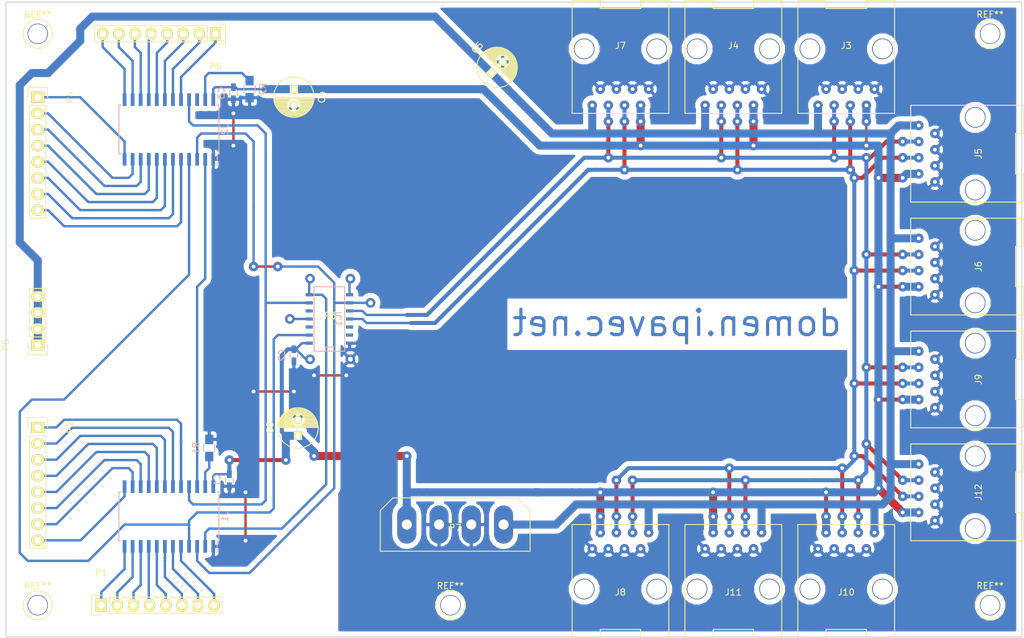
<source format=kicad_pcb>
(kicad_pcb (version 4) (host pcbnew 4.0.4+e1-6308~48~ubuntu16.04.1-stable)

  (general
    (links 153)
    (no_connects 0)
    (area 46.744 31.293999 208.736001 132.536001)
    (thickness 1.6)
    (drawings 5)
    (tracks 530)
    (zones 0)
    (modules 33)
    (nets 52)
  )

  (page A4)
  (layers
    (0 F.Cu signal)
    (31 B.Cu signal)
    (32 B.Adhes user)
    (33 F.Adhes user)
    (34 B.Paste user)
    (35 F.Paste user)
    (36 B.SilkS user)
    (37 F.SilkS user)
    (38 B.Mask user)
    (39 F.Mask user)
    (40 Dwgs.User user)
    (41 Cmts.User user)
    (42 Eco1.User user)
    (43 Eco2.User user)
    (44 Edge.Cuts user)
    (45 Margin user)
    (46 B.CrtYd user)
    (47 F.CrtYd user)
    (48 B.Fab user)
    (49 F.Fab user)
  )

  (setup
    (last_trace_width 0.381)
    (user_trace_width 0.381)
    (user_trace_width 0.635)
    (user_trace_width 1.27)
    (user_trace_width 2.54)
    (trace_clearance 0.381)
    (zone_clearance 0.8)
    (zone_45_only no)
    (trace_min 0.2)
    (segment_width 0.2)
    (edge_width 0.15)
    (via_size 1.5)
    (via_drill 0.6)
    (via_min_size 0.4)
    (via_min_drill 0.3)
    (uvia_size 0.3)
    (uvia_drill 0.1)
    (uvias_allowed no)
    (uvia_min_size 0.2)
    (uvia_min_drill 0.1)
    (pcb_text_width 0.3)
    (pcb_text_size 1.5 1.5)
    (mod_edge_width 0.15)
    (mod_text_size 1 1)
    (mod_text_width 0.15)
    (pad_size 3.2 3.2)
    (pad_drill 3)
    (pad_to_mask_clearance 0.2)
    (aux_axis_origin 0 0)
    (visible_elements FFFFFF7F)
    (pcbplotparams
      (layerselection 0x00000_80000000)
      (usegerberextensions false)
      (excludeedgelayer false)
      (linewidth 0.100000)
      (plotframeref false)
      (viasonmask false)
      (mode 1)
      (useauxorigin false)
      (hpglpennumber 1)
      (hpglpenspeed 20)
      (hpglpendiameter 15)
      (hpglpenoverlay 2)
      (psnegative false)
      (psa4output false)
      (plotreference false)
      (plotvalue false)
      (plotinvisibletext false)
      (padsonsilk false)
      (subtractmaskfromsilk false)
      (outputformat 5)
      (mirror false)
      (drillshape 1)
      (scaleselection 1)
      (outputdirectory ""))
  )

  (net 0 "")
  (net 1 +5V)
  (net 2 GND)
  (net 3 ENABLE)
  (net 4 LATCH)
  (net 5 AVR_RESET)
  (net 6 "Net-(IC1-Pad5)")
  (net 7 AVR_MOSI)
  (net 8 AVR_MISO)
  (net 9 AVR_SCK)
  (net 10 RXD)
  (net 11 "Net-(IC1-Pad12)")
  (net 12 "Net-(IC1-Pad13)")
  (net 13 XCK)
  (net 14 "Net-(J1-Pad5)")
  (net 15 "Net-(J1-Pad6)")
  (net 16 "Net-(J1-Pad7)")
  (net 17 "Net-(J1-Pad8)")
  (net 18 "Net-(J1-Pad9)")
  (net 19 "Net-(J1-Pad10)")
  (net 20 "Net-(J1-Pad11)")
  (net 21 "Net-(J1-Pad12)")
  (net 22 "Net-(J1-Pad13)")
  (net 23 "Net-(J1-Pad14)")
  (net 24 "Net-(J1-Pad15)")
  (net 25 "Net-(J1-Pad16)")
  (net 26 "Net-(J1-Pad17)")
  (net 27 "Net-(J1-Pad18)")
  (net 28 "Net-(J1-Pad19)")
  (net 29 "Net-(J1-Pad20)")
  (net 30 "Net-(J1-Pad22)")
  (net 31 "Net-(J1-Pad23)")
  (net 32 "Net-(J2-Pad5)")
  (net 33 "Net-(J2-Pad6)")
  (net 34 "Net-(J2-Pad7)")
  (net 35 "Net-(J2-Pad8)")
  (net 36 "Net-(J2-Pad9)")
  (net 37 "Net-(J2-Pad10)")
  (net 38 "Net-(J2-Pad11)")
  (net 39 "Net-(J2-Pad12)")
  (net 40 "Net-(J2-Pad13)")
  (net 41 "Net-(J2-Pad14)")
  (net 42 "Net-(J2-Pad15)")
  (net 43 "Net-(J2-Pad16)")
  (net 44 "Net-(J2-Pad17)")
  (net 45 "Net-(J2-Pad18)")
  (net 46 "Net-(J2-Pad19)")
  (net 47 "Net-(J2-Pad20)")
  (net 48 "Net-(J2-Pad22)")
  (net 49 "Net-(J2-Pad23)")
  (net 50 +12V)
  (net 51 "Net-(IC1-Pad3)")

  (net_class Default "This is the default net class."
    (clearance 0.381)
    (trace_width 0.25)
    (via_dia 1.5)
    (via_drill 0.6)
    (uvia_dia 0.3)
    (uvia_drill 0.1)
    (add_net +12V)
    (add_net +5V)
    (add_net AVR_MISO)
    (add_net AVR_MOSI)
    (add_net AVR_RESET)
    (add_net AVR_SCK)
    (add_net ENABLE)
    (add_net GND)
    (add_net LATCH)
    (add_net "Net-(IC1-Pad12)")
    (add_net "Net-(IC1-Pad13)")
    (add_net "Net-(IC1-Pad3)")
    (add_net "Net-(IC1-Pad5)")
    (add_net "Net-(J1-Pad10)")
    (add_net "Net-(J1-Pad11)")
    (add_net "Net-(J1-Pad12)")
    (add_net "Net-(J1-Pad13)")
    (add_net "Net-(J1-Pad14)")
    (add_net "Net-(J1-Pad15)")
    (add_net "Net-(J1-Pad16)")
    (add_net "Net-(J1-Pad17)")
    (add_net "Net-(J1-Pad18)")
    (add_net "Net-(J1-Pad19)")
    (add_net "Net-(J1-Pad20)")
    (add_net "Net-(J1-Pad22)")
    (add_net "Net-(J1-Pad23)")
    (add_net "Net-(J1-Pad5)")
    (add_net "Net-(J1-Pad6)")
    (add_net "Net-(J1-Pad7)")
    (add_net "Net-(J1-Pad8)")
    (add_net "Net-(J1-Pad9)")
    (add_net "Net-(J2-Pad10)")
    (add_net "Net-(J2-Pad11)")
    (add_net "Net-(J2-Pad12)")
    (add_net "Net-(J2-Pad13)")
    (add_net "Net-(J2-Pad14)")
    (add_net "Net-(J2-Pad15)")
    (add_net "Net-(J2-Pad16)")
    (add_net "Net-(J2-Pad17)")
    (add_net "Net-(J2-Pad18)")
    (add_net "Net-(J2-Pad19)")
    (add_net "Net-(J2-Pad20)")
    (add_net "Net-(J2-Pad22)")
    (add_net "Net-(J2-Pad23)")
    (add_net "Net-(J2-Pad5)")
    (add_net "Net-(J2-Pad6)")
    (add_net "Net-(J2-Pad7)")
    (add_net "Net-(J2-Pad8)")
    (add_net "Net-(J2-Pad9)")
    (add_net RXD)
    (add_net XCK)
  )

  (module Connect:1pin (layer F.Cu) (tedit 57EBD1FF) (tstamp 57ED596A)
    (at 118 127)
    (descr "module 1 pin (ou trou mecanique de percage)")
    (tags DEV)
    (fp_text reference REF** (at 0 -3.048) (layer F.SilkS)
      (effects (font (size 1 1) (thickness 0.15)))
    )
    (fp_text value 1pin (at 0 2.794) (layer F.Fab)
      (effects (font (size 1 1) (thickness 0.15)))
    )
    (fp_circle (center 0 0) (end 0 -2.286) (layer F.SilkS) (width 0.15))
    (pad "" np_thru_hole circle (at 0 0) (size 3.2 3.2) (drill 3) (layers *.Cu *.Mask))
  )

  (module Connect:1pin (layer F.Cu) (tedit 57EBD1FF) (tstamp 57EBD250)
    (at 53 37)
    (descr "module 1 pin (ou trou mecanique de percage)")
    (tags DEV)
    (fp_text reference REF** (at 0 -3.048) (layer F.SilkS)
      (effects (font (size 1 1) (thickness 0.15)))
    )
    (fp_text value 1pin (at 0 2.794) (layer F.Fab)
      (effects (font (size 1 1) (thickness 0.15)))
    )
    (fp_circle (center 0 0) (end 0 -2.286) (layer F.SilkS) (width 0.15))
    (pad "" np_thru_hole circle (at 0 0) (size 3.2 3.2) (drill 3) (layers *.Cu *.Mask))
  )

  (module Connect:1pin (layer F.Cu) (tedit 57EBD1FF) (tstamp 57EBD23E)
    (at 53 127)
    (descr "module 1 pin (ou trou mecanique de percage)")
    (tags DEV)
    (fp_text reference REF** (at 0 -3.048) (layer F.SilkS)
      (effects (font (size 1 1) (thickness 0.15)))
    )
    (fp_text value 1pin (at 0 2.794) (layer F.Fab)
      (effects (font (size 1 1) (thickness 0.15)))
    )
    (fp_circle (center 0 0) (end 0 -2.286) (layer F.SilkS) (width 0.15))
    (pad "" np_thru_hole circle (at 0 0) (size 3.2 3.2) (drill 3) (layers *.Cu *.Mask))
  )

  (module Connect:1pin (layer F.Cu) (tedit 57EBD1FF) (tstamp 57EBD234)
    (at 203 127)
    (descr "module 1 pin (ou trou mecanique de percage)")
    (tags DEV)
    (fp_text reference REF** (at 0 -3.048) (layer F.SilkS)
      (effects (font (size 1 1) (thickness 0.15)))
    )
    (fp_text value 1pin (at 0 2.794) (layer F.Fab)
      (effects (font (size 1 1) (thickness 0.15)))
    )
    (fp_circle (center 0 0) (end 0 -2.286) (layer F.SilkS) (width 0.15))
    (pad "" np_thru_hole circle (at 0 0) (size 3.2 3.2) (drill 3) (layers *.Cu *.Mask))
  )

  (module Capacitors_SMD:C_0603_HandSoldering (layer B.Cu) (tedit 541A9B4D) (tstamp 57EBCC52)
    (at 83.185 107.315 270)
    (descr "Capacitor SMD 0603, hand soldering")
    (tags "capacitor 0603")
    (path /57EBD359)
    (attr smd)
    (fp_text reference C1 (at 0 1.9 270) (layer B.SilkS)
      (effects (font (size 1 1) (thickness 0.15)) (justify mirror))
    )
    (fp_text value 100nF (at 0 -1.9 270) (layer B.Fab)
      (effects (font (size 1 1) (thickness 0.15)) (justify mirror))
    )
    (fp_line (start -1.85 0.75) (end 1.85 0.75) (layer B.CrtYd) (width 0.05))
    (fp_line (start -1.85 -0.75) (end 1.85 -0.75) (layer B.CrtYd) (width 0.05))
    (fp_line (start -1.85 0.75) (end -1.85 -0.75) (layer B.CrtYd) (width 0.05))
    (fp_line (start 1.85 0.75) (end 1.85 -0.75) (layer B.CrtYd) (width 0.05))
    (fp_line (start -0.35 0.6) (end 0.35 0.6) (layer B.SilkS) (width 0.15))
    (fp_line (start 0.35 -0.6) (end -0.35 -0.6) (layer B.SilkS) (width 0.15))
    (pad 1 smd rect (at -0.95 0 270) (size 1.2 0.75) (layers B.Cu B.Paste B.Mask)
      (net 1 +5V))
    (pad 2 smd rect (at 0.95 0 270) (size 1.2 0.75) (layers B.Cu B.Paste B.Mask)
      (net 2 GND))
    (model Capacitors_SMD.3dshapes/C_0603_HandSoldering.wrl
      (at (xyz 0 0 0))
      (scale (xyz 1 1 1))
      (rotate (xyz 0 0 0))
    )
  )

  (module Capacitors_SMD:C_0603_HandSoldering (layer B.Cu) (tedit 541A9B4D) (tstamp 57EBCC58)
    (at 93.345 87.63 270)
    (descr "Capacitor SMD 0603, hand soldering")
    (tags "capacitor 0603")
    (path /57EBD03D)
    (attr smd)
    (fp_text reference C2 (at 0 1.9 270) (layer B.SilkS)
      (effects (font (size 1 1) (thickness 0.15)) (justify mirror))
    )
    (fp_text value 100nF (at 0 -1.9 270) (layer B.Fab)
      (effects (font (size 1 1) (thickness 0.15)) (justify mirror))
    )
    (fp_line (start -1.85 0.75) (end 1.85 0.75) (layer B.CrtYd) (width 0.05))
    (fp_line (start -1.85 -0.75) (end 1.85 -0.75) (layer B.CrtYd) (width 0.05))
    (fp_line (start -1.85 0.75) (end -1.85 -0.75) (layer B.CrtYd) (width 0.05))
    (fp_line (start 1.85 0.75) (end 1.85 -0.75) (layer B.CrtYd) (width 0.05))
    (fp_line (start -0.35 0.6) (end 0.35 0.6) (layer B.SilkS) (width 0.15))
    (fp_line (start 0.35 -0.6) (end -0.35 -0.6) (layer B.SilkS) (width 0.15))
    (pad 1 smd rect (at -0.95 0 270) (size 1.2 0.75) (layers B.Cu B.Paste B.Mask)
      (net 1 +5V))
    (pad 2 smd rect (at 0.95 0 270) (size 1.2 0.75) (layers B.Cu B.Paste B.Mask)
      (net 2 GND))
    (model Capacitors_SMD.3dshapes/C_0603_HandSoldering.wrl
      (at (xyz 0 0 0))
      (scale (xyz 1 1 1))
      (rotate (xyz 0 0 0))
    )
  )

  (module Capacitors_SMD:C_0603_HandSoldering (layer B.Cu) (tedit 541A9B4D) (tstamp 57EBCC5E)
    (at 83.82 46.355 270)
    (descr "Capacitor SMD 0603, hand soldering")
    (tags "capacitor 0603")
    (path /57EBD291)
    (attr smd)
    (fp_text reference C3 (at 0 1.9 270) (layer B.SilkS)
      (effects (font (size 1 1) (thickness 0.15)) (justify mirror))
    )
    (fp_text value 100nF (at 0 -1.9 270) (layer B.Fab)
      (effects (font (size 1 1) (thickness 0.15)) (justify mirror))
    )
    (fp_line (start -1.85 0.75) (end 1.85 0.75) (layer B.CrtYd) (width 0.05))
    (fp_line (start -1.85 -0.75) (end 1.85 -0.75) (layer B.CrtYd) (width 0.05))
    (fp_line (start -1.85 0.75) (end -1.85 -0.75) (layer B.CrtYd) (width 0.05))
    (fp_line (start 1.85 0.75) (end 1.85 -0.75) (layer B.CrtYd) (width 0.05))
    (fp_line (start -0.35 0.6) (end 0.35 0.6) (layer B.SilkS) (width 0.15))
    (fp_line (start 0.35 -0.6) (end -0.35 -0.6) (layer B.SilkS) (width 0.15))
    (pad 1 smd rect (at -0.95 0 270) (size 1.2 0.75) (layers B.Cu B.Paste B.Mask)
      (net 1 +5V))
    (pad 2 smd rect (at 0.95 0 270) (size 1.2 0.75) (layers B.Cu B.Paste B.Mask)
      (net 2 GND))
    (model Capacitors_SMD.3dshapes/C_0603_HandSoldering.wrl
      (at (xyz 0 0 0))
      (scale (xyz 1 1 1))
      (rotate (xyz 0 0 0))
    )
  )

  (module SMD_Packages:SOIC-14_N (layer B.Cu) (tedit 0) (tstamp 57EBCC70)
    (at 99.06 81.915 90)
    (descr "Module CMS SOJ 14 pins Large")
    (tags "CMS SOJ")
    (path /57EBCF4C)
    (attr smd)
    (fp_text reference IC1 (at 0 1.27 90) (layer B.SilkS)
      (effects (font (size 1 1) (thickness 0.15)) (justify mirror))
    )
    (fp_text value ATTINY841-SSU (at 0 -1.27 90) (layer B.Fab)
      (effects (font (size 1 1) (thickness 0.15)) (justify mirror))
    )
    (fp_line (start 5.08 2.286) (end 5.08 -2.54) (layer B.SilkS) (width 0.15))
    (fp_line (start 5.08 -2.54) (end -5.08 -2.54) (layer B.SilkS) (width 0.15))
    (fp_line (start -5.08 -2.54) (end -5.08 2.286) (layer B.SilkS) (width 0.15))
    (fp_line (start -5.08 2.286) (end 5.08 2.286) (layer B.SilkS) (width 0.15))
    (fp_line (start -5.08 0.508) (end -4.445 0.508) (layer B.SilkS) (width 0.15))
    (fp_line (start -4.445 0.508) (end -4.445 -0.762) (layer B.SilkS) (width 0.15))
    (fp_line (start -4.445 -0.762) (end -5.08 -0.762) (layer B.SilkS) (width 0.15))
    (pad 1 smd rect (at -3.81 -3.302 90) (size 0.508 1.143) (layers B.Cu B.Paste B.Mask)
      (net 1 +5V))
    (pad 2 smd rect (at -2.54 -3.302 90) (size 0.508 1.143) (layers B.Cu B.Paste B.Mask)
      (net 4 LATCH))
    (pad 3 smd rect (at -1.27 -3.302 90) (size 0.508 1.143) (layers B.Cu B.Paste B.Mask)
      (net 51 "Net-(IC1-Pad3)"))
    (pad 4 smd rect (at 0 -3.302 90) (size 0.508 1.143) (layers B.Cu B.Paste B.Mask)
      (net 5 AVR_RESET))
    (pad 5 smd rect (at 1.27 -3.302 90) (size 0.508 1.143) (layers B.Cu B.Paste B.Mask)
      (net 6 "Net-(IC1-Pad5)"))
    (pad 6 smd rect (at 2.54 -3.302 90) (size 0.508 1.143) (layers B.Cu B.Paste B.Mask)
      (net 3 ENABLE))
    (pad 7 smd rect (at 3.81 -3.302 90) (size 0.508 1.143) (layers B.Cu B.Paste B.Mask)
      (net 7 AVR_MOSI))
    (pad 8 smd rect (at 3.81 3.048 90) (size 0.508 1.143) (layers B.Cu B.Paste B.Mask)
      (net 8 AVR_MISO))
    (pad 9 smd rect (at 2.54 3.048 90) (size 0.508 1.143) (layers B.Cu B.Paste B.Mask)
      (net 9 AVR_SCK))
    (pad 11 smd rect (at 0 3.048 90) (size 0.508 1.143) (layers B.Cu B.Paste B.Mask)
      (net 10 RXD))
    (pad 12 smd rect (at -1.27 3.048 90) (size 0.508 1.143) (layers B.Cu B.Paste B.Mask)
      (net 11 "Net-(IC1-Pad12)"))
    (pad 13 smd rect (at -2.54 3.048 90) (size 0.508 1.143) (layers B.Cu B.Paste B.Mask)
      (net 12 "Net-(IC1-Pad13)"))
    (pad 14 smd rect (at -3.81 3.048 90) (size 0.508 1.143) (layers B.Cu B.Paste B.Mask)
      (net 2 GND))
    (pad 10 smd rect (at 1.27 3.048 90) (size 0.508 1.143) (layers B.Cu B.Paste B.Mask)
      (net 13 XCK))
    (model SMD_Packages.3dshapes/SOIC-14_N.wrl
      (at (xyz 0 0 0))
      (scale (xyz 0.5 0.4 0.5))
      (rotate (xyz 0 0 0))
    )
  )

  (module Housings_SOIC:SOIC-24W_7.5x15.4mm_Pitch1.27mm (layer B.Cu) (tedit 5750355D) (tstamp 57EBCC8C)
    (at 73.66 113.03 90)
    (descr "24-Lead Plastic Small Outline (SO) - Wide, 7.50 mm Body [SOIC] (see Microchip Packaging Specification 00000049BS.pdf)")
    (tags "SOIC 1.27")
    (path /57EBC450)
    (attr smd)
    (fp_text reference J1 (at 0 8.8 90) (layer B.SilkS)
      (effects (font (size 1 1) (thickness 0.15)) (justify mirror))
    )
    (fp_text value TLC5925 (at 0 -8.8 90) (layer B.Fab)
      (effects (font (size 1 1) (thickness 0.15)) (justify mirror))
    )
    (fp_circle (center -3.25 7) (end -3.5 7) (layer B.Fab) (width 0.15))
    (fp_line (start -3.75 7.7) (end -3.75 -7.7) (layer B.Fab) (width 0.15))
    (fp_line (start 3.75 7.7) (end -3.75 7.7) (layer B.Fab) (width 0.15))
    (fp_line (start 3.75 -7.7) (end 3.75 7.7) (layer B.Fab) (width 0.15))
    (fp_line (start -3.75 -7.7) (end 3.75 -7.7) (layer B.Fab) (width 0.15))
    (fp_line (start -5.95 8.05) (end -5.95 -8.05) (layer B.CrtYd) (width 0.05))
    (fp_line (start 5.95 8.05) (end 5.95 -8.05) (layer B.CrtYd) (width 0.05))
    (fp_line (start -5.95 8.05) (end 5.95 8.05) (layer B.CrtYd) (width 0.05))
    (fp_line (start -5.95 -8.05) (end 5.95 -8.05) (layer B.CrtYd) (width 0.05))
    (fp_line (start -3.875 7.875) (end -3.875 7.6) (layer B.SilkS) (width 0.15))
    (fp_line (start 3.875 7.875) (end 3.875 7.51) (layer B.SilkS) (width 0.15))
    (fp_line (start 3.875 -7.875) (end 3.875 -7.51) (layer B.SilkS) (width 0.15))
    (fp_line (start -3.875 -7.875) (end -3.875 -7.51) (layer B.SilkS) (width 0.15))
    (fp_line (start -3.875 7.875) (end 3.875 7.875) (layer B.SilkS) (width 0.15))
    (fp_line (start -3.875 -7.875) (end 3.875 -7.875) (layer B.SilkS) (width 0.15))
    (fp_line (start -3.875 7.6) (end -5.7 7.6) (layer B.SilkS) (width 0.15))
    (pad 1 smd rect (at -4.7 6.985 90) (size 2 0.6) (layers B.Cu B.Paste B.Mask)
      (net 2 GND))
    (pad 2 smd rect (at -4.7 5.715 90) (size 2 0.6) (layers B.Cu B.Paste B.Mask)
      (net 7 AVR_MOSI))
    (pad 3 smd rect (at -4.7 4.445 90) (size 2 0.6) (layers B.Cu B.Paste B.Mask)
      (net 9 AVR_SCK))
    (pad 4 smd rect (at -4.7 3.175 90) (size 2 0.6) (layers B.Cu B.Paste B.Mask)
      (net 4 LATCH))
    (pad 5 smd rect (at -4.7 1.905 90) (size 2 0.6) (layers B.Cu B.Paste B.Mask)
      (net 14 "Net-(J1-Pad5)"))
    (pad 6 smd rect (at -4.7 0.635 90) (size 2 0.6) (layers B.Cu B.Paste B.Mask)
      (net 15 "Net-(J1-Pad6)"))
    (pad 7 smd rect (at -4.7 -0.635 90) (size 2 0.6) (layers B.Cu B.Paste B.Mask)
      (net 16 "Net-(J1-Pad7)"))
    (pad 8 smd rect (at -4.7 -1.905 90) (size 2 0.6) (layers B.Cu B.Paste B.Mask)
      (net 17 "Net-(J1-Pad8)"))
    (pad 9 smd rect (at -4.7 -3.175 90) (size 2 0.6) (layers B.Cu B.Paste B.Mask)
      (net 18 "Net-(J1-Pad9)"))
    (pad 10 smd rect (at -4.7 -4.445 90) (size 2 0.6) (layers B.Cu B.Paste B.Mask)
      (net 19 "Net-(J1-Pad10)"))
    (pad 11 smd rect (at -4.7 -5.715 90) (size 2 0.6) (layers B.Cu B.Paste B.Mask)
      (net 20 "Net-(J1-Pad11)"))
    (pad 12 smd rect (at -4.7 -6.985 90) (size 2 0.6) (layers B.Cu B.Paste B.Mask)
      (net 21 "Net-(J1-Pad12)"))
    (pad 13 smd rect (at 4.7 -6.985 90) (size 2 0.6) (layers B.Cu B.Paste B.Mask)
      (net 22 "Net-(J1-Pad13)"))
    (pad 14 smd rect (at 4.7 -5.715 90) (size 2 0.6) (layers B.Cu B.Paste B.Mask)
      (net 23 "Net-(J1-Pad14)"))
    (pad 15 smd rect (at 4.7 -4.445 90) (size 2 0.6) (layers B.Cu B.Paste B.Mask)
      (net 24 "Net-(J1-Pad15)"))
    (pad 16 smd rect (at 4.7 -3.175 90) (size 2 0.6) (layers B.Cu B.Paste B.Mask)
      (net 25 "Net-(J1-Pad16)"))
    (pad 17 smd rect (at 4.7 -1.905 90) (size 2 0.6) (layers B.Cu B.Paste B.Mask)
      (net 26 "Net-(J1-Pad17)"))
    (pad 18 smd rect (at 4.7 -0.635 90) (size 2 0.6) (layers B.Cu B.Paste B.Mask)
      (net 27 "Net-(J1-Pad18)"))
    (pad 19 smd rect (at 4.7 0.635 90) (size 2 0.6) (layers B.Cu B.Paste B.Mask)
      (net 28 "Net-(J1-Pad19)"))
    (pad 20 smd rect (at 4.7 1.905 90) (size 2 0.6) (layers B.Cu B.Paste B.Mask)
      (net 29 "Net-(J1-Pad20)"))
    (pad 21 smd rect (at 4.7 3.175 90) (size 2 0.6) (layers B.Cu B.Paste B.Mask)
      (net 3 ENABLE))
    (pad 22 smd rect (at 4.7 4.445 90) (size 2 0.6) (layers B.Cu B.Paste B.Mask)
      (net 30 "Net-(J1-Pad22)"))
    (pad 23 smd rect (at 4.7 5.715 90) (size 2 0.6) (layers B.Cu B.Paste B.Mask)
      (net 31 "Net-(J1-Pad23)"))
    (pad 24 smd rect (at 4.7 6.985 90) (size 2 0.6) (layers B.Cu B.Paste B.Mask)
      (net 1 +5V))
    (model Housings_SOIC.3dshapes/SOIC-24_7.5x15.4mm_Pitch1.27mm.wrl
      (at (xyz 0 0 0))
      (scale (xyz 1 1 1))
      (rotate (xyz 0 0 0))
    )
  )

  (module Housings_SOIC:SOIC-24W_7.5x15.4mm_Pitch1.27mm (layer B.Cu) (tedit 5750355D) (tstamp 57EBCCA8)
    (at 73.66 52.07 90)
    (descr "24-Lead Plastic Small Outline (SO) - Wide, 7.50 mm Body [SOIC] (see Microchip Packaging Specification 00000049BS.pdf)")
    (tags "SOIC 1.27")
    (path /57EBCB85)
    (attr smd)
    (fp_text reference J2 (at 0 8.8 90) (layer B.SilkS)
      (effects (font (size 1 1) (thickness 0.15)) (justify mirror))
    )
    (fp_text value TLC5925 (at 0 -8.8 90) (layer B.Fab)
      (effects (font (size 1 1) (thickness 0.15)) (justify mirror))
    )
    (fp_circle (center -3.25 7) (end -3.5 7) (layer B.Fab) (width 0.15))
    (fp_line (start -3.75 7.7) (end -3.75 -7.7) (layer B.Fab) (width 0.15))
    (fp_line (start 3.75 7.7) (end -3.75 7.7) (layer B.Fab) (width 0.15))
    (fp_line (start 3.75 -7.7) (end 3.75 7.7) (layer B.Fab) (width 0.15))
    (fp_line (start -3.75 -7.7) (end 3.75 -7.7) (layer B.Fab) (width 0.15))
    (fp_line (start -5.95 8.05) (end -5.95 -8.05) (layer B.CrtYd) (width 0.05))
    (fp_line (start 5.95 8.05) (end 5.95 -8.05) (layer B.CrtYd) (width 0.05))
    (fp_line (start -5.95 8.05) (end 5.95 8.05) (layer B.CrtYd) (width 0.05))
    (fp_line (start -5.95 -8.05) (end 5.95 -8.05) (layer B.CrtYd) (width 0.05))
    (fp_line (start -3.875 7.875) (end -3.875 7.6) (layer B.SilkS) (width 0.15))
    (fp_line (start 3.875 7.875) (end 3.875 7.51) (layer B.SilkS) (width 0.15))
    (fp_line (start 3.875 -7.875) (end 3.875 -7.51) (layer B.SilkS) (width 0.15))
    (fp_line (start -3.875 -7.875) (end -3.875 -7.51) (layer B.SilkS) (width 0.15))
    (fp_line (start -3.875 7.875) (end 3.875 7.875) (layer B.SilkS) (width 0.15))
    (fp_line (start -3.875 -7.875) (end 3.875 -7.875) (layer B.SilkS) (width 0.15))
    (fp_line (start -3.875 7.6) (end -5.7 7.6) (layer B.SilkS) (width 0.15))
    (pad 1 smd rect (at -4.7 6.985 90) (size 2 0.6) (layers B.Cu B.Paste B.Mask)
      (net 2 GND))
    (pad 2 smd rect (at -4.7 5.715 90) (size 2 0.6) (layers B.Cu B.Paste B.Mask)
      (net 30 "Net-(J1-Pad22)"))
    (pad 3 smd rect (at -4.7 4.445 90) (size 2 0.6) (layers B.Cu B.Paste B.Mask)
      (net 9 AVR_SCK))
    (pad 4 smd rect (at -4.7 3.175 90) (size 2 0.6) (layers B.Cu B.Paste B.Mask)
      (net 4 LATCH))
    (pad 5 smd rect (at -4.7 1.905 90) (size 2 0.6) (layers B.Cu B.Paste B.Mask)
      (net 32 "Net-(J2-Pad5)"))
    (pad 6 smd rect (at -4.7 0.635 90) (size 2 0.6) (layers B.Cu B.Paste B.Mask)
      (net 33 "Net-(J2-Pad6)"))
    (pad 7 smd rect (at -4.7 -0.635 90) (size 2 0.6) (layers B.Cu B.Paste B.Mask)
      (net 34 "Net-(J2-Pad7)"))
    (pad 8 smd rect (at -4.7 -1.905 90) (size 2 0.6) (layers B.Cu B.Paste B.Mask)
      (net 35 "Net-(J2-Pad8)"))
    (pad 9 smd rect (at -4.7 -3.175 90) (size 2 0.6) (layers B.Cu B.Paste B.Mask)
      (net 36 "Net-(J2-Pad9)"))
    (pad 10 smd rect (at -4.7 -4.445 90) (size 2 0.6) (layers B.Cu B.Paste B.Mask)
      (net 37 "Net-(J2-Pad10)"))
    (pad 11 smd rect (at -4.7 -5.715 90) (size 2 0.6) (layers B.Cu B.Paste B.Mask)
      (net 38 "Net-(J2-Pad11)"))
    (pad 12 smd rect (at -4.7 -6.985 90) (size 2 0.6) (layers B.Cu B.Paste B.Mask)
      (net 39 "Net-(J2-Pad12)"))
    (pad 13 smd rect (at 4.7 -6.985 90) (size 2 0.6) (layers B.Cu B.Paste B.Mask)
      (net 40 "Net-(J2-Pad13)"))
    (pad 14 smd rect (at 4.7 -5.715 90) (size 2 0.6) (layers B.Cu B.Paste B.Mask)
      (net 41 "Net-(J2-Pad14)"))
    (pad 15 smd rect (at 4.7 -4.445 90) (size 2 0.6) (layers B.Cu B.Paste B.Mask)
      (net 42 "Net-(J2-Pad15)"))
    (pad 16 smd rect (at 4.7 -3.175 90) (size 2 0.6) (layers B.Cu B.Paste B.Mask)
      (net 43 "Net-(J2-Pad16)"))
    (pad 17 smd rect (at 4.7 -1.905 90) (size 2 0.6) (layers B.Cu B.Paste B.Mask)
      (net 44 "Net-(J2-Pad17)"))
    (pad 18 smd rect (at 4.7 -0.635 90) (size 2 0.6) (layers B.Cu B.Paste B.Mask)
      (net 45 "Net-(J2-Pad18)"))
    (pad 19 smd rect (at 4.7 0.635 90) (size 2 0.6) (layers B.Cu B.Paste B.Mask)
      (net 46 "Net-(J2-Pad19)"))
    (pad 20 smd rect (at 4.7 1.905 90) (size 2 0.6) (layers B.Cu B.Paste B.Mask)
      (net 47 "Net-(J2-Pad20)"))
    (pad 21 smd rect (at 4.7 3.175 90) (size 2 0.6) (layers B.Cu B.Paste B.Mask)
      (net 3 ENABLE))
    (pad 22 smd rect (at 4.7 4.445 90) (size 2 0.6) (layers B.Cu B.Paste B.Mask)
      (net 48 "Net-(J2-Pad22)"))
    (pad 23 smd rect (at 4.7 5.715 90) (size 2 0.6) (layers B.Cu B.Paste B.Mask)
      (net 49 "Net-(J2-Pad23)"))
    (pad 24 smd rect (at 4.7 6.985 90) (size 2 0.6) (layers B.Cu B.Paste B.Mask)
      (net 1 +5V))
    (model Housings_SOIC.3dshapes/SOIC-24_7.5x15.4mm_Pitch1.27mm.wrl
      (at (xyz 0 0 0))
      (scale (xyz 1 1 1))
      (rotate (xyz 0 0 0))
    )
  )

  (module Socket_Strips:Socket_Strip_Straight_1x08 (layer F.Cu) (tedit 0) (tstamp 57EBCCB4)
    (at 63 127)
    (descr "Through hole socket strip")
    (tags "socket strip")
    (path /57EBC502)
    (fp_text reference P1 (at 0 -5.1) (layer F.SilkS)
      (effects (font (size 1 1) (thickness 0.15)))
    )
    (fp_text value CONN_01X08 (at 0 -3.1) (layer F.Fab)
      (effects (font (size 1 1) (thickness 0.15)))
    )
    (fp_line (start -1.75 -1.75) (end -1.75 1.75) (layer F.CrtYd) (width 0.05))
    (fp_line (start 19.55 -1.75) (end 19.55 1.75) (layer F.CrtYd) (width 0.05))
    (fp_line (start -1.75 -1.75) (end 19.55 -1.75) (layer F.CrtYd) (width 0.05))
    (fp_line (start -1.75 1.75) (end 19.55 1.75) (layer F.CrtYd) (width 0.05))
    (fp_line (start 1.27 1.27) (end 19.05 1.27) (layer F.SilkS) (width 0.15))
    (fp_line (start 19.05 1.27) (end 19.05 -1.27) (layer F.SilkS) (width 0.15))
    (fp_line (start 19.05 -1.27) (end 1.27 -1.27) (layer F.SilkS) (width 0.15))
    (fp_line (start -1.55 1.55) (end 0 1.55) (layer F.SilkS) (width 0.15))
    (fp_line (start 1.27 1.27) (end 1.27 -1.27) (layer F.SilkS) (width 0.15))
    (fp_line (start 0 -1.55) (end -1.55 -1.55) (layer F.SilkS) (width 0.15))
    (fp_line (start -1.55 -1.55) (end -1.55 1.55) (layer F.SilkS) (width 0.15))
    (pad 1 thru_hole rect (at 0 0) (size 1.7272 2.032) (drill 1.016) (layers *.Cu *.Mask F.SilkS)
      (net 21 "Net-(J1-Pad12)"))
    (pad 2 thru_hole oval (at 2.54 0) (size 1.7272 2.032) (drill 1.016) (layers *.Cu *.Mask F.SilkS)
      (net 20 "Net-(J1-Pad11)"))
    (pad 3 thru_hole oval (at 5.08 0) (size 1.7272 2.032) (drill 1.016) (layers *.Cu *.Mask F.SilkS)
      (net 19 "Net-(J1-Pad10)"))
    (pad 4 thru_hole oval (at 7.62 0) (size 1.7272 2.032) (drill 1.016) (layers *.Cu *.Mask F.SilkS)
      (net 18 "Net-(J1-Pad9)"))
    (pad 5 thru_hole oval (at 10.16 0) (size 1.7272 2.032) (drill 1.016) (layers *.Cu *.Mask F.SilkS)
      (net 17 "Net-(J1-Pad8)"))
    (pad 6 thru_hole oval (at 12.7 0) (size 1.7272 2.032) (drill 1.016) (layers *.Cu *.Mask F.SilkS)
      (net 16 "Net-(J1-Pad7)"))
    (pad 7 thru_hole oval (at 15.24 0) (size 1.7272 2.032) (drill 1.016) (layers *.Cu *.Mask F.SilkS)
      (net 15 "Net-(J1-Pad6)"))
    (pad 8 thru_hole oval (at 17.78 0) (size 1.7272 2.032) (drill 1.016) (layers *.Cu *.Mask F.SilkS)
      (net 14 "Net-(J1-Pad5)"))
    (model Socket_Strips.3dshapes/Socket_Strip_Straight_1x08.wrl
      (at (xyz 0.35 0 0))
      (scale (xyz 1 1 1))
      (rotate (xyz 0 0 180))
    )
  )

  (module Socket_Strips:Socket_Strip_Straight_1x08 (layer F.Cu) (tedit 0) (tstamp 57EBCCC0)
    (at 53 99 270)
    (descr "Through hole socket strip")
    (tags "socket strip")
    (path /57EBC4BF)
    (fp_text reference P2 (at 0 -5.1 270) (layer F.SilkS)
      (effects (font (size 1 1) (thickness 0.15)))
    )
    (fp_text value CONN_01X08 (at 0 -3.1 270) (layer F.Fab)
      (effects (font (size 1 1) (thickness 0.15)))
    )
    (fp_line (start -1.75 -1.75) (end -1.75 1.75) (layer F.CrtYd) (width 0.05))
    (fp_line (start 19.55 -1.75) (end 19.55 1.75) (layer F.CrtYd) (width 0.05))
    (fp_line (start -1.75 -1.75) (end 19.55 -1.75) (layer F.CrtYd) (width 0.05))
    (fp_line (start -1.75 1.75) (end 19.55 1.75) (layer F.CrtYd) (width 0.05))
    (fp_line (start 1.27 1.27) (end 19.05 1.27) (layer F.SilkS) (width 0.15))
    (fp_line (start 19.05 1.27) (end 19.05 -1.27) (layer F.SilkS) (width 0.15))
    (fp_line (start 19.05 -1.27) (end 1.27 -1.27) (layer F.SilkS) (width 0.15))
    (fp_line (start -1.55 1.55) (end 0 1.55) (layer F.SilkS) (width 0.15))
    (fp_line (start 1.27 1.27) (end 1.27 -1.27) (layer F.SilkS) (width 0.15))
    (fp_line (start 0 -1.55) (end -1.55 -1.55) (layer F.SilkS) (width 0.15))
    (fp_line (start -1.55 -1.55) (end -1.55 1.55) (layer F.SilkS) (width 0.15))
    (pad 1 thru_hole rect (at 0 0 270) (size 1.7272 2.032) (drill 1.016) (layers *.Cu *.Mask F.SilkS)
      (net 29 "Net-(J1-Pad20)"))
    (pad 2 thru_hole oval (at 2.54 0 270) (size 1.7272 2.032) (drill 1.016) (layers *.Cu *.Mask F.SilkS)
      (net 28 "Net-(J1-Pad19)"))
    (pad 3 thru_hole oval (at 5.08 0 270) (size 1.7272 2.032) (drill 1.016) (layers *.Cu *.Mask F.SilkS)
      (net 27 "Net-(J1-Pad18)"))
    (pad 4 thru_hole oval (at 7.62 0 270) (size 1.7272 2.032) (drill 1.016) (layers *.Cu *.Mask F.SilkS)
      (net 26 "Net-(J1-Pad17)"))
    (pad 5 thru_hole oval (at 10.16 0 270) (size 1.7272 2.032) (drill 1.016) (layers *.Cu *.Mask F.SilkS)
      (net 25 "Net-(J1-Pad16)"))
    (pad 6 thru_hole oval (at 12.7 0 270) (size 1.7272 2.032) (drill 1.016) (layers *.Cu *.Mask F.SilkS)
      (net 24 "Net-(J1-Pad15)"))
    (pad 7 thru_hole oval (at 15.24 0 270) (size 1.7272 2.032) (drill 1.016) (layers *.Cu *.Mask F.SilkS)
      (net 23 "Net-(J1-Pad14)"))
    (pad 8 thru_hole oval (at 17.78 0 270) (size 1.7272 2.032) (drill 1.016) (layers *.Cu *.Mask F.SilkS)
      (net 22 "Net-(J1-Pad13)"))
    (model Socket_Strips.3dshapes/Socket_Strip_Straight_1x08.wrl
      (at (xyz 0.35 0 0))
      (scale (xyz 1 1 1))
      (rotate (xyz 0 0 180))
    )
  )

  (module attiny841-spi:ATTINY841-SPI (layer F.Cu) (tedit 57C2806E) (tstamp 57EBCCCA)
    (at 99.06 81.915 180)
    (path /57EBDE54)
    (fp_text reference P3 (at 0 0.5 180) (layer F.SilkS)
      (effects (font (size 1 1) (thickness 0.15)))
    )
    (fp_text value CONN_01X06 (at 0 -0.5 180) (layer F.Fab)
      (effects (font (size 1 1) (thickness 0.15)))
    )
    (pad 1 thru_hole circle (at -3.175 6.35 180) (size 1.524 1.524) (drill 0.762) (layers *.Cu *.Mask)
      (net 8 AVR_MISO))
    (pad 4 thru_hole circle (at 3.175 6.35 180) (size 1.524 1.524) (drill 0.762) (layers *.Cu *.Mask)
      (net 7 AVR_MOSI))
    (pad 2 thru_hole circle (at 3.175 -6.35 180) (size 1.524 1.524) (drill 0.762) (layers *.Cu *.Mask)
      (net 1 +5V))
    (pad 6 thru_hole circle (at -3.175 -6.35 180) (size 1.524 1.524) (drill 0.762) (layers *.Cu *.Mask)
      (net 2 GND))
    (pad 5 thru_hole circle (at 6.35 0 180) (size 1.524 1.524) (drill 0.762) (layers *.Cu *.Mask)
      (net 5 AVR_RESET))
    (pad 3 thru_hole circle (at -6.35 2.54 180) (size 1.524 1.524) (drill 0.762) (layers *.Cu *.Mask)
      (net 9 AVR_SCK))
  )

  (module Socket_Strips:Socket_Strip_Straight_1x08 (layer F.Cu) (tedit 0) (tstamp 57EBCCD6)
    (at 53 47 270)
    (descr "Through hole socket strip")
    (tags "socket strip")
    (path /57EBCB91)
    (fp_text reference P4 (at 0 -5.1 270) (layer F.SilkS)
      (effects (font (size 1 1) (thickness 0.15)))
    )
    (fp_text value CONN_01X08 (at 0 -3.1 270) (layer F.Fab)
      (effects (font (size 1 1) (thickness 0.15)))
    )
    (fp_line (start -1.75 -1.75) (end -1.75 1.75) (layer F.CrtYd) (width 0.05))
    (fp_line (start 19.55 -1.75) (end 19.55 1.75) (layer F.CrtYd) (width 0.05))
    (fp_line (start -1.75 -1.75) (end 19.55 -1.75) (layer F.CrtYd) (width 0.05))
    (fp_line (start -1.75 1.75) (end 19.55 1.75) (layer F.CrtYd) (width 0.05))
    (fp_line (start 1.27 1.27) (end 19.05 1.27) (layer F.SilkS) (width 0.15))
    (fp_line (start 19.05 1.27) (end 19.05 -1.27) (layer F.SilkS) (width 0.15))
    (fp_line (start 19.05 -1.27) (end 1.27 -1.27) (layer F.SilkS) (width 0.15))
    (fp_line (start -1.55 1.55) (end 0 1.55) (layer F.SilkS) (width 0.15))
    (fp_line (start 1.27 1.27) (end 1.27 -1.27) (layer F.SilkS) (width 0.15))
    (fp_line (start 0 -1.55) (end -1.55 -1.55) (layer F.SilkS) (width 0.15))
    (fp_line (start -1.55 -1.55) (end -1.55 1.55) (layer F.SilkS) (width 0.15))
    (pad 1 thru_hole rect (at 0 0 270) (size 1.7272 2.032) (drill 1.016) (layers *.Cu *.Mask F.SilkS)
      (net 39 "Net-(J2-Pad12)"))
    (pad 2 thru_hole oval (at 2.54 0 270) (size 1.7272 2.032) (drill 1.016) (layers *.Cu *.Mask F.SilkS)
      (net 38 "Net-(J2-Pad11)"))
    (pad 3 thru_hole oval (at 5.08 0 270) (size 1.7272 2.032) (drill 1.016) (layers *.Cu *.Mask F.SilkS)
      (net 37 "Net-(J2-Pad10)"))
    (pad 4 thru_hole oval (at 7.62 0 270) (size 1.7272 2.032) (drill 1.016) (layers *.Cu *.Mask F.SilkS)
      (net 36 "Net-(J2-Pad9)"))
    (pad 5 thru_hole oval (at 10.16 0 270) (size 1.7272 2.032) (drill 1.016) (layers *.Cu *.Mask F.SilkS)
      (net 35 "Net-(J2-Pad8)"))
    (pad 6 thru_hole oval (at 12.7 0 270) (size 1.7272 2.032) (drill 1.016) (layers *.Cu *.Mask F.SilkS)
      (net 34 "Net-(J2-Pad7)"))
    (pad 7 thru_hole oval (at 15.24 0 270) (size 1.7272 2.032) (drill 1.016) (layers *.Cu *.Mask F.SilkS)
      (net 33 "Net-(J2-Pad6)"))
    (pad 8 thru_hole oval (at 17.78 0 270) (size 1.7272 2.032) (drill 1.016) (layers *.Cu *.Mask F.SilkS)
      (net 32 "Net-(J2-Pad5)"))
    (model Socket_Strips.3dshapes/Socket_Strip_Straight_1x08.wrl
      (at (xyz 0.35 0 0))
      (scale (xyz 1 1 1))
      (rotate (xyz 0 0 180))
    )
  )

  (module Socket_Strips:Socket_Strip_Straight_1x04 (layer F.Cu) (tedit 0) (tstamp 57EBCCDE)
    (at 53 86 90)
    (descr "Through hole socket strip")
    (tags "socket strip")
    (path /57EBE37F)
    (fp_text reference P5 (at 0 -5.1 90) (layer F.SilkS)
      (effects (font (size 1 1) (thickness 0.15)))
    )
    (fp_text value CONN_01X04 (at 0 -3.1 90) (layer F.Fab)
      (effects (font (size 1 1) (thickness 0.15)))
    )
    (fp_line (start -1.75 -1.75) (end -1.75 1.75) (layer F.CrtYd) (width 0.05))
    (fp_line (start 9.4 -1.75) (end 9.4 1.75) (layer F.CrtYd) (width 0.05))
    (fp_line (start -1.75 -1.75) (end 9.4 -1.75) (layer F.CrtYd) (width 0.05))
    (fp_line (start -1.75 1.75) (end 9.4 1.75) (layer F.CrtYd) (width 0.05))
    (fp_line (start 1.27 -1.27) (end 8.89 -1.27) (layer F.SilkS) (width 0.15))
    (fp_line (start 1.27 1.27) (end 8.89 1.27) (layer F.SilkS) (width 0.15))
    (fp_line (start -1.55 1.55) (end 0 1.55) (layer F.SilkS) (width 0.15))
    (fp_line (start 8.89 -1.27) (end 8.89 1.27) (layer F.SilkS) (width 0.15))
    (fp_line (start 1.27 1.27) (end 1.27 -1.27) (layer F.SilkS) (width 0.15))
    (fp_line (start 0 -1.55) (end -1.55 -1.55) (layer F.SilkS) (width 0.15))
    (fp_line (start -1.55 -1.55) (end -1.55 1.55) (layer F.SilkS) (width 0.15))
    (pad 1 thru_hole rect (at 0 0 90) (size 1.7272 2.032) (drill 1.016) (layers *.Cu *.Mask F.SilkS)
      (net 50 +12V))
    (pad 2 thru_hole oval (at 2.54 0 90) (size 1.7272 2.032) (drill 1.016) (layers *.Cu *.Mask F.SilkS)
      (net 50 +12V))
    (pad 3 thru_hole oval (at 5.08 0 90) (size 1.7272 2.032) (drill 1.016) (layers *.Cu *.Mask F.SilkS)
      (net 50 +12V))
    (pad 4 thru_hole oval (at 7.62 0 90) (size 1.7272 2.032) (drill 1.016) (layers *.Cu *.Mask F.SilkS)
      (net 50 +12V))
    (model Socket_Strips.3dshapes/Socket_Strip_Straight_1x04.wrl
      (at (xyz 0.15 0 0))
      (scale (xyz 1 1 1))
      (rotate (xyz 0 0 180))
    )
  )

  (module Socket_Strips:Socket_Strip_Straight_1x08 (layer F.Cu) (tedit 0) (tstamp 57EBCCEA)
    (at 81 37 180)
    (descr "Through hole socket strip")
    (tags "socket strip")
    (path /57EBCB8B)
    (fp_text reference P6 (at 0 -5.1 180) (layer F.SilkS)
      (effects (font (size 1 1) (thickness 0.15)))
    )
    (fp_text value CONN_01X08 (at 0 -3.1 180) (layer F.Fab)
      (effects (font (size 1 1) (thickness 0.15)))
    )
    (fp_line (start -1.75 -1.75) (end -1.75 1.75) (layer F.CrtYd) (width 0.05))
    (fp_line (start 19.55 -1.75) (end 19.55 1.75) (layer F.CrtYd) (width 0.05))
    (fp_line (start -1.75 -1.75) (end 19.55 -1.75) (layer F.CrtYd) (width 0.05))
    (fp_line (start -1.75 1.75) (end 19.55 1.75) (layer F.CrtYd) (width 0.05))
    (fp_line (start 1.27 1.27) (end 19.05 1.27) (layer F.SilkS) (width 0.15))
    (fp_line (start 19.05 1.27) (end 19.05 -1.27) (layer F.SilkS) (width 0.15))
    (fp_line (start 19.05 -1.27) (end 1.27 -1.27) (layer F.SilkS) (width 0.15))
    (fp_line (start -1.55 1.55) (end 0 1.55) (layer F.SilkS) (width 0.15))
    (fp_line (start 1.27 1.27) (end 1.27 -1.27) (layer F.SilkS) (width 0.15))
    (fp_line (start 0 -1.55) (end -1.55 -1.55) (layer F.SilkS) (width 0.15))
    (fp_line (start -1.55 -1.55) (end -1.55 1.55) (layer F.SilkS) (width 0.15))
    (pad 1 thru_hole rect (at 0 0 180) (size 1.7272 2.032) (drill 1.016) (layers *.Cu *.Mask F.SilkS)
      (net 47 "Net-(J2-Pad20)"))
    (pad 2 thru_hole oval (at 2.54 0 180) (size 1.7272 2.032) (drill 1.016) (layers *.Cu *.Mask F.SilkS)
      (net 46 "Net-(J2-Pad19)"))
    (pad 3 thru_hole oval (at 5.08 0 180) (size 1.7272 2.032) (drill 1.016) (layers *.Cu *.Mask F.SilkS)
      (net 45 "Net-(J2-Pad18)"))
    (pad 4 thru_hole oval (at 7.62 0 180) (size 1.7272 2.032) (drill 1.016) (layers *.Cu *.Mask F.SilkS)
      (net 44 "Net-(J2-Pad17)"))
    (pad 5 thru_hole oval (at 10.16 0 180) (size 1.7272 2.032) (drill 1.016) (layers *.Cu *.Mask F.SilkS)
      (net 43 "Net-(J2-Pad16)"))
    (pad 6 thru_hole oval (at 12.7 0 180) (size 1.7272 2.032) (drill 1.016) (layers *.Cu *.Mask F.SilkS)
      (net 42 "Net-(J2-Pad15)"))
    (pad 7 thru_hole oval (at 15.24 0 180) (size 1.7272 2.032) (drill 1.016) (layers *.Cu *.Mask F.SilkS)
      (net 41 "Net-(J2-Pad14)"))
    (pad 8 thru_hole oval (at 17.78 0 180) (size 1.7272 2.032) (drill 1.016) (layers *.Cu *.Mask F.SilkS)
      (net 40 "Net-(J2-Pad13)"))
    (model Socket_Strips.3dshapes/Socket_Strip_Straight_1x08.wrl
      (at (xyz 0.35 0 0))
      (scale (xyz 1 1 1))
      (rotate (xyz 0 0 180))
    )
  )

  (module Resistors_SMD:R_0805_HandSoldering (layer B.Cu) (tedit 54189DEE) (tstamp 57EBCCF0)
    (at 80.01 102.235 270)
    (descr "Resistor SMD 0805, hand soldering")
    (tags "resistor 0805")
    (path /57EBC826)
    (attr smd)
    (fp_text reference R1 (at 0 2.1 270) (layer B.SilkS)
      (effects (font (size 1 1) (thickness 0.15)) (justify mirror))
    )
    (fp_text value 1k (at 0 -2.1 270) (layer B.Fab)
      (effects (font (size 1 1) (thickness 0.15)) (justify mirror))
    )
    (fp_line (start -2.4 1) (end 2.4 1) (layer B.CrtYd) (width 0.05))
    (fp_line (start -2.4 -1) (end 2.4 -1) (layer B.CrtYd) (width 0.05))
    (fp_line (start -2.4 1) (end -2.4 -1) (layer B.CrtYd) (width 0.05))
    (fp_line (start 2.4 1) (end 2.4 -1) (layer B.CrtYd) (width 0.05))
    (fp_line (start 0.6 -0.875) (end -0.6 -0.875) (layer B.SilkS) (width 0.15))
    (fp_line (start -0.6 0.875) (end 0.6 0.875) (layer B.SilkS) (width 0.15))
    (pad 1 smd rect (at -1.35 0 270) (size 1.5 1.3) (layers B.Cu B.Paste B.Mask)
      (net 2 GND))
    (pad 2 smd rect (at 1.35 0 270) (size 1.5 1.3) (layers B.Cu B.Paste B.Mask)
      (net 31 "Net-(J1-Pad23)"))
    (model Resistors_SMD.3dshapes/R_0805_HandSoldering.wrl
      (at (xyz 0 0 0))
      (scale (xyz 1 1 1))
      (rotate (xyz 0 0 0))
    )
  )

  (module Resistors_SMD:R_0805_HandSoldering (layer B.Cu) (tedit 54189DEE) (tstamp 57EBCCF6)
    (at 86.36 45.72 90)
    (descr "Resistor SMD 0805, hand soldering")
    (tags "resistor 0805")
    (path /57EBCBBC)
    (attr smd)
    (fp_text reference R2 (at 0 2.1 90) (layer B.SilkS)
      (effects (font (size 1 1) (thickness 0.15)) (justify mirror))
    )
    (fp_text value 1k (at 0 -2.1 90) (layer B.Fab)
      (effects (font (size 1 1) (thickness 0.15)) (justify mirror))
    )
    (fp_line (start -2.4 1) (end 2.4 1) (layer B.CrtYd) (width 0.05))
    (fp_line (start -2.4 -1) (end 2.4 -1) (layer B.CrtYd) (width 0.05))
    (fp_line (start -2.4 1) (end -2.4 -1) (layer B.CrtYd) (width 0.05))
    (fp_line (start 2.4 1) (end 2.4 -1) (layer B.CrtYd) (width 0.05))
    (fp_line (start 0.6 -0.875) (end -0.6 -0.875) (layer B.SilkS) (width 0.15))
    (fp_line (start -0.6 0.875) (end 0.6 0.875) (layer B.SilkS) (width 0.15))
    (pad 1 smd rect (at -1.35 0 90) (size 1.5 1.3) (layers B.Cu B.Paste B.Mask)
      (net 2 GND))
    (pad 2 smd rect (at 1.35 0 90) (size 1.5 1.3) (layers B.Cu B.Paste B.Mask)
      (net 49 "Net-(J2-Pad23)"))
    (model Resistors_SMD.3dshapes/R_0805_HandSoldering.wrl
      (at (xyz 0 0 0))
      (scale (xyz 1 1 1))
      (rotate (xyz 0 0 0))
    )
  )

  (module Connect:1pin (layer F.Cu) (tedit 57EBD1FF) (tstamp 57EBD3BB)
    (at 203 37)
    (descr "module 1 pin (ou trou mecanique de percage)")
    (tags DEV)
    (fp_text reference REF** (at 0 -3.048) (layer F.SilkS)
      (effects (font (size 1 1) (thickness 0.15)))
    )
    (fp_text value 1pin (at 0 2.794) (layer F.Fab)
      (effects (font (size 1 1) (thickness 0.15)))
    )
    (fp_circle (center 0 0) (end 0 -2.286) (layer F.SilkS) (width 0.15))
    (pad "" np_thru_hole circle (at 0 0) (size 3.2 3.2) (drill 3) (layers *.Cu *.Mask))
  )

  (module Capacitors_ThroughHole:C_Radial_D6.3_L11.2_P2.5 (layer F.Cu) (tedit 0) (tstamp 57ED588E)
    (at 93.345 45.72 270)
    (descr "Radial Electrolytic Capacitor, Diameter 6.3mm x Length 11.2mm, Pitch 2.5mm")
    (tags "Electrolytic Capacitor")
    (path /57ED5750)
    (fp_text reference C4 (at 1.25 -4.4 270) (layer F.SilkS)
      (effects (font (size 1 1) (thickness 0.15)))
    )
    (fp_text value 100uF (at 1.25 4.4 270) (layer F.Fab)
      (effects (font (size 1 1) (thickness 0.15)))
    )
    (fp_line (start 1.325 -3.149) (end 1.325 3.149) (layer F.SilkS) (width 0.15))
    (fp_line (start 1.465 -3.143) (end 1.465 3.143) (layer F.SilkS) (width 0.15))
    (fp_line (start 1.605 -3.13) (end 1.605 -0.446) (layer F.SilkS) (width 0.15))
    (fp_line (start 1.605 0.446) (end 1.605 3.13) (layer F.SilkS) (width 0.15))
    (fp_line (start 1.745 -3.111) (end 1.745 -0.656) (layer F.SilkS) (width 0.15))
    (fp_line (start 1.745 0.656) (end 1.745 3.111) (layer F.SilkS) (width 0.15))
    (fp_line (start 1.885 -3.085) (end 1.885 -0.789) (layer F.SilkS) (width 0.15))
    (fp_line (start 1.885 0.789) (end 1.885 3.085) (layer F.SilkS) (width 0.15))
    (fp_line (start 2.025 -3.053) (end 2.025 -0.88) (layer F.SilkS) (width 0.15))
    (fp_line (start 2.025 0.88) (end 2.025 3.053) (layer F.SilkS) (width 0.15))
    (fp_line (start 2.165 -3.014) (end 2.165 -0.942) (layer F.SilkS) (width 0.15))
    (fp_line (start 2.165 0.942) (end 2.165 3.014) (layer F.SilkS) (width 0.15))
    (fp_line (start 2.305 -2.968) (end 2.305 -0.981) (layer F.SilkS) (width 0.15))
    (fp_line (start 2.305 0.981) (end 2.305 2.968) (layer F.SilkS) (width 0.15))
    (fp_line (start 2.445 -2.915) (end 2.445 -0.998) (layer F.SilkS) (width 0.15))
    (fp_line (start 2.445 0.998) (end 2.445 2.915) (layer F.SilkS) (width 0.15))
    (fp_line (start 2.585 -2.853) (end 2.585 -0.996) (layer F.SilkS) (width 0.15))
    (fp_line (start 2.585 0.996) (end 2.585 2.853) (layer F.SilkS) (width 0.15))
    (fp_line (start 2.725 -2.783) (end 2.725 -0.974) (layer F.SilkS) (width 0.15))
    (fp_line (start 2.725 0.974) (end 2.725 2.783) (layer F.SilkS) (width 0.15))
    (fp_line (start 2.865 -2.704) (end 2.865 -0.931) (layer F.SilkS) (width 0.15))
    (fp_line (start 2.865 0.931) (end 2.865 2.704) (layer F.SilkS) (width 0.15))
    (fp_line (start 3.005 -2.616) (end 3.005 -0.863) (layer F.SilkS) (width 0.15))
    (fp_line (start 3.005 0.863) (end 3.005 2.616) (layer F.SilkS) (width 0.15))
    (fp_line (start 3.145 -2.516) (end 3.145 -0.764) (layer F.SilkS) (width 0.15))
    (fp_line (start 3.145 0.764) (end 3.145 2.516) (layer F.SilkS) (width 0.15))
    (fp_line (start 3.285 -2.404) (end 3.285 -0.619) (layer F.SilkS) (width 0.15))
    (fp_line (start 3.285 0.619) (end 3.285 2.404) (layer F.SilkS) (width 0.15))
    (fp_line (start 3.425 -2.279) (end 3.425 -0.38) (layer F.SilkS) (width 0.15))
    (fp_line (start 3.425 0.38) (end 3.425 2.279) (layer F.SilkS) (width 0.15))
    (fp_line (start 3.565 -2.136) (end 3.565 2.136) (layer F.SilkS) (width 0.15))
    (fp_line (start 3.705 -1.974) (end 3.705 1.974) (layer F.SilkS) (width 0.15))
    (fp_line (start 3.845 -1.786) (end 3.845 1.786) (layer F.SilkS) (width 0.15))
    (fp_line (start 3.985 -1.563) (end 3.985 1.563) (layer F.SilkS) (width 0.15))
    (fp_line (start 4.125 -1.287) (end 4.125 1.287) (layer F.SilkS) (width 0.15))
    (fp_line (start 4.265 -0.912) (end 4.265 0.912) (layer F.SilkS) (width 0.15))
    (fp_circle (center 2.5 0) (end 2.5 -1) (layer F.SilkS) (width 0.15))
    (fp_circle (center 1.25 0) (end 1.25 -3.1875) (layer F.SilkS) (width 0.15))
    (fp_circle (center 1.25 0) (end 1.25 -3.4) (layer F.CrtYd) (width 0.05))
    (pad 2 thru_hole circle (at 2.5 0 270) (size 1.3 1.3) (drill 0.8) (layers *.Cu *.Mask F.SilkS)
      (net 2 GND))
    (pad 1 thru_hole rect (at 0 0 270) (size 1.3 1.3) (drill 0.8) (layers *.Cu *.Mask F.SilkS)
      (net 1 +5V))
    (model Capacitors_ThroughHole.3dshapes/C_Radial_D6.3_L11.2_P2.5.wrl
      (at (xyz 0 0 0))
      (scale (xyz 1 1 1))
      (rotate (xyz 0 0 0))
    )
  )

  (module Capacitors_ThroughHole:C_Radial_D6.3_L11.2_P2.5 (layer F.Cu) (tedit 0) (tstamp 57ED5894)
    (at 124.46 43.18 45)
    (descr "Radial Electrolytic Capacitor, Diameter 6.3mm x Length 11.2mm, Pitch 2.5mm")
    (tags "Electrolytic Capacitor")
    (path /57ED5941)
    (fp_text reference C5 (at 1.25 -4.4 45) (layer F.SilkS)
      (effects (font (size 1 1) (thickness 0.15)))
    )
    (fp_text value 100uF (at 1.25 4.4 45) (layer F.Fab)
      (effects (font (size 1 1) (thickness 0.15)))
    )
    (fp_line (start 1.325 -3.149) (end 1.325 3.149) (layer F.SilkS) (width 0.15))
    (fp_line (start 1.465 -3.143) (end 1.465 3.143) (layer F.SilkS) (width 0.15))
    (fp_line (start 1.605 -3.13) (end 1.605 -0.446) (layer F.SilkS) (width 0.15))
    (fp_line (start 1.605 0.446) (end 1.605 3.13) (layer F.SilkS) (width 0.15))
    (fp_line (start 1.745 -3.111) (end 1.745 -0.656) (layer F.SilkS) (width 0.15))
    (fp_line (start 1.745 0.656) (end 1.745 3.111) (layer F.SilkS) (width 0.15))
    (fp_line (start 1.885 -3.085) (end 1.885 -0.789) (layer F.SilkS) (width 0.15))
    (fp_line (start 1.885 0.789) (end 1.885 3.085) (layer F.SilkS) (width 0.15))
    (fp_line (start 2.025 -3.053) (end 2.025 -0.88) (layer F.SilkS) (width 0.15))
    (fp_line (start 2.025 0.88) (end 2.025 3.053) (layer F.SilkS) (width 0.15))
    (fp_line (start 2.165 -3.014) (end 2.165 -0.942) (layer F.SilkS) (width 0.15))
    (fp_line (start 2.165 0.942) (end 2.165 3.014) (layer F.SilkS) (width 0.15))
    (fp_line (start 2.305 -2.968) (end 2.305 -0.981) (layer F.SilkS) (width 0.15))
    (fp_line (start 2.305 0.981) (end 2.305 2.968) (layer F.SilkS) (width 0.15))
    (fp_line (start 2.445 -2.915) (end 2.445 -0.998) (layer F.SilkS) (width 0.15))
    (fp_line (start 2.445 0.998) (end 2.445 2.915) (layer F.SilkS) (width 0.15))
    (fp_line (start 2.585 -2.853) (end 2.585 -0.996) (layer F.SilkS) (width 0.15))
    (fp_line (start 2.585 0.996) (end 2.585 2.853) (layer F.SilkS) (width 0.15))
    (fp_line (start 2.725 -2.783) (end 2.725 -0.974) (layer F.SilkS) (width 0.15))
    (fp_line (start 2.725 0.974) (end 2.725 2.783) (layer F.SilkS) (width 0.15))
    (fp_line (start 2.865 -2.704) (end 2.865 -0.931) (layer F.SilkS) (width 0.15))
    (fp_line (start 2.865 0.931) (end 2.865 2.704) (layer F.SilkS) (width 0.15))
    (fp_line (start 3.005 -2.616) (end 3.005 -0.863) (layer F.SilkS) (width 0.15))
    (fp_line (start 3.005 0.863) (end 3.005 2.616) (layer F.SilkS) (width 0.15))
    (fp_line (start 3.145 -2.516) (end 3.145 -0.764) (layer F.SilkS) (width 0.15))
    (fp_line (start 3.145 0.764) (end 3.145 2.516) (layer F.SilkS) (width 0.15))
    (fp_line (start 3.285 -2.404) (end 3.285 -0.619) (layer F.SilkS) (width 0.15))
    (fp_line (start 3.285 0.619) (end 3.285 2.404) (layer F.SilkS) (width 0.15))
    (fp_line (start 3.425 -2.279) (end 3.425 -0.38) (layer F.SilkS) (width 0.15))
    (fp_line (start 3.425 0.38) (end 3.425 2.279) (layer F.SilkS) (width 0.15))
    (fp_line (start 3.565 -2.136) (end 3.565 2.136) (layer F.SilkS) (width 0.15))
    (fp_line (start 3.705 -1.974) (end 3.705 1.974) (layer F.SilkS) (width 0.15))
    (fp_line (start 3.845 -1.786) (end 3.845 1.786) (layer F.SilkS) (width 0.15))
    (fp_line (start 3.985 -1.563) (end 3.985 1.563) (layer F.SilkS) (width 0.15))
    (fp_line (start 4.125 -1.287) (end 4.125 1.287) (layer F.SilkS) (width 0.15))
    (fp_line (start 4.265 -0.912) (end 4.265 0.912) (layer F.SilkS) (width 0.15))
    (fp_circle (center 2.5 0) (end 2.5 -1) (layer F.SilkS) (width 0.15))
    (fp_circle (center 1.25 0) (end 1.25 -3.1875) (layer F.SilkS) (width 0.15))
    (fp_circle (center 1.25 0) (end 1.25 -3.4) (layer F.CrtYd) (width 0.05))
    (pad 2 thru_hole circle (at 2.5 0 45) (size 1.3 1.3) (drill 0.8) (layers *.Cu *.Mask F.SilkS)
      (net 2 GND))
    (pad 1 thru_hole rect (at 0 0 45) (size 1.3 1.3) (drill 0.8) (layers *.Cu *.Mask F.SilkS)
      (net 50 +12V))
    (model Capacitors_ThroughHole.3dshapes/C_Radial_D6.3_L11.2_P2.5.wrl
      (at (xyz 0 0 0))
      (scale (xyz 1 1 1))
      (rotate (xyz 0 0 0))
    )
  )

  (module molex:molex (layer F.Cu) (tedit 57ED57A3) (tstamp 57ED589C)
    (at 118.745 114.3)
    (path /57ED5F97)
    (fp_text reference P7 (at 0 0.5) (layer F.SilkS)
      (effects (font (size 1 1) (thickness 0.15)))
    )
    (fp_text value CONN_01X04 (at 0 -0.5) (layer F.Fab)
      (effects (font (size 1 1) (thickness 0.15)))
    )
    (fp_line (start -11.8 4.2) (end 11.8 4.2) (layer F.SilkS) (width 0.15))
    (fp_line (start 11.8 4.2) (end 11.8 -2.2) (layer F.SilkS) (width 0.15))
    (fp_line (start 11.8 -2.2) (end 9.8 -4.2) (layer F.SilkS) (width 0.15))
    (fp_line (start 9.8 -4.2) (end -9.8 -4.2) (layer F.SilkS) (width 0.15))
    (fp_line (start -9.8 -4.2) (end -11.8 -2.2) (layer F.SilkS) (width 0.15))
    (fp_line (start -11.8 -2.2) (end -11.8 4.2) (layer F.SilkS) (width 0.15))
    (pad 2 thru_hole oval (at 2.54 0) (size 3 6) (drill 1.6) (layers *.Cu *.Mask)
      (net 2 GND))
    (pad 1 thru_hole oval (at 7.62 0) (size 3 6) (drill 1.6) (layers *.Cu *.Mask)
      (net 50 +12V))
    (pad 3 thru_hole oval (at -2.54 0) (size 3 6) (drill 1.6) (layers *.Cu *.Mask)
      (net 2 GND))
    (pad 4 thru_hole oval (at -7.62 0) (size 3 6) (drill 1.6) (layers *.Cu *.Mask)
      (net 1 +5V))
  )

  (module Capacitors_ThroughHole:C_Radial_D6.3_L11.2_P2.5 (layer F.Cu) (tedit 0) (tstamp 57ED5A1B)
    (at 93.98 100.33 90)
    (descr "Radial Electrolytic Capacitor, Diameter 6.3mm x Length 11.2mm, Pitch 2.5mm")
    (tags "Electrolytic Capacitor")
    (path /57ED7182)
    (fp_text reference C6 (at 1.25 -4.4 90) (layer F.SilkS)
      (effects (font (size 1 1) (thickness 0.15)))
    )
    (fp_text value 100uF (at 1.25 4.4 90) (layer F.Fab)
      (effects (font (size 1 1) (thickness 0.15)))
    )
    (fp_line (start 1.325 -3.149) (end 1.325 3.149) (layer F.SilkS) (width 0.15))
    (fp_line (start 1.465 -3.143) (end 1.465 3.143) (layer F.SilkS) (width 0.15))
    (fp_line (start 1.605 -3.13) (end 1.605 -0.446) (layer F.SilkS) (width 0.15))
    (fp_line (start 1.605 0.446) (end 1.605 3.13) (layer F.SilkS) (width 0.15))
    (fp_line (start 1.745 -3.111) (end 1.745 -0.656) (layer F.SilkS) (width 0.15))
    (fp_line (start 1.745 0.656) (end 1.745 3.111) (layer F.SilkS) (width 0.15))
    (fp_line (start 1.885 -3.085) (end 1.885 -0.789) (layer F.SilkS) (width 0.15))
    (fp_line (start 1.885 0.789) (end 1.885 3.085) (layer F.SilkS) (width 0.15))
    (fp_line (start 2.025 -3.053) (end 2.025 -0.88) (layer F.SilkS) (width 0.15))
    (fp_line (start 2.025 0.88) (end 2.025 3.053) (layer F.SilkS) (width 0.15))
    (fp_line (start 2.165 -3.014) (end 2.165 -0.942) (layer F.SilkS) (width 0.15))
    (fp_line (start 2.165 0.942) (end 2.165 3.014) (layer F.SilkS) (width 0.15))
    (fp_line (start 2.305 -2.968) (end 2.305 -0.981) (layer F.SilkS) (width 0.15))
    (fp_line (start 2.305 0.981) (end 2.305 2.968) (layer F.SilkS) (width 0.15))
    (fp_line (start 2.445 -2.915) (end 2.445 -0.998) (layer F.SilkS) (width 0.15))
    (fp_line (start 2.445 0.998) (end 2.445 2.915) (layer F.SilkS) (width 0.15))
    (fp_line (start 2.585 -2.853) (end 2.585 -0.996) (layer F.SilkS) (width 0.15))
    (fp_line (start 2.585 0.996) (end 2.585 2.853) (layer F.SilkS) (width 0.15))
    (fp_line (start 2.725 -2.783) (end 2.725 -0.974) (layer F.SilkS) (width 0.15))
    (fp_line (start 2.725 0.974) (end 2.725 2.783) (layer F.SilkS) (width 0.15))
    (fp_line (start 2.865 -2.704) (end 2.865 -0.931) (layer F.SilkS) (width 0.15))
    (fp_line (start 2.865 0.931) (end 2.865 2.704) (layer F.SilkS) (width 0.15))
    (fp_line (start 3.005 -2.616) (end 3.005 -0.863) (layer F.SilkS) (width 0.15))
    (fp_line (start 3.005 0.863) (end 3.005 2.616) (layer F.SilkS) (width 0.15))
    (fp_line (start 3.145 -2.516) (end 3.145 -0.764) (layer F.SilkS) (width 0.15))
    (fp_line (start 3.145 0.764) (end 3.145 2.516) (layer F.SilkS) (width 0.15))
    (fp_line (start 3.285 -2.404) (end 3.285 -0.619) (layer F.SilkS) (width 0.15))
    (fp_line (start 3.285 0.619) (end 3.285 2.404) (layer F.SilkS) (width 0.15))
    (fp_line (start 3.425 -2.279) (end 3.425 -0.38) (layer F.SilkS) (width 0.15))
    (fp_line (start 3.425 0.38) (end 3.425 2.279) (layer F.SilkS) (width 0.15))
    (fp_line (start 3.565 -2.136) (end 3.565 2.136) (layer F.SilkS) (width 0.15))
    (fp_line (start 3.705 -1.974) (end 3.705 1.974) (layer F.SilkS) (width 0.15))
    (fp_line (start 3.845 -1.786) (end 3.845 1.786) (layer F.SilkS) (width 0.15))
    (fp_line (start 3.985 -1.563) (end 3.985 1.563) (layer F.SilkS) (width 0.15))
    (fp_line (start 4.125 -1.287) (end 4.125 1.287) (layer F.SilkS) (width 0.15))
    (fp_line (start 4.265 -0.912) (end 4.265 0.912) (layer F.SilkS) (width 0.15))
    (fp_circle (center 2.5 0) (end 2.5 -1) (layer F.SilkS) (width 0.15))
    (fp_circle (center 1.25 0) (end 1.25 -3.1875) (layer F.SilkS) (width 0.15))
    (fp_circle (center 1.25 0) (end 1.25 -3.4) (layer F.CrtYd) (width 0.05))
    (pad 2 thru_hole circle (at 2.5 0 90) (size 1.3 1.3) (drill 0.8) (layers *.Cu *.Mask F.SilkS)
      (net 2 GND))
    (pad 1 thru_hole rect (at 0 0 90) (size 1.3 1.3) (drill 0.8) (layers *.Cu *.Mask F.SilkS)
      (net 1 +5V))
    (model Capacitors_ThroughHole.3dshapes/C_Radial_D6.3_L11.2_P2.5.wrl
      (at (xyz 0 0 0))
      (scale (xyz 1 1 1))
      (rotate (xyz 0 0 0))
    )
  )

  (module rj45:RJ45 (layer F.Cu) (tedit 57F01A1E) (tstamp 57EBD0E9)
    (at 200.66 109.22 90)
    (path /57EBF68F)
    (fp_text reference J12 (at 0 0.5 90) (layer F.SilkS)
      (effects (font (size 1 1) (thickness 0.15)))
    )
    (fp_text value RJ45 (at 0 -0.5 90) (layer F.Fab)
      (effects (font (size 1 1) (thickness 0.15)))
    )
    (fp_line (start -7.62 7.62) (end -3.175 7.62) (layer F.SilkS) (width 0.15))
    (fp_line (start 3.175 7.62) (end 7.62 7.62) (layer F.SilkS) (width 0.15))
    (fp_line (start -3.175 7.62) (end -3.175 6.35) (layer F.SilkS) (width 0.15))
    (fp_line (start -3.175 6.35) (end 3.175 6.35) (layer F.SilkS) (width 0.15))
    (fp_line (start 3.175 6.35) (end 3.175 7.62) (layer F.SilkS) (width 0.15))
    (fp_line (start -7.62 7.62) (end -7.62 -10.16) (layer F.SilkS) (width 0.15))
    (fp_line (start -7.62 -10.16) (end 7.62 -10.16) (layer F.SilkS) (width 0.15))
    (fp_line (start 7.62 -10.16) (end 7.62 7.62) (layer F.SilkS) (width 0.15))
    (pad "" np_thru_hole circle (at 5.715 0 90) (size 3.25 3.25) (drill 3) (layers *.Cu *.Mask))
    (pad "" np_thru_hole circle (at -5.715 0 90) (size 3.25 3.25) (drill 3) (layers *.Cu *.Mask))
    (pad 8 thru_hole circle (at 4.445 -8.89 90) (size 1.5 1.5) (drill 0.6) (layers *.Cu *.Mask)
      (net 50 +12V))
    (pad 7 thru_hole circle (at 3.175 -6.35 90) (size 1.5 1.5) (drill 0.6) (layers *.Cu *.Mask)
      (net 2 GND))
    (pad 6 thru_hole circle (at 1.905 -8.89 90) (size 1.5 1.5) (drill 0.6) (layers *.Cu *.Mask)
      (net 13 XCK))
    (pad 5 thru_hole circle (at 0.635 -6.35 90) (size 1.5 1.5) (drill 0.6) (layers *.Cu *.Mask)
      (net 2 GND))
    (pad 4 thru_hole circle (at -0.635 -8.89 90) (size 1.5 1.5) (drill 0.6) (layers *.Cu *.Mask)
      (net 10 RXD))
    (pad 3 thru_hole circle (at -1.905 -6.35 90) (size 1.5 1.5) (drill 0.6) (layers *.Cu *.Mask)
      (net 2 GND))
    (pad 2 thru_hole circle (at -3.175 -8.89 90) (size 1.5 1.5) (drill 0.6) (layers *.Cu *.Mask)
      (net 1 +5V))
    (pad 1 thru_hole circle (at -4.445 -6.35 90) (size 1.5 1.5) (drill 0.6) (layers *.Cu *.Mask)
      (net 2 GND))
  )

  (module rj45:RJ45 (layer F.Cu) (tedit 57F01A1E) (tstamp 57EBD0DB)
    (at 162.56 124.46)
    (path /57EBF669)
    (fp_text reference J11 (at 0 0.5) (layer F.SilkS)
      (effects (font (size 1 1) (thickness 0.15)))
    )
    (fp_text value RJ45 (at 0 -0.5) (layer F.Fab)
      (effects (font (size 1 1) (thickness 0.15)))
    )
    (fp_line (start -7.62 7.62) (end -3.175 7.62) (layer F.SilkS) (width 0.15))
    (fp_line (start 3.175 7.62) (end 7.62 7.62) (layer F.SilkS) (width 0.15))
    (fp_line (start -3.175 7.62) (end -3.175 6.35) (layer F.SilkS) (width 0.15))
    (fp_line (start -3.175 6.35) (end 3.175 6.35) (layer F.SilkS) (width 0.15))
    (fp_line (start 3.175 6.35) (end 3.175 7.62) (layer F.SilkS) (width 0.15))
    (fp_line (start -7.62 7.62) (end -7.62 -10.16) (layer F.SilkS) (width 0.15))
    (fp_line (start -7.62 -10.16) (end 7.62 -10.16) (layer F.SilkS) (width 0.15))
    (fp_line (start 7.62 -10.16) (end 7.62 7.62) (layer F.SilkS) (width 0.15))
    (pad "" np_thru_hole circle (at 5.715 0) (size 3.25 3.25) (drill 3) (layers *.Cu *.Mask))
    (pad "" np_thru_hole circle (at -5.715 0) (size 3.25 3.25) (drill 3) (layers *.Cu *.Mask))
    (pad 8 thru_hole circle (at 4.445 -8.89) (size 1.5 1.5) (drill 0.6) (layers *.Cu *.Mask)
      (net 50 +12V))
    (pad 7 thru_hole circle (at 3.175 -6.35) (size 1.5 1.5) (drill 0.6) (layers *.Cu *.Mask)
      (net 2 GND))
    (pad 6 thru_hole circle (at 1.905 -8.89) (size 1.5 1.5) (drill 0.6) (layers *.Cu *.Mask)
      (net 13 XCK))
    (pad 5 thru_hole circle (at 0.635 -6.35) (size 1.5 1.5) (drill 0.6) (layers *.Cu *.Mask)
      (net 2 GND))
    (pad 4 thru_hole circle (at -0.635 -8.89) (size 1.5 1.5) (drill 0.6) (layers *.Cu *.Mask)
      (net 10 RXD))
    (pad 3 thru_hole circle (at -1.905 -6.35) (size 1.5 1.5) (drill 0.6) (layers *.Cu *.Mask)
      (net 2 GND))
    (pad 2 thru_hole circle (at -3.175 -8.89) (size 1.5 1.5) (drill 0.6) (layers *.Cu *.Mask)
      (net 1 +5V))
    (pad 1 thru_hole circle (at -4.445 -6.35) (size 1.5 1.5) (drill 0.6) (layers *.Cu *.Mask)
      (net 2 GND))
  )

  (module rj45:RJ45 (layer F.Cu) (tedit 57F01A1E) (tstamp 57EBD0CD)
    (at 180.34 124.46)
    (path /57EBF329)
    (fp_text reference J10 (at 0 0.5) (layer F.SilkS)
      (effects (font (size 1 1) (thickness 0.15)))
    )
    (fp_text value RJ45 (at 0 -0.5) (layer F.Fab)
      (effects (font (size 1 1) (thickness 0.15)))
    )
    (fp_line (start -7.62 7.62) (end -3.175 7.62) (layer F.SilkS) (width 0.15))
    (fp_line (start 3.175 7.62) (end 7.62 7.62) (layer F.SilkS) (width 0.15))
    (fp_line (start -3.175 7.62) (end -3.175 6.35) (layer F.SilkS) (width 0.15))
    (fp_line (start -3.175 6.35) (end 3.175 6.35) (layer F.SilkS) (width 0.15))
    (fp_line (start 3.175 6.35) (end 3.175 7.62) (layer F.SilkS) (width 0.15))
    (fp_line (start -7.62 7.62) (end -7.62 -10.16) (layer F.SilkS) (width 0.15))
    (fp_line (start -7.62 -10.16) (end 7.62 -10.16) (layer F.SilkS) (width 0.15))
    (fp_line (start 7.62 -10.16) (end 7.62 7.62) (layer F.SilkS) (width 0.15))
    (pad "" np_thru_hole circle (at 5.715 0) (size 3.25 3.25) (drill 3) (layers *.Cu *.Mask))
    (pad "" np_thru_hole circle (at -5.715 0) (size 3.25 3.25) (drill 3) (layers *.Cu *.Mask))
    (pad 8 thru_hole circle (at 4.445 -8.89) (size 1.5 1.5) (drill 0.6) (layers *.Cu *.Mask)
      (net 50 +12V))
    (pad 7 thru_hole circle (at 3.175 -6.35) (size 1.5 1.5) (drill 0.6) (layers *.Cu *.Mask)
      (net 2 GND))
    (pad 6 thru_hole circle (at 1.905 -8.89) (size 1.5 1.5) (drill 0.6) (layers *.Cu *.Mask)
      (net 13 XCK))
    (pad 5 thru_hole circle (at 0.635 -6.35) (size 1.5 1.5) (drill 0.6) (layers *.Cu *.Mask)
      (net 2 GND))
    (pad 4 thru_hole circle (at -0.635 -8.89) (size 1.5 1.5) (drill 0.6) (layers *.Cu *.Mask)
      (net 10 RXD))
    (pad 3 thru_hole circle (at -1.905 -6.35) (size 1.5 1.5) (drill 0.6) (layers *.Cu *.Mask)
      (net 2 GND))
    (pad 2 thru_hole circle (at -3.175 -8.89) (size 1.5 1.5) (drill 0.6) (layers *.Cu *.Mask)
      (net 1 +5V))
    (pad 1 thru_hole circle (at -4.445 -6.35) (size 1.5 1.5) (drill 0.6) (layers *.Cu *.Mask)
      (net 2 GND))
  )

  (module rj45:RJ45 (layer F.Cu) (tedit 57F01A1E) (tstamp 57EBD0BF)
    (at 200.66 91.44 90)
    (path /57EBE9CA)
    (fp_text reference J9 (at 0 0.5 90) (layer F.SilkS)
      (effects (font (size 1 1) (thickness 0.15)))
    )
    (fp_text value RJ45 (at 0 -0.5 90) (layer F.Fab)
      (effects (font (size 1 1) (thickness 0.15)))
    )
    (fp_line (start -7.62 7.62) (end -3.175 7.62) (layer F.SilkS) (width 0.15))
    (fp_line (start 3.175 7.62) (end 7.62 7.62) (layer F.SilkS) (width 0.15))
    (fp_line (start -3.175 7.62) (end -3.175 6.35) (layer F.SilkS) (width 0.15))
    (fp_line (start -3.175 6.35) (end 3.175 6.35) (layer F.SilkS) (width 0.15))
    (fp_line (start 3.175 6.35) (end 3.175 7.62) (layer F.SilkS) (width 0.15))
    (fp_line (start -7.62 7.62) (end -7.62 -10.16) (layer F.SilkS) (width 0.15))
    (fp_line (start -7.62 -10.16) (end 7.62 -10.16) (layer F.SilkS) (width 0.15))
    (fp_line (start 7.62 -10.16) (end 7.62 7.62) (layer F.SilkS) (width 0.15))
    (pad "" np_thru_hole circle (at 5.715 0 90) (size 3.25 3.25) (drill 3) (layers *.Cu *.Mask))
    (pad "" np_thru_hole circle (at -5.715 0 90) (size 3.25 3.25) (drill 3) (layers *.Cu *.Mask))
    (pad 8 thru_hole circle (at 4.445 -8.89 90) (size 1.5 1.5) (drill 0.6) (layers *.Cu *.Mask)
      (net 50 +12V))
    (pad 7 thru_hole circle (at 3.175 -6.35 90) (size 1.5 1.5) (drill 0.6) (layers *.Cu *.Mask)
      (net 2 GND))
    (pad 6 thru_hole circle (at 1.905 -8.89 90) (size 1.5 1.5) (drill 0.6) (layers *.Cu *.Mask)
      (net 13 XCK))
    (pad 5 thru_hole circle (at 0.635 -6.35 90) (size 1.5 1.5) (drill 0.6) (layers *.Cu *.Mask)
      (net 2 GND))
    (pad 4 thru_hole circle (at -0.635 -8.89 90) (size 1.5 1.5) (drill 0.6) (layers *.Cu *.Mask)
      (net 10 RXD))
    (pad 3 thru_hole circle (at -1.905 -6.35 90) (size 1.5 1.5) (drill 0.6) (layers *.Cu *.Mask)
      (net 2 GND))
    (pad 2 thru_hole circle (at -3.175 -8.89 90) (size 1.5 1.5) (drill 0.6) (layers *.Cu *.Mask)
      (net 1 +5V))
    (pad 1 thru_hole circle (at -4.445 -6.35 90) (size 1.5 1.5) (drill 0.6) (layers *.Cu *.Mask)
      (net 2 GND))
  )

  (module rj45:RJ45 (layer F.Cu) (tedit 57F01A1E) (tstamp 57EBD0B1)
    (at 144.78 124.46)
    (path /57EBF8D5)
    (fp_text reference J8 (at 0 0.5) (layer F.SilkS)
      (effects (font (size 1 1) (thickness 0.15)))
    )
    (fp_text value RJ45 (at 0 -0.5) (layer F.Fab)
      (effects (font (size 1 1) (thickness 0.15)))
    )
    (fp_line (start -7.62 7.62) (end -3.175 7.62) (layer F.SilkS) (width 0.15))
    (fp_line (start 3.175 7.62) (end 7.62 7.62) (layer F.SilkS) (width 0.15))
    (fp_line (start -3.175 7.62) (end -3.175 6.35) (layer F.SilkS) (width 0.15))
    (fp_line (start -3.175 6.35) (end 3.175 6.35) (layer F.SilkS) (width 0.15))
    (fp_line (start 3.175 6.35) (end 3.175 7.62) (layer F.SilkS) (width 0.15))
    (fp_line (start -7.62 7.62) (end -7.62 -10.16) (layer F.SilkS) (width 0.15))
    (fp_line (start -7.62 -10.16) (end 7.62 -10.16) (layer F.SilkS) (width 0.15))
    (fp_line (start 7.62 -10.16) (end 7.62 7.62) (layer F.SilkS) (width 0.15))
    (pad "" np_thru_hole circle (at 5.715 0) (size 3.25 3.25) (drill 3) (layers *.Cu *.Mask))
    (pad "" np_thru_hole circle (at -5.715 0) (size 3.25 3.25) (drill 3) (layers *.Cu *.Mask))
    (pad 8 thru_hole circle (at 4.445 -8.89) (size 1.5 1.5) (drill 0.6) (layers *.Cu *.Mask)
      (net 50 +12V))
    (pad 7 thru_hole circle (at 3.175 -6.35) (size 1.5 1.5) (drill 0.6) (layers *.Cu *.Mask)
      (net 2 GND))
    (pad 6 thru_hole circle (at 1.905 -8.89) (size 1.5 1.5) (drill 0.6) (layers *.Cu *.Mask)
      (net 13 XCK))
    (pad 5 thru_hole circle (at 0.635 -6.35) (size 1.5 1.5) (drill 0.6) (layers *.Cu *.Mask)
      (net 2 GND))
    (pad 4 thru_hole circle (at -0.635 -8.89) (size 1.5 1.5) (drill 0.6) (layers *.Cu *.Mask)
      (net 10 RXD))
    (pad 3 thru_hole circle (at -1.905 -6.35) (size 1.5 1.5) (drill 0.6) (layers *.Cu *.Mask)
      (net 2 GND))
    (pad 2 thru_hole circle (at -3.175 -8.89) (size 1.5 1.5) (drill 0.6) (layers *.Cu *.Mask)
      (net 1 +5V))
    (pad 1 thru_hole circle (at -4.445 -6.35) (size 1.5 1.5) (drill 0.6) (layers *.Cu *.Mask)
      (net 2 GND))
  )

  (module rj45:RJ45 (layer F.Cu) (tedit 57F01A1E) (tstamp 57EBD0A3)
    (at 144.78 39.37 180)
    (path /57EBF8AF)
    (fp_text reference J7 (at 0 0.5 180) (layer F.SilkS)
      (effects (font (size 1 1) (thickness 0.15)))
    )
    (fp_text value RJ45 (at 0 -0.5 180) (layer F.Fab)
      (effects (font (size 1 1) (thickness 0.15)))
    )
    (fp_line (start -7.62 7.62) (end -3.175 7.62) (layer F.SilkS) (width 0.15))
    (fp_line (start 3.175 7.62) (end 7.62 7.62) (layer F.SilkS) (width 0.15))
    (fp_line (start -3.175 7.62) (end -3.175 6.35) (layer F.SilkS) (width 0.15))
    (fp_line (start -3.175 6.35) (end 3.175 6.35) (layer F.SilkS) (width 0.15))
    (fp_line (start 3.175 6.35) (end 3.175 7.62) (layer F.SilkS) (width 0.15))
    (fp_line (start -7.62 7.62) (end -7.62 -10.16) (layer F.SilkS) (width 0.15))
    (fp_line (start -7.62 -10.16) (end 7.62 -10.16) (layer F.SilkS) (width 0.15))
    (fp_line (start 7.62 -10.16) (end 7.62 7.62) (layer F.SilkS) (width 0.15))
    (pad "" np_thru_hole circle (at 5.715 0 180) (size 3.25 3.25) (drill 3) (layers *.Cu *.Mask))
    (pad "" np_thru_hole circle (at -5.715 0 180) (size 3.25 3.25) (drill 3) (layers *.Cu *.Mask))
    (pad 8 thru_hole circle (at 4.445 -8.89 180) (size 1.5 1.5) (drill 0.6) (layers *.Cu *.Mask)
      (net 50 +12V))
    (pad 7 thru_hole circle (at 3.175 -6.35 180) (size 1.5 1.5) (drill 0.6) (layers *.Cu *.Mask)
      (net 2 GND))
    (pad 6 thru_hole circle (at 1.905 -8.89 180) (size 1.5 1.5) (drill 0.6) (layers *.Cu *.Mask)
      (net 13 XCK))
    (pad 5 thru_hole circle (at 0.635 -6.35 180) (size 1.5 1.5) (drill 0.6) (layers *.Cu *.Mask)
      (net 2 GND))
    (pad 4 thru_hole circle (at -0.635 -8.89 180) (size 1.5 1.5) (drill 0.6) (layers *.Cu *.Mask)
      (net 10 RXD))
    (pad 3 thru_hole circle (at -1.905 -6.35 180) (size 1.5 1.5) (drill 0.6) (layers *.Cu *.Mask)
      (net 2 GND))
    (pad 2 thru_hole circle (at -3.175 -8.89 180) (size 1.5 1.5) (drill 0.6) (layers *.Cu *.Mask)
      (net 1 +5V))
    (pad 1 thru_hole circle (at -4.445 -6.35 180) (size 1.5 1.5) (drill 0.6) (layers *.Cu *.Mask)
      (net 2 GND))
  )

  (module rj45:RJ45 (layer F.Cu) (tedit 57F01A1E) (tstamp 57EBD095)
    (at 200.66 73.66 90)
    (path /57EBF889)
    (fp_text reference J6 (at 0 0.5 90) (layer F.SilkS)
      (effects (font (size 1 1) (thickness 0.15)))
    )
    (fp_text value RJ45 (at 0 -0.5 90) (layer F.Fab)
      (effects (font (size 1 1) (thickness 0.15)))
    )
    (fp_line (start -7.62 7.62) (end -3.175 7.62) (layer F.SilkS) (width 0.15))
    (fp_line (start 3.175 7.62) (end 7.62 7.62) (layer F.SilkS) (width 0.15))
    (fp_line (start -3.175 7.62) (end -3.175 6.35) (layer F.SilkS) (width 0.15))
    (fp_line (start -3.175 6.35) (end 3.175 6.35) (layer F.SilkS) (width 0.15))
    (fp_line (start 3.175 6.35) (end 3.175 7.62) (layer F.SilkS) (width 0.15))
    (fp_line (start -7.62 7.62) (end -7.62 -10.16) (layer F.SilkS) (width 0.15))
    (fp_line (start -7.62 -10.16) (end 7.62 -10.16) (layer F.SilkS) (width 0.15))
    (fp_line (start 7.62 -10.16) (end 7.62 7.62) (layer F.SilkS) (width 0.15))
    (pad "" np_thru_hole circle (at 5.715 0 90) (size 3.25 3.25) (drill 3) (layers *.Cu *.Mask))
    (pad "" np_thru_hole circle (at -5.715 0 90) (size 3.25 3.25) (drill 3) (layers *.Cu *.Mask))
    (pad 8 thru_hole circle (at 4.445 -8.89 90) (size 1.5 1.5) (drill 0.6) (layers *.Cu *.Mask)
      (net 50 +12V))
    (pad 7 thru_hole circle (at 3.175 -6.35 90) (size 1.5 1.5) (drill 0.6) (layers *.Cu *.Mask)
      (net 2 GND))
    (pad 6 thru_hole circle (at 1.905 -8.89 90) (size 1.5 1.5) (drill 0.6) (layers *.Cu *.Mask)
      (net 13 XCK))
    (pad 5 thru_hole circle (at 0.635 -6.35 90) (size 1.5 1.5) (drill 0.6) (layers *.Cu *.Mask)
      (net 2 GND))
    (pad 4 thru_hole circle (at -0.635 -8.89 90) (size 1.5 1.5) (drill 0.6) (layers *.Cu *.Mask)
      (net 10 RXD))
    (pad 3 thru_hole circle (at -1.905 -6.35 90) (size 1.5 1.5) (drill 0.6) (layers *.Cu *.Mask)
      (net 2 GND))
    (pad 2 thru_hole circle (at -3.175 -8.89 90) (size 1.5 1.5) (drill 0.6) (layers *.Cu *.Mask)
      (net 1 +5V))
    (pad 1 thru_hole circle (at -4.445 -6.35 90) (size 1.5 1.5) (drill 0.6) (layers *.Cu *.Mask)
      (net 2 GND))
  )

  (module rj45:RJ45 (layer F.Cu) (tedit 57F01A1E) (tstamp 57EBD087)
    (at 200.66 55.88 90)
    (path /57EBF863)
    (fp_text reference J5 (at 0 0.5 90) (layer F.SilkS)
      (effects (font (size 1 1) (thickness 0.15)))
    )
    (fp_text value RJ45 (at 0 -0.5 90) (layer F.Fab)
      (effects (font (size 1 1) (thickness 0.15)))
    )
    (fp_line (start -7.62 7.62) (end -3.175 7.62) (layer F.SilkS) (width 0.15))
    (fp_line (start 3.175 7.62) (end 7.62 7.62) (layer F.SilkS) (width 0.15))
    (fp_line (start -3.175 7.62) (end -3.175 6.35) (layer F.SilkS) (width 0.15))
    (fp_line (start -3.175 6.35) (end 3.175 6.35) (layer F.SilkS) (width 0.15))
    (fp_line (start 3.175 6.35) (end 3.175 7.62) (layer F.SilkS) (width 0.15))
    (fp_line (start -7.62 7.62) (end -7.62 -10.16) (layer F.SilkS) (width 0.15))
    (fp_line (start -7.62 -10.16) (end 7.62 -10.16) (layer F.SilkS) (width 0.15))
    (fp_line (start 7.62 -10.16) (end 7.62 7.62) (layer F.SilkS) (width 0.15))
    (pad "" np_thru_hole circle (at 5.715 0 90) (size 3.25 3.25) (drill 3) (layers *.Cu *.Mask))
    (pad "" np_thru_hole circle (at -5.715 0 90) (size 3.25 3.25) (drill 3) (layers *.Cu *.Mask))
    (pad 8 thru_hole circle (at 4.445 -8.89 90) (size 1.5 1.5) (drill 0.6) (layers *.Cu *.Mask)
      (net 50 +12V))
    (pad 7 thru_hole circle (at 3.175 -6.35 90) (size 1.5 1.5) (drill 0.6) (layers *.Cu *.Mask)
      (net 2 GND))
    (pad 6 thru_hole circle (at 1.905 -8.89 90) (size 1.5 1.5) (drill 0.6) (layers *.Cu *.Mask)
      (net 13 XCK))
    (pad 5 thru_hole circle (at 0.635 -6.35 90) (size 1.5 1.5) (drill 0.6) (layers *.Cu *.Mask)
      (net 2 GND))
    (pad 4 thru_hole circle (at -0.635 -8.89 90) (size 1.5 1.5) (drill 0.6) (layers *.Cu *.Mask)
      (net 10 RXD))
    (pad 3 thru_hole circle (at -1.905 -6.35 90) (size 1.5 1.5) (drill 0.6) (layers *.Cu *.Mask)
      (net 2 GND))
    (pad 2 thru_hole circle (at -3.175 -8.89 90) (size 1.5 1.5) (drill 0.6) (layers *.Cu *.Mask)
      (net 1 +5V))
    (pad 1 thru_hole circle (at -4.445 -6.35 90) (size 1.5 1.5) (drill 0.6) (layers *.Cu *.Mask)
      (net 2 GND))
  )

  (module rj45:RJ45 (layer F.Cu) (tedit 57F01A1E) (tstamp 57EBD079)
    (at 162.56 39.37 180)
    (path /57EBFC39)
    (fp_text reference J4 (at 0 0.5 180) (layer F.SilkS)
      (effects (font (size 1 1) (thickness 0.15)))
    )
    (fp_text value RJ45 (at 0 -0.5 180) (layer F.Fab)
      (effects (font (size 1 1) (thickness 0.15)))
    )
    (fp_line (start -7.62 7.62) (end -3.175 7.62) (layer F.SilkS) (width 0.15))
    (fp_line (start 3.175 7.62) (end 7.62 7.62) (layer F.SilkS) (width 0.15))
    (fp_line (start -3.175 7.62) (end -3.175 6.35) (layer F.SilkS) (width 0.15))
    (fp_line (start -3.175 6.35) (end 3.175 6.35) (layer F.SilkS) (width 0.15))
    (fp_line (start 3.175 6.35) (end 3.175 7.62) (layer F.SilkS) (width 0.15))
    (fp_line (start -7.62 7.62) (end -7.62 -10.16) (layer F.SilkS) (width 0.15))
    (fp_line (start -7.62 -10.16) (end 7.62 -10.16) (layer F.SilkS) (width 0.15))
    (fp_line (start 7.62 -10.16) (end 7.62 7.62) (layer F.SilkS) (width 0.15))
    (pad "" np_thru_hole circle (at 5.715 0 180) (size 3.25 3.25) (drill 3) (layers *.Cu *.Mask))
    (pad "" np_thru_hole circle (at -5.715 0 180) (size 3.25 3.25) (drill 3) (layers *.Cu *.Mask))
    (pad 8 thru_hole circle (at 4.445 -8.89 180) (size 1.5 1.5) (drill 0.6) (layers *.Cu *.Mask)
      (net 50 +12V))
    (pad 7 thru_hole circle (at 3.175 -6.35 180) (size 1.5 1.5) (drill 0.6) (layers *.Cu *.Mask)
      (net 2 GND))
    (pad 6 thru_hole circle (at 1.905 -8.89 180) (size 1.5 1.5) (drill 0.6) (layers *.Cu *.Mask)
      (net 13 XCK))
    (pad 5 thru_hole circle (at 0.635 -6.35 180) (size 1.5 1.5) (drill 0.6) (layers *.Cu *.Mask)
      (net 2 GND))
    (pad 4 thru_hole circle (at -0.635 -8.89 180) (size 1.5 1.5) (drill 0.6) (layers *.Cu *.Mask)
      (net 10 RXD))
    (pad 3 thru_hole circle (at -1.905 -6.35 180) (size 1.5 1.5) (drill 0.6) (layers *.Cu *.Mask)
      (net 2 GND))
    (pad 2 thru_hole circle (at -3.175 -8.89 180) (size 1.5 1.5) (drill 0.6) (layers *.Cu *.Mask)
      (net 1 +5V))
    (pad 1 thru_hole circle (at -4.445 -6.35 180) (size 1.5 1.5) (drill 0.6) (layers *.Cu *.Mask)
      (net 2 GND))
  )

  (module rj45:RJ45 (layer F.Cu) (tedit 57F01A1E) (tstamp 57EBD06B)
    (at 180.34 39.37 180)
    (path /57EBFC13)
    (fp_text reference J3 (at 0 0.5 180) (layer F.SilkS)
      (effects (font (size 1 1) (thickness 0.15)))
    )
    (fp_text value RJ45 (at 0 -0.5 180) (layer F.Fab)
      (effects (font (size 1 1) (thickness 0.15)))
    )
    (fp_line (start -7.62 7.62) (end -3.175 7.62) (layer F.SilkS) (width 0.15))
    (fp_line (start 3.175 7.62) (end 7.62 7.62) (layer F.SilkS) (width 0.15))
    (fp_line (start -3.175 7.62) (end -3.175 6.35) (layer F.SilkS) (width 0.15))
    (fp_line (start -3.175 6.35) (end 3.175 6.35) (layer F.SilkS) (width 0.15))
    (fp_line (start 3.175 6.35) (end 3.175 7.62) (layer F.SilkS) (width 0.15))
    (fp_line (start -7.62 7.62) (end -7.62 -10.16) (layer F.SilkS) (width 0.15))
    (fp_line (start -7.62 -10.16) (end 7.62 -10.16) (layer F.SilkS) (width 0.15))
    (fp_line (start 7.62 -10.16) (end 7.62 7.62) (layer F.SilkS) (width 0.15))
    (pad "" np_thru_hole circle (at 5.715 0 180) (size 3.25 3.25) (drill 3) (layers *.Cu *.Mask))
    (pad "" np_thru_hole circle (at -5.715 0 180) (size 3.25 3.25) (drill 3) (layers *.Cu *.Mask))
    (pad 8 thru_hole circle (at 4.445 -8.89 180) (size 1.5 1.5) (drill 0.6) (layers *.Cu *.Mask)
      (net 50 +12V))
    (pad 7 thru_hole circle (at 3.175 -6.35 180) (size 1.5 1.5) (drill 0.6) (layers *.Cu *.Mask)
      (net 2 GND))
    (pad 6 thru_hole circle (at 1.905 -8.89 180) (size 1.5 1.5) (drill 0.6) (layers *.Cu *.Mask)
      (net 13 XCK))
    (pad 5 thru_hole circle (at 0.635 -6.35 180) (size 1.5 1.5) (drill 0.6) (layers *.Cu *.Mask)
      (net 2 GND))
    (pad 4 thru_hole circle (at -0.635 -8.89 180) (size 1.5 1.5) (drill 0.6) (layers *.Cu *.Mask)
      (net 10 RXD))
    (pad 3 thru_hole circle (at -1.905 -6.35 180) (size 1.5 1.5) (drill 0.6) (layers *.Cu *.Mask)
      (net 2 GND))
    (pad 2 thru_hole circle (at -3.175 -8.89 180) (size 1.5 1.5) (drill 0.6) (layers *.Cu *.Mask)
      (net 1 +5V))
    (pad 1 thru_hole circle (at -4.445 -6.35 180) (size 1.5 1.5) (drill 0.6) (layers *.Cu *.Mask)
      (net 2 GND))
  )

  (gr_text domen.ipavec.net (at 153.67 82.55) (layer B.Cu)
    (effects (font (size 4 4) (thickness 0.5)) (justify mirror))
  )
  (gr_line (start 48 32) (end 48 132) (angle 90) (layer Edge.Cuts) (width 0.15))
  (gr_line (start 208 32) (end 48 32) (angle 90) (layer Edge.Cuts) (width 0.15))
  (gr_line (start 208 132) (end 208 32) (angle 90) (layer Edge.Cuts) (width 0.15))
  (gr_line (start 48 132) (end 208 132) (angle 90) (layer Edge.Cuts) (width 0.15))

  (segment (start 92.075 100.33) (end 91.44 99.695) (width 0.635) (layer B.Cu) (net 1))
  (segment (start 92.39 86.68) (end 93.345 86.68) (width 0.635) (layer B.Cu) (net 1))
  (segment (start 91.44 87.63) (end 91.44 88.905) (width 0.635) (layer B.Cu) (net 1) (tstamp 57F01D1A))
  (segment (start 92.39 86.68) (end 91.44 87.63) (width 0.635) (layer B.Cu) (net 1) (tstamp 57F01D19))
  (segment (start 91.44 99.695) (end 91.44 88.905) (width 0.635) (layer B.Cu) (net 1) (tstamp 57F01EA4))
  (segment (start 93.98 100.33) (end 92.075 100.33) (width 1.27) (layer B.Cu) (net 1))
  (segment (start 92.075 100.33) (end 92.075 104.14) (width 1.27) (layer B.Cu) (net 1) (tstamp 57F01E85))
  (via (at 83.185 104.14) (size 1.5) (drill 0.6) (layers F.Cu B.Cu) (net 1))
  (segment (start 83.185 104.14) (end 92.075 104.14) (width 0.635) (layer F.Cu) (net 1) (tstamp 57F01E25))
  (via (at 92.075 104.14) (size 1.5) (drill 0.6) (layers F.Cu B.Cu) (net 1))
  (segment (start 83.185 104.14) (end 83.185 106.365) (width 0.635) (layer B.Cu) (net 1))
  (segment (start 96.52 103.505) (end 96.52 102.87) (width 1.27) (layer B.Cu) (net 1))
  (segment (start 96.52 102.87) (end 93.98 100.33) (width 1.27) (layer B.Cu) (net 1) (tstamp 57F01E4D))
  (via (at 96.52 103.505) (size 1.5) (drill 0.6) (layers F.Cu B.Cu) (net 1))
  (segment (start 96.52 103.505) (end 111.125 103.505) (width 1.27) (layer F.Cu) (net 1) (tstamp 57ED5B5B))
  (via (at 111.125 103.505) (size 1.5) (drill 0.6) (layers F.Cu B.Cu) (net 1))
  (segment (start 111.125 109.22) (end 111.125 103.505) (width 1.27) (layer B.Cu) (net 1) (tstamp 57ED5B60))
  (segment (start 83.185 106.365) (end 80.96 106.365) (width 0.381) (layer B.Cu) (net 1))
  (segment (start 80.96 106.365) (end 80.645 106.68) (width 0.381) (layer B.Cu) (net 1) (tstamp 57F01E20))
  (segment (start 80.645 106.68) (end 80.645 108.33) (width 0.381) (layer B.Cu) (net 1) (tstamp 57EC22CE))
  (segment (start 95.885 88.265) (end 95.25 88.265) (width 0.381) (layer B.Cu) (net 1))
  (segment (start 95.25 88.265) (end 93.6625 86.6775) (width 0.381) (layer B.Cu) (net 1) (tstamp 57F01D23))
  (segment (start 93.6625 86.6775) (end 93.345 86.68) (width 0.381) (layer B.Cu) (net 1) (tstamp 57F01D25))
  (segment (start 95.758 85.725) (end 94.615 85.725) (width 0.381) (layer B.Cu) (net 1))
  (segment (start 94.615 85.725) (end 93.66 86.68) (width 0.381) (layer B.Cu) (net 1) (tstamp 57F01D1D))
  (segment (start 93.66 86.68) (end 93.345 86.68) (width 0.381) (layer B.Cu) (net 1) (tstamp 57F01D1E))
  (segment (start 113.03 109.22) (end 111.125 109.22) (width 1.27) (layer B.Cu) (net 1))
  (segment (start 114.3 109.22) (end 131.445 109.22) (width 1.27) (layer B.Cu) (net 1))
  (segment (start 114.3 109.22) (end 113.03 109.22) (width 1.27) (layer B.Cu) (net 1) (tstamp 57ED59CB))
  (segment (start 111.125 114.3) (end 111.125 111.125) (width 1.27) (layer B.Cu) (net 1) (tstamp 57ED5959))
  (segment (start 111.125 109.22) (end 111.125 111.125) (width 1.27) (layer B.Cu) (net 1) (tstamp 57ED5B39))
  (segment (start 137.16 109.22) (end 131.445 109.22) (width 1.27) (layer B.Cu) (net 1))
  (segment (start 131.445 109.22) (end 132.08 109.22) (width 1.27) (layer B.Cu) (net 1) (tstamp 57ED5956))
  (segment (start 137.16 109.22) (end 138.43 109.22) (width 1.27) (layer B.Cu) (net 1) (tstamp 57EC24AE))
  (segment (start 141.605 109.22) (end 138.43 109.22) (width 1.27) (layer B.Cu) (net 1))
  (segment (start 141.605 115.57) (end 141.605 113.03) (width 1.27) (layer B.Cu) (net 1))
  (via (at 141.605 109.22) (size 1.5) (drill 0.6) (layers F.Cu B.Cu) (net 1))
  (segment (start 141.605 113.03) (end 141.605 109.22) (width 1.27) (layer F.Cu) (net 1) (tstamp 57ED58EB))
  (via (at 141.605 113.03) (size 1.5) (drill 0.6) (layers F.Cu B.Cu) (net 1))
  (segment (start 93.345 45.72) (end 92.075 45.72) (width 0.25) (layer B.Cu) (net 1))
  (segment (start 93.345 45.72) (end 93.98 45.72) (width 0.25) (layer B.Cu) (net 1))
  (segment (start 144.78 109.22) (end 141.605 109.22) (width 1.27) (layer B.Cu) (net 1))
  (segment (start 144.78 109.22) (end 159.385 109.22) (width 1.27) (layer B.Cu) (net 1) (tstamp 57EC1C99))
  (segment (start 123.19 45.72) (end 92.075 45.72) (width 1.27) (layer B.Cu) (net 1))
  (segment (start 132.08 54.61) (end 123.19 45.72) (width 1.27) (layer B.Cu) (net 1) (tstamp 57EC216D))
  (segment (start 147.955 54.61) (end 141.605 54.61) (width 1.27) (layer B.Cu) (net 1))
  (segment (start 141.605 54.61) (end 132.08 54.61) (width 1.27) (layer B.Cu) (net 1))
  (segment (start 92.075 45.72) (end 88.9 45.72) (width 1.27) (layer B.Cu) (net 1) (tstamp 57ED58E1))
  (segment (start 84.455 45.72) (end 84.14 45.405) (width 0.381) (layer B.Cu) (net 1) (tstamp 57EC21BC))
  (segment (start 84.455 45.72) (end 88.9 45.72) (width 0.381) (layer B.Cu) (net 1) (tstamp 57EC21BD))
  (segment (start 83.82 45.405) (end 84.14 45.405) (width 0.381) (layer B.Cu) (net 1))
  (segment (start 80.645 47.37) (end 80.645 45.72) (width 0.381) (layer B.Cu) (net 1))
  (segment (start 80.96 45.405) (end 83.82 45.405) (width 0.381) (layer B.Cu) (net 1) (tstamp 57EC21B9))
  (segment (start 80.645 45.72) (end 80.96 45.405) (width 0.381) (layer B.Cu) (net 1) (tstamp 57EC21B2))
  (segment (start 95.758 88.138) (end 95.885 88.265) (width 0.381) (layer B.Cu) (net 1) (tstamp 57EC1D4F))
  (segment (start 177.165 115.57) (end 177.165 113.03) (width 1.27) (layer B.Cu) (net 1))
  (via (at 177.165 109.22) (size 1.5) (drill 0.6) (layers F.Cu B.Cu) (net 1))
  (via (at 177.165 113.03) (size 1.5) (drill 0.6) (layers F.Cu B.Cu) (net 1))
  (segment (start 177.165 113.03) (end 177.165 109.22) (width 0.635) (layer F.Cu) (net 1))
  (segment (start 159.385 115.57) (end 159.385 113.03) (width 1.27) (layer B.Cu) (net 1))
  (via (at 159.385 113.03) (size 1.5) (drill 0.6) (layers F.Cu B.Cu) (net 1))
  (segment (start 159.385 113.03) (end 159.385 109.22) (width 1.27) (layer F.Cu) (net 1) (tstamp 57EC1C94))
  (via (at 159.385 109.22) (size 1.5) (drill 0.6) (layers F.Cu B.Cu) (net 1))
  (segment (start 191.77 112.395) (end 189.23 112.395) (width 1.27) (layer B.Cu) (net 1))
  (via (at 185.42 108.585) (size 1.5) (drill 0.6) (layers F.Cu B.Cu) (net 1))
  (segment (start 189.23 112.395) (end 185.42 108.585) (width 1.27) (layer F.Cu) (net 1) (tstamp 57EC1C5F))
  (via (at 189.23 112.395) (size 1.5) (drill 0.6) (layers F.Cu B.Cu) (net 1))
  (segment (start 178.435 109.22) (end 177.165 109.22) (width 1.27) (layer B.Cu) (net 1))
  (segment (start 177.165 109.22) (end 159.385 109.22) (width 1.27) (layer B.Cu) (net 1) (tstamp 57EC1C32))
  (segment (start 185.42 108.585) (end 184.785 109.22) (width 1.27) (layer B.Cu) (net 1) (tstamp 57EC1BB7))
  (segment (start 184.785 109.22) (end 178.435 109.22) (width 1.27) (layer B.Cu) (net 1) (tstamp 57EC1BBB))
  (segment (start 185.42 94.615) (end 185.42 104.14) (width 1.27) (layer B.Cu) (net 1) (tstamp 57EBFA32))
  (segment (start 185.42 104.14) (end 185.42 108.585) (width 1.27) (layer B.Cu) (net 1))
  (segment (start 191.77 59.055) (end 189.865 59.055) (width 1.27) (layer B.Cu) (net 1))
  (segment (start 185.42 59.69) (end 185.42 59.055) (width 1.27) (layer B.Cu) (net 1) (tstamp 57EC1B51))
  (via (at 185.42 59.69) (size 1.5) (drill 0.6) (layers F.Cu B.Cu) (net 1))
  (segment (start 189.23 59.69) (end 185.42 59.69) (width 1.27) (layer F.Cu) (net 1) (tstamp 57EC1B4E))
  (via (at 189.23 59.69) (size 1.5) (drill 0.6) (layers F.Cu B.Cu) (net 1))
  (segment (start 189.865 59.055) (end 189.23 59.69) (width 1.27) (layer B.Cu) (net 1) (tstamp 57EC1B49))
  (segment (start 191.77 76.835) (end 189.23 76.835) (width 1.27) (layer B.Cu) (net 1))
  (via (at 189.23 76.835) (size 1.5) (drill 0.6) (layers F.Cu B.Cu) (net 1))
  (segment (start 189.23 76.835) (end 185.42 76.835) (width 0.635) (layer F.Cu) (net 1) (tstamp 57EBFA09))
  (via (at 185.42 76.835) (size 1.5) (drill 0.6) (layers F.Cu B.Cu) (net 1))
  (segment (start 191.77 94.615) (end 189.23 94.615) (width 1.27) (layer B.Cu) (net 1))
  (via (at 189.23 94.615) (size 1.5) (drill 0.6) (layers F.Cu B.Cu) (net 1))
  (segment (start 189.23 94.615) (end 185.42 94.615) (width 0.635) (layer F.Cu) (net 1) (tstamp 57EBFA2D))
  (via (at 185.42 94.615) (size 1.5) (drill 0.6) (layers F.Cu B.Cu) (net 1))
  (segment (start 165.735 48.26) (end 165.735 50.8) (width 1.27) (layer B.Cu) (net 1))
  (via (at 165.735 54.61) (size 1.5) (drill 0.6) (layers F.Cu B.Cu) (net 1))
  (segment (start 165.735 50.8) (end 165.735 54.61) (width 1.27) (layer F.Cu) (net 1) (tstamp 57EBFA58))
  (via (at 165.735 50.8) (size 1.5) (drill 0.6) (layers F.Cu B.Cu) (net 1))
  (segment (start 147.955 48.26) (end 147.955 50.8) (width 1.27) (layer B.Cu) (net 1))
  (via (at 147.955 54.61) (size 1.5) (drill 0.6) (layers F.Cu B.Cu) (net 1))
  (segment (start 147.955 50.8) (end 147.955 54.61) (width 1.27) (layer F.Cu) (net 1) (tstamp 57EBFA4F))
  (via (at 147.955 50.8) (size 1.5) (drill 0.6) (layers F.Cu B.Cu) (net 1))
  (segment (start 147.955 54.61) (end 165.735 54.61) (width 1.27) (layer B.Cu) (net 1) (tstamp 57EBFA54))
  (segment (start 165.735 54.61) (end 175.895 54.61) (width 1.27) (layer B.Cu) (net 1) (tstamp 57EBFA5D))
  (segment (start 175.895 54.61) (end 183.515 54.61) (width 1.27) (layer B.Cu) (net 1) (tstamp 57EBF238))
  (segment (start 185.42 59.055) (end 185.42 76.835) (width 1.27) (layer B.Cu) (net 1))
  (segment (start 185.42 76.835) (end 185.42 94.615) (width 1.27) (layer B.Cu) (net 1) (tstamp 57EBFA0E))
  (segment (start 183.515 54.61) (end 185.42 54.61) (width 1.27) (layer B.Cu) (net 1))
  (segment (start 185.42 54.61) (end 185.42 59.055) (width 1.27) (layer B.Cu) (net 1) (tstamp 57EBF2E4))
  (segment (start 183.515 48.26) (end 183.515 50.8) (width 1.27) (layer B.Cu) (net 1))
  (segment (start 183.515 50.8) (end 183.515 54.61) (width 0.381) (layer F.Cu) (net 1) (tstamp 57EBF235))
  (via (at 183.515 54.61) (size 1.5) (drill 0.6) (layers F.Cu B.Cu) (net 1))
  (via (at 183.515 50.8) (size 1.5) (drill 0.6) (layers F.Cu B.Cu) (net 1))
  (via (at 85.725 109.22) (size 1.5) (drill 0.6) (layers F.Cu B.Cu) (net 2))
  (segment (start 85.47 117.73) (end 85.725 117.475) (width 0.381) (layer B.Cu) (net 2) (tstamp 57F01DC0))
  (segment (start 85.725 117.475) (end 85.725 116.84) (width 0.381) (layer B.Cu) (net 2) (tstamp 57F01DC5))
  (via (at 85.725 116.84) (size 1.5) (drill 0.6) (layers F.Cu B.Cu) (net 2))
  (segment (start 85.725 109.22) (end 85.725 116.84) (width 0.381) (layer F.Cu) (net 2) (tstamp 57F01DC8))
  (segment (start 85.47 117.73) (end 80.645 117.73) (width 0.381) (layer B.Cu) (net 2))
  (segment (start 96.52 90.805) (end 95.885 90.805) (width 0.381) (layer B.Cu) (net 2))
  (via (at 86.995 93.345) (size 1.5) (drill 0.6) (layers F.Cu B.Cu) (net 2))
  (segment (start 93.345 93.345) (end 86.995 93.345) (width 0.381) (layer F.Cu) (net 2) (tstamp 57F01D3F))
  (via (at 93.345 93.345) (size 1.5) (drill 0.6) (layers F.Cu B.Cu) (net 2))
  (segment (start 95.885 90.805) (end 93.345 93.345) (width 0.381) (layer B.Cu) (net 2) (tstamp 57F01D3C))
  (segment (start 93.345 88.58) (end 93.345 90.17) (width 0.381) (layer B.Cu) (net 2))
  (via (at 101.6 90.805) (size 1.5) (drill 0.6) (layers F.Cu B.Cu) (net 2))
  (segment (start 96.52 90.805) (end 101.6 90.805) (width 0.381) (layer F.Cu) (net 2) (tstamp 57F01D34))
  (via (at 96.52 90.805) (size 1.5) (drill 0.6) (layers F.Cu B.Cu) (net 2))
  (segment (start 93.98 90.805) (end 96.52 90.805) (width 0.381) (layer B.Cu) (net 2) (tstamp 57F01D32))
  (segment (start 93.345 90.17) (end 93.98 90.805) (width 0.381) (layer B.Cu) (net 2) (tstamp 57F01D31))
  (segment (start 80.645 56.77) (end 83.565 54.865) (width 0.381) (layer B.Cu) (net 2))
  (via (at 83.82 49.53) (size 1.5) (drill 0.6) (layers F.Cu B.Cu) (net 2))
  (segment (start 83.82 54.61) (end 83.82 49.53) (width 0.381) (layer F.Cu) (net 2) (tstamp 57EC2128))
  (via (at 83.82 54.61) (size 1.5) (drill 0.6) (layers F.Cu B.Cu) (net 2))
  (segment (start 83.565 54.865) (end 83.82 54.61) (width 0.381) (layer B.Cu) (net 2) (tstamp 57EC2124))
  (segment (start 80.645 51.435) (end 87.63 51.435) (width 0.381) (layer B.Cu) (net 3))
  (segment (start 88.9 79.375) (end 88.9 55.88) (width 0.381) (layer B.Cu) (net 3))
  (segment (start 76.835 50.8) (end 77.47 51.435) (width 0.381) (layer B.Cu) (net 3) (tstamp 57EC1E8E))
  (segment (start 77.47 51.435) (end 80.645 51.435) (width 0.381) (layer B.Cu) (net 3) (tstamp 57EC1E91))
  (segment (start 76.835 50.8) (end 76.835 47.37) (width 0.381) (layer B.Cu) (net 3))
  (segment (start 88.9 52.705) (end 88.9 55.88) (width 0.381) (layer B.Cu) (net 3) (tstamp 57EC1E97))
  (segment (start 87.63 51.435) (end 88.9 52.705) (width 0.381) (layer B.Cu) (net 3) (tstamp 57EC1E95))
  (segment (start 86.995 111.125) (end 88.265 111.125) (width 0.381) (layer B.Cu) (net 3))
  (segment (start 76.835 108.33) (end 76.835 110.49) (width 0.381) (layer B.Cu) (net 3))
  (segment (start 77.47 111.125) (end 83.185 111.125) (width 0.381) (layer B.Cu) (net 3) (tstamp 57EBD6D8))
  (segment (start 76.835 110.49) (end 77.47 111.125) (width 0.381) (layer B.Cu) (net 3) (tstamp 57EBD6D7))
  (segment (start 83.185 111.125) (end 86.995 111.125) (width 0.381) (layer B.Cu) (net 3))
  (segment (start 88.9 79.375) (end 95.758 79.375) (width 0.381) (layer B.Cu) (net 3) (tstamp 57EC1E71))
  (segment (start 88.9 81.915) (end 88.9 79.375) (width 0.381) (layer B.Cu) (net 3) (tstamp 57EC1E6E))
  (segment (start 88.9 110.49) (end 88.9 81.915) (width 0.381) (layer B.Cu) (net 3) (tstamp 57EC1E6D))
  (segment (start 88.265 111.125) (end 88.9 110.49) (width 0.381) (layer B.Cu) (net 3) (tstamp 57EC1E6C))
  (segment (start 59.69 120.015) (end 60.96 120.015) (width 0.381) (layer B.Cu) (net 4))
  (segment (start 76.835 74.93) (end 57.15 94.615) (width 0.381) (layer B.Cu) (net 4) (tstamp 57EBD855))
  (segment (start 57.15 94.615) (end 52.07 94.615) (width 0.381) (layer B.Cu) (net 4) (tstamp 57EBD857))
  (segment (start 52.07 94.615) (end 50.165 96.52) (width 0.381) (layer B.Cu) (net 4) (tstamp 57EBD85A))
  (segment (start 50.165 118.745) (end 51.435 120.015) (width 0.381) (layer B.Cu) (net 4) (tstamp 57EBD861))
  (segment (start 51.435 120.015) (end 59.69 120.015) (width 0.381) (layer B.Cu) (net 4) (tstamp 57EBD863))
  (segment (start 76.835 56.77) (end 76.835 74.93) (width 0.381) (layer B.Cu) (net 4))
  (segment (start 50.165 118.745) (end 50.165 96.52) (width 0.381) (layer B.Cu) (net 4))
  (segment (start 66.675 114.3) (end 76.835 114.3) (width 0.381) (layer B.Cu) (net 4) (tstamp 57F01C0F))
  (segment (start 60.96 120.015) (end 66.675 114.3) (width 0.381) (layer B.Cu) (net 4) (tstamp 57F01C07))
  (segment (start 93.98 84.455) (end 90.805 84.455) (width 0.381) (layer B.Cu) (net 4))
  (segment (start 95.758 84.455) (end 93.98 84.455) (width 0.381) (layer B.Cu) (net 4) (tstamp 57EBD8B3))
  (segment (start 78.105 112.395) (end 81.915 112.395) (width 0.381) (layer B.Cu) (net 4) (tstamp 57EBD6DD))
  (segment (start 78.105 112.395) (end 76.835 113.665) (width 0.381) (layer B.Cu) (net 4) (tstamp 57EBD6DC))
  (segment (start 81.915 112.395) (end 88.9 112.395) (width 0.381) (layer B.Cu) (net 4))
  (segment (start 89.535 112.395) (end 88.9 112.395) (width 0.381) (layer B.Cu) (net 4) (tstamp 57EC1E69))
  (segment (start 90.17 111.76) (end 89.535 112.395) (width 0.381) (layer B.Cu) (net 4) (tstamp 57EC1E66))
  (segment (start 90.17 85.09) (end 90.17 111.76) (width 0.381) (layer B.Cu) (net 4) (tstamp 57EC1E62))
  (segment (start 90.805 84.455) (end 90.17 85.09) (width 0.381) (layer B.Cu) (net 4) (tstamp 57EC1E5D))
  (segment (start 76.835 113.665) (end 76.835 114.3) (width 0.381) (layer B.Cu) (net 4))
  (segment (start 76.835 114.3) (end 76.835 114.935) (width 0.381) (layer B.Cu) (net 4) (tstamp 57F01C14))
  (segment (start 76.835 114.935) (end 76.835 117.73) (width 0.381) (layer B.Cu) (net 4) (tstamp 57EBD870))
  (segment (start 95.758 81.915) (end 92.71 81.915) (width 0.381) (layer B.Cu) (net 5))
  (segment (start 97.155 78.105) (end 97.79 78.105) (width 0.381) (layer B.Cu) (net 7))
  (segment (start 91.44 114.935) (end 93.98 112.395) (width 0.381) (layer B.Cu) (net 7) (tstamp 57EBD702))
  (segment (start 85.09 114.935) (end 91.44 114.935) (width 0.381) (layer B.Cu) (net 7))
  (segment (start 79.375 115.57) (end 80.01 114.935) (width 0.381) (layer B.Cu) (net 7) (tstamp 57EBD6E4))
  (segment (start 80.01 114.935) (end 85.09 114.935) (width 0.381) (layer B.Cu) (net 7) (tstamp 57EBD6E5))
  (segment (start 79.375 117.73) (end 79.375 115.57) (width 0.381) (layer B.Cu) (net 7))
  (segment (start 97.79 108.585) (end 93.98 112.395) (width 0.381) (layer B.Cu) (net 7) (tstamp 57EC202D))
  (segment (start 97.155 78.105) (end 95.758 78.105) (width 0.381) (layer B.Cu) (net 7))
  (segment (start 98.425 107.95) (end 97.79 108.585) (width 0.381) (layer B.Cu) (net 7) (tstamp 57F01C4E))
  (segment (start 98.425 78.74) (end 98.425 107.95) (width 0.381) (layer B.Cu) (net 7) (tstamp 57F01C4A))
  (segment (start 97.79 78.105) (end 98.425 78.74) (width 0.381) (layer B.Cu) (net 7) (tstamp 57F01C49))
  (segment (start 95.758 78.105) (end 95.758 75.692) (width 0.381) (layer B.Cu) (net 7))
  (segment (start 95.758 75.692) (end 95.885 75.565) (width 0.381) (layer B.Cu) (net 7) (tstamp 57EC1D4C))
  (segment (start 102.108 78.105) (end 102.108 75.692) (width 0.381) (layer B.Cu) (net 8))
  (segment (start 102.108 75.692) (end 102.235 75.565) (width 0.381) (layer B.Cu) (net 8) (tstamp 57EC1D49))
  (segment (start 80.01 121.92) (end 86.36 121.92) (width 0.381) (layer B.Cu) (net 9))
  (segment (start 78.105 120.015) (end 80.01 121.92) (width 0.381) (layer B.Cu) (net 9) (tstamp 57EBD7E4))
  (segment (start 78.105 117.73) (end 78.105 120.015) (width 0.381) (layer B.Cu) (net 9))
  (segment (start 86.36 121.92) (end 99.695 108.585) (width 0.381) (layer B.Cu) (net 9) (tstamp 57F01F25))
  (segment (start 99.695 79.375) (end 99.695 76.2) (width 0.381) (layer B.Cu) (net 9))
  (segment (start 86.995 73.66) (end 86.995 64.135) (width 0.381) (layer B.Cu) (net 9) (tstamp 57EC2090))
  (via (at 86.995 73.66) (size 1.5) (drill 0.6) (layers F.Cu B.Cu) (net 9))
  (segment (start 85.725 52.705) (end 86.995 53.975) (width 0.381) (layer B.Cu) (net 9) (tstamp 57EC1EF3))
  (segment (start 80.645 52.705) (end 85.725 52.705) (width 0.381) (layer B.Cu) (net 9))
  (segment (start 78.105 53.34) (end 78.105 56.77) (width 0.381) (layer B.Cu) (net 9))
  (segment (start 78.74 52.705) (end 80.645 52.705) (width 0.381) (layer B.Cu) (net 9) (tstamp 57EC1E8B))
  (segment (start 78.105 53.34) (end 78.74 52.705) (width 0.381) (layer B.Cu) (net 9) (tstamp 57EC1E88))
  (segment (start 86.995 64.135) (end 86.995 54.61) (width 0.381) (layer B.Cu) (net 9) (tstamp 57EC1EEB))
  (segment (start 86.995 53.975) (end 86.995 54.61) (width 0.381) (layer B.Cu) (net 9) (tstamp 57EC1EF5))
  (segment (start 90.805 73.66) (end 86.995 73.66) (width 0.381) (layer F.Cu) (net 9) (tstamp 57F01CAD))
  (via (at 90.805 73.66) (size 1.5) (drill 0.6) (layers F.Cu B.Cu) (net 9))
  (segment (start 97.155 73.66) (end 90.805 73.66) (width 0.381) (layer B.Cu) (net 9) (tstamp 57F01CA9))
  (segment (start 99.695 76.2) (end 97.155 73.66) (width 0.381) (layer B.Cu) (net 9) (tstamp 57F01CA5))
  (segment (start 99.695 79.375) (end 100.33 79.375) (width 0.381) (layer B.Cu) (net 9))
  (segment (start 100.33 79.375) (end 102.108 79.375) (width 0.381) (layer B.Cu) (net 9) (tstamp 57EC2039))
  (segment (start 99.695 108.585) (end 99.695 79.375) (width 0.381) (layer B.Cu) (net 9) (tstamp 57F01F32))
  (segment (start 102.108 79.375) (end 105.41 79.375) (width 0.381) (layer B.Cu) (net 9))
  (segment (start 111.76 82.55) (end 115.57 82.55) (width 0.635) (layer B.Cu) (net 10))
  (segment (start 104.14 81.915) (end 104.775 82.55) (width 0.381) (layer B.Cu) (net 10) (tstamp 57EBF1BC))
  (segment (start 104.775 82.55) (end 111.76 82.55) (width 0.381) (layer B.Cu) (net 10) (tstamp 57EBF1BF))
  (segment (start 102.108 81.915) (end 104.14 81.915) (width 0.381) (layer B.Cu) (net 10))
  (segment (start 140.97 58.42) (end 145.415 58.42) (width 0.635) (layer B.Cu) (net 10) (tstamp 57EC1AFC))
  (segment (start 139.7 58.42) (end 140.97 58.42) (width 0.635) (layer B.Cu) (net 10) (tstamp 57EC1CF1))
  (segment (start 115.57 82.55) (end 139.7 58.42) (width 0.635) (layer B.Cu) (net 10) (tstamp 57EC1CEE))
  (segment (start 161.925 105.41) (end 146.05 105.41) (width 0.635) (layer B.Cu) (net 10))
  (segment (start 144.145 113.03) (end 144.145 115.57) (width 0.635) (layer B.Cu) (net 10) (tstamp 57EC1CD1))
  (via (at 144.145 113.03) (size 1.5) (drill 0.6) (layers F.Cu B.Cu) (net 10))
  (segment (start 144.145 107.315) (end 144.145 113.03) (width 0.635) (layer F.Cu) (net 10) (tstamp 57EC1CCE))
  (via (at 144.145 107.315) (size 1.5) (drill 0.6) (layers F.Cu B.Cu) (net 10))
  (segment (start 146.05 105.41) (end 144.145 107.315) (width 0.635) (layer B.Cu) (net 10) (tstamp 57EC1CC5))
  (segment (start 161.925 115.57) (end 161.925 113.03) (width 0.635) (layer B.Cu) (net 10))
  (segment (start 177.8 105.41) (end 179.705 105.41) (width 0.635) (layer B.Cu) (net 10) (tstamp 57EC1C2C))
  (segment (start 161.925 105.41) (end 177.8 105.41) (width 0.635) (layer B.Cu) (net 10) (tstamp 57EC1CC2))
  (via (at 161.925 105.41) (size 1.5) (drill 0.6) (layers F.Cu B.Cu) (net 10))
  (segment (start 161.925 113.03) (end 161.925 105.41) (width 0.635) (layer F.Cu) (net 10) (tstamp 57EC1CBF))
  (via (at 161.925 113.03) (size 1.5) (drill 0.6) (layers F.Cu B.Cu) (net 10))
  (segment (start 191.77 109.855) (end 189.23 109.855) (width 0.635) (layer B.Cu) (net 10))
  (via (at 181.61 103.505) (size 1.5) (drill 0.6) (layers F.Cu B.Cu) (net 10))
  (segment (start 182.88 103.505) (end 181.61 103.505) (width 0.635) (layer F.Cu) (net 10) (tstamp 57EC1C6C))
  (segment (start 189.23 109.855) (end 182.88 103.505) (width 0.635) (layer F.Cu) (net 10) (tstamp 57EC1C6B))
  (via (at 189.23 109.855) (size 1.5) (drill 0.6) (layers F.Cu B.Cu) (net 10))
  (segment (start 179.705 105.41) (end 179.705 113.03) (width 0.635) (layer F.Cu) (net 10))
  (via (at 179.705 113.03) (size 1.5) (drill 0.6) (layers F.Cu B.Cu) (net 10))
  (segment (start 179.705 113.03) (end 179.705 115.57) (width 0.635) (layer B.Cu) (net 10))
  (via (at 179.705 105.41) (size 1.5) (drill 0.6) (layers F.Cu B.Cu) (net 10))
  (segment (start 181.61 102.235) (end 181.61 103.505) (width 0.635) (layer B.Cu) (net 10))
  (segment (start 181.61 103.505) (end 181.61 104.14) (width 0.635) (layer B.Cu) (net 10) (tstamp 57EC1C77))
  (segment (start 181.61 92.075) (end 181.61 102.235) (width 0.635) (layer B.Cu) (net 10) (tstamp 57EBFA29))
  (segment (start 180.34 105.41) (end 179.705 105.41) (width 0.635) (layer B.Cu) (net 10) (tstamp 57EC1C1B))
  (segment (start 181.61 104.14) (end 180.34 105.41) (width 0.635) (layer B.Cu) (net 10) (tstamp 57EC1C15))
  (segment (start 189.23 56.515) (end 186.055 56.515) (width 0.635) (layer F.Cu) (net 10))
  (via (at 189.23 56.515) (size 1.5) (drill 0.6) (layers F.Cu B.Cu) (net 10))
  (segment (start 191.77 56.515) (end 189.23 56.515) (width 0.635) (layer B.Cu) (net 10))
  (via (at 181.61 59.69) (size 1.5) (drill 0.6) (layers F.Cu B.Cu) (net 10))
  (segment (start 182.88 59.69) (end 181.61 59.69) (width 0.635) (layer F.Cu) (net 10) (tstamp 57EC1B73))
  (segment (start 186.055 56.515) (end 182.88 59.69) (width 0.635) (layer F.Cu) (net 10) (tstamp 57EC1B6D))
  (segment (start 145.415 48.26) (end 145.415 50.8) (width 0.635) (layer B.Cu) (net 10))
  (via (at 145.415 58.42) (size 1.5) (drill 0.6) (layers F.Cu B.Cu) (net 10))
  (segment (start 145.415 50.8) (end 145.415 58.42) (width 0.635) (layer F.Cu) (net 10) (tstamp 57EC1AF7))
  (via (at 145.415 50.8) (size 1.5) (drill 0.6) (layers F.Cu B.Cu) (net 10))
  (segment (start 163.195 48.26) (end 163.195 50.8) (width 0.635) (layer B.Cu) (net 10))
  (via (at 163.195 58.42) (size 1.5) (drill 0.6) (layers F.Cu B.Cu) (net 10))
  (segment (start 163.195 50.8) (end 163.195 58.42) (width 0.635) (layer F.Cu) (net 10) (tstamp 57EC1AEE))
  (via (at 163.195 50.8) (size 1.5) (drill 0.6) (layers F.Cu B.Cu) (net 10))
  (segment (start 180.975 58.42) (end 163.195 58.42) (width 0.635) (layer B.Cu) (net 10))
  (segment (start 163.195 58.42) (end 145.415 58.42) (width 0.635) (layer B.Cu) (net 10) (tstamp 57EC1AF3))
  (segment (start 191.77 92.075) (end 189.23 92.075) (width 0.635) (layer B.Cu) (net 10))
  (via (at 181.61 92.075) (size 1.5) (drill 0.6) (layers F.Cu B.Cu) (net 10))
  (segment (start 189.23 92.075) (end 181.61 92.075) (width 0.635) (layer F.Cu) (net 10) (tstamp 57EBFA24))
  (via (at 189.23 92.075) (size 1.5) (drill 0.6) (layers F.Cu B.Cu) (net 10))
  (segment (start 191.77 74.295) (end 189.23 74.295) (width 0.635) (layer B.Cu) (net 10))
  (via (at 181.61 74.295) (size 1.5) (drill 0.6) (layers F.Cu B.Cu) (net 10))
  (segment (start 189.23 74.295) (end 181.61 74.295) (width 0.635) (layer F.Cu) (net 10) (tstamp 57EBFA00))
  (via (at 189.23 74.295) (size 1.5) (drill 0.6) (layers F.Cu B.Cu) (net 10))
  (segment (start 180.975 58.42) (end 181.61 59.055) (width 0.635) (layer B.Cu) (net 10))
  (segment (start 180.975 50.8) (end 180.975 57.785) (width 0.635) (layer F.Cu) (net 10) (tstamp 57EBF261))
  (segment (start 180.975 57.785) (end 180.975 58.42) (width 0.635) (layer F.Cu) (net 10) (tstamp 57EBF262))
  (via (at 180.975 58.42) (size 1.5) (drill 0.6) (layers F.Cu B.Cu) (net 10))
  (segment (start 180.975 48.26) (end 180.975 50.8) (width 0.635) (layer B.Cu) (net 10))
  (via (at 180.975 50.8) (size 1.5) (drill 0.6) (layers F.Cu B.Cu) (net 10))
  (segment (start 181.61 59.055) (end 181.61 59.69) (width 0.635) (layer B.Cu) (net 10) (tstamp 57EBF9DC))
  (segment (start 181.61 59.69) (end 181.61 74.295) (width 0.635) (layer B.Cu) (net 10) (tstamp 57EC1B79))
  (segment (start 181.61 74.295) (end 181.61 92.075) (width 0.635) (layer B.Cu) (net 10) (tstamp 57EBFA05))
  (segment (start 111.125 81.28) (end 114.3 81.28) (width 0.635) (layer B.Cu) (net 13))
  (segment (start 102.108 80.645) (end 104.14 80.645) (width 0.381) (layer B.Cu) (net 13))
  (segment (start 104.775 81.28) (end 107.315 81.28) (width 0.381) (layer B.Cu) (net 13) (tstamp 57EBF1AD))
  (segment (start 104.14 80.645) (end 104.775 81.28) (width 0.381) (layer B.Cu) (net 13) (tstamp 57EBF1A7))
  (segment (start 107.315 81.28) (end 111.125 81.28) (width 0.381) (layer B.Cu) (net 13))
  (segment (start 141.605 56.515) (end 142.875 56.515) (width 0.635) (layer B.Cu) (net 13) (tstamp 57EC1ADE))
  (segment (start 139.065 56.515) (end 141.605 56.515) (width 0.635) (layer B.Cu) (net 13) (tstamp 57EC1CE7))
  (segment (start 114.3 81.28) (end 139.065 56.515) (width 0.635) (layer B.Cu) (net 13) (tstamp 57EC1CE4))
  (segment (start 146.685 115.57) (end 146.685 113.03) (width 0.635) (layer B.Cu) (net 13))
  (segment (start 146.685 107.315) (end 164.465 107.315) (width 0.635) (layer B.Cu) (net 13) (tstamp 57EC1CB9))
  (via (at 146.685 107.315) (size 1.5) (drill 0.6) (layers F.Cu B.Cu) (net 13))
  (segment (start 146.685 113.03) (end 146.685 107.315) (width 0.635) (layer F.Cu) (net 13) (tstamp 57EC1CB6))
  (via (at 146.685 113.03) (size 1.5) (drill 0.6) (layers F.Cu B.Cu) (net 13))
  (segment (start 164.465 115.57) (end 164.465 113.03) (width 0.635) (layer B.Cu) (net 13))
  (segment (start 175.26 107.315) (end 182.245 107.315) (width 0.635) (layer B.Cu) (net 13) (tstamp 57EC1C0F))
  (segment (start 164.465 107.315) (end 175.26 107.315) (width 0.635) (layer B.Cu) (net 13))
  (via (at 164.465 107.315) (size 1.5) (drill 0.6) (layers F.Cu B.Cu) (net 13))
  (segment (start 164.465 113.03) (end 164.465 107.315) (width 0.635) (layer F.Cu) (net 13) (tstamp 57EC1CA1))
  (via (at 164.465 113.03) (size 1.5) (drill 0.6) (layers F.Cu B.Cu) (net 13))
  (segment (start 191.77 107.315) (end 189.23 107.315) (width 0.635) (layer B.Cu) (net 13))
  (via (at 183.515 101.6) (size 1.5) (drill 0.6) (layers F.Cu B.Cu) (net 13))
  (segment (start 189.23 107.315) (end 183.515 101.6) (width 0.635) (layer F.Cu) (net 13) (tstamp 57EC1C7B))
  (via (at 189.23 107.315) (size 1.5) (drill 0.6) (layers F.Cu B.Cu) (net 13))
  (segment (start 182.245 107.315) (end 182.245 113.03) (width 0.635) (layer F.Cu) (net 13))
  (via (at 182.245 113.03) (size 1.5) (drill 0.6) (layers F.Cu B.Cu) (net 13))
  (segment (start 182.245 113.03) (end 182.245 115.57) (width 0.635) (layer B.Cu) (net 13))
  (via (at 182.245 107.315) (size 1.5) (drill 0.6) (layers F.Cu B.Cu) (net 13))
  (segment (start 183.515 104.775) (end 183.515 106.045) (width 0.635) (layer B.Cu) (net 13))
  (segment (start 183.515 89.535) (end 183.515 101.6) (width 0.635) (layer B.Cu) (net 13))
  (segment (start 183.515 101.6) (end 183.515 104.775) (width 0.635) (layer B.Cu) (net 13) (tstamp 57EC1C81))
  (segment (start 183.515 106.045) (end 182.245 107.315) (width 0.635) (layer B.Cu) (net 13) (tstamp 57EC1C09))
  (segment (start 183.515 56.515) (end 184.15 56.515) (width 0.635) (layer F.Cu) (net 13))
  (via (at 189.23 53.975) (size 1.5) (drill 0.6) (layers F.Cu B.Cu) (net 13))
  (segment (start 189.23 53.975) (end 191.77 53.975) (width 0.635) (layer B.Cu) (net 13))
  (via (at 183.515 56.515) (size 1.5) (drill 0.6) (layers F.Cu B.Cu) (net 13))
  (segment (start 186.69 53.975) (end 189.23 53.975) (width 0.635) (layer F.Cu) (net 13) (tstamp 57EC1B11))
  (segment (start 184.15 56.515) (end 186.69 53.975) (width 0.635) (layer F.Cu) (net 13) (tstamp 57EC1B0F))
  (segment (start 160.655 48.26) (end 160.655 50.8) (width 0.635) (layer B.Cu) (net 13))
  (via (at 160.655 56.515) (size 1.5) (drill 0.6) (layers F.Cu B.Cu) (net 13))
  (segment (start 160.655 50.8) (end 160.655 56.515) (width 0.635) (layer F.Cu) (net 13) (tstamp 57EC1AE2))
  (via (at 160.655 50.8) (size 1.5) (drill 0.6) (layers F.Cu B.Cu) (net 13))
  (segment (start 142.875 48.26) (end 142.875 50.8) (width 0.635) (layer B.Cu) (net 13))
  (via (at 142.875 56.515) (size 1.5) (drill 0.6) (layers F.Cu B.Cu) (net 13))
  (segment (start 142.875 50.8) (end 142.875 56.515) (width 0.635) (layer F.Cu) (net 13) (tstamp 57EC1AD9))
  (via (at 142.875 50.8) (size 1.5) (drill 0.6) (layers F.Cu B.Cu) (net 13))
  (segment (start 178.435 56.515) (end 160.655 56.515) (width 0.635) (layer B.Cu) (net 13))
  (segment (start 160.655 56.515) (end 142.875 56.515) (width 0.635) (layer B.Cu) (net 13) (tstamp 57EC1AE7))
  (segment (start 191.77 89.535) (end 189.23 89.535) (width 0.635) (layer B.Cu) (net 13))
  (via (at 183.515 89.535) (size 1.5) (drill 0.6) (layers F.Cu B.Cu) (net 13))
  (segment (start 189.23 89.535) (end 183.515 89.535) (width 0.635) (layer F.Cu) (net 13) (tstamp 57EBFA12))
  (via (at 189.23 89.535) (size 1.5) (drill 0.6) (layers F.Cu B.Cu) (net 13))
  (segment (start 191.77 71.755) (end 189.23 71.755) (width 0.635) (layer B.Cu) (net 13))
  (via (at 183.515 71.755) (size 1.5) (drill 0.6) (layers F.Cu B.Cu) (net 13))
  (segment (start 189.23 71.755) (end 183.515 71.755) (width 0.635) (layer F.Cu) (net 13) (tstamp 57EBF9F7))
  (via (at 189.23 71.755) (size 1.5) (drill 0.6) (layers F.Cu B.Cu) (net 13))
  (segment (start 183.515 89.535) (end 183.515 71.755) (width 0.635) (layer B.Cu) (net 13) (tstamp 57EBFA17))
  (segment (start 183.515 71.755) (end 183.515 60.325) (width 0.635) (layer B.Cu) (net 13) (tstamp 57EBF9FC))
  (segment (start 183.515 56.515) (end 182.88 56.515) (width 0.635) (layer B.Cu) (net 13))
  (segment (start 178.435 54.61) (end 178.435 56.515) (width 0.635) (layer F.Cu) (net 13))
  (via (at 178.435 50.8) (size 1.5) (drill 0.6) (layers F.Cu B.Cu) (net 13))
  (segment (start 178.435 50.8) (end 178.435 48.26) (width 0.635) (layer B.Cu) (net 13))
  (segment (start 178.435 50.8) (end 178.435 54.61) (width 0.635) (layer F.Cu) (net 13))
  (segment (start 178.435 56.515) (end 180.975 56.515) (width 0.635) (layer B.Cu) (net 13) (tstamp 57EBF259))
  (via (at 178.435 56.515) (size 1.5) (drill 0.6) (layers F.Cu B.Cu) (net 13))
  (segment (start 182.88 56.515) (end 180.975 56.515) (width 0.635) (layer B.Cu) (net 13))
  (segment (start 183.515 60.325) (end 183.515 56.515) (width 0.635) (layer B.Cu) (net 13))
  (segment (start 80.78 125.23) (end 80.01 124.46) (width 0.381) (layer B.Cu) (net 14))
  (segment (start 80.78 127) (end 80.78 125.23) (width 0.381) (layer B.Cu) (net 14))
  (segment (start 75.565 120.015) (end 75.565 117.73) (width 0.381) (layer B.Cu) (net 14) (tstamp 57EBD588))
  (segment (start 80.01 124.46) (end 75.565 120.015) (width 0.381) (layer B.Cu) (net 14))
  (segment (start 74.295 120.015) (end 74.295 121.285) (width 0.381) (layer B.Cu) (net 15))
  (segment (start 74.295 117.73) (end 74.295 120.015) (width 0.381) (layer B.Cu) (net 15))
  (segment (start 78.24 125.23) (end 78.24 127) (width 0.381) (layer B.Cu) (net 15) (tstamp 57EBD5CC))
  (segment (start 74.295 121.285) (end 78.24 125.23) (width 0.381) (layer B.Cu) (net 15) (tstamp 57EBD5CB))
  (segment (start 73.025 119.38) (end 73.025 122.555) (width 0.381) (layer B.Cu) (net 16))
  (segment (start 75.7 125.23) (end 75.7 127) (width 0.381) (layer B.Cu) (net 16) (tstamp 57EBD5C7))
  (segment (start 73.025 122.555) (end 75.7 125.23) (width 0.381) (layer B.Cu) (net 16) (tstamp 57EBD5C5))
  (segment (start 73.025 117.73) (end 73.025 119.38) (width 0.381) (layer B.Cu) (net 16))
  (segment (start 73.025 119.38) (end 73.025 120.015) (width 0.381) (layer B.Cu) (net 16) (tstamp 57EBD5C3))
  (segment (start 71.755 117.73) (end 71.755 123.825) (width 0.381) (layer B.Cu) (net 17))
  (segment (start 73.16 125.23) (end 73.16 127) (width 0.381) (layer B.Cu) (net 17) (tstamp 57EBD5C0))
  (segment (start 71.755 123.825) (end 73.16 125.23) (width 0.381) (layer B.Cu) (net 17) (tstamp 57EBD5BF))
  (segment (start 70.485 117.73) (end 70.485 126.865) (width 0.381) (layer B.Cu) (net 18))
  (segment (start 70.485 126.865) (end 70.62 127) (width 0.381) (layer B.Cu) (net 18) (tstamp 57EBD59D))
  (segment (start 69.215 117.73) (end 69.215 123.825) (width 0.381) (layer B.Cu) (net 19))
  (segment (start 68.08 124.96) (end 68.08 127) (width 0.381) (layer B.Cu) (net 19) (tstamp 57EBD5A1))
  (segment (start 69.215 123.825) (end 68.08 124.96) (width 0.381) (layer B.Cu) (net 19) (tstamp 57EBD5A0))
  (segment (start 67.945 117.73) (end 67.945 122.555) (width 0.381) (layer B.Cu) (net 20))
  (segment (start 65.54 124.96) (end 65.54 127) (width 0.381) (layer B.Cu) (net 20) (tstamp 57EBD5A6))
  (segment (start 67.945 122.555) (end 65.54 124.96) (width 0.381) (layer B.Cu) (net 20) (tstamp 57EBD5A4))
  (segment (start 63 127) (end 63 124.96) (width 0.381) (layer B.Cu) (net 21))
  (segment (start 66.675 121.285) (end 66.675 117.73) (width 0.381) (layer B.Cu) (net 21) (tstamp 57EBD5AC))
  (segment (start 63 124.96) (end 66.675 121.285) (width 0.381) (layer B.Cu) (net 21) (tstamp 57EBD5AA))
  (segment (start 53 116.78) (end 59.75 116.78) (width 0.381) (layer B.Cu) (net 22))
  (segment (start 66.675 109.855) (end 66.675 108.33) (width 0.381) (layer B.Cu) (net 22) (tstamp 57EBD5E9))
  (segment (start 59.75 116.78) (end 66.675 109.855) (width 0.381) (layer B.Cu) (net 22) (tstamp 57EBD5E7))
  (segment (start 67.945 108.33) (end 67.945 106.045) (width 0.381) (layer B.Cu) (net 23))
  (segment (start 55.94 114.24) (end 53 114.24) (width 0.381) (layer B.Cu) (net 23) (tstamp 57EBD5F1))
  (segment (start 64.77 105.41) (end 55.94 114.24) (width 0.381) (layer B.Cu) (net 23) (tstamp 57EBD5EF))
  (segment (start 67.31 105.41) (end 64.77 105.41) (width 0.381) (layer B.Cu) (net 23) (tstamp 57EBD5EE))
  (segment (start 67.945 106.045) (end 67.31 105.41) (width 0.381) (layer B.Cu) (net 23) (tstamp 57EBD5ED))
  (segment (start 69.215 108.33) (end 69.215 104.775) (width 0.381) (layer B.Cu) (net 24))
  (segment (start 55.94 111.7) (end 63.5 104.14) (width 0.381) (layer B.Cu) (net 24) (tstamp 57EBD5F5))
  (segment (start 63.5 104.14) (end 67.31 104.14) (width 0.381) (layer B.Cu) (net 24) (tstamp 57EBD5F7))
  (segment (start 55.94 111.7) (end 53 111.7) (width 0.381) (layer B.Cu) (net 24))
  (segment (start 68.58 104.14) (end 67.31 104.14) (width 0.381) (layer B.Cu) (net 24) (tstamp 57EBD5FC))
  (segment (start 69.215 104.775) (end 68.58 104.14) (width 0.381) (layer B.Cu) (net 24) (tstamp 57EBD5FB))
  (segment (start 70.485 108.33) (end 70.485 103.505) (width 0.381) (layer B.Cu) (net 25))
  (segment (start 55.94 109.16) (end 53 109.16) (width 0.381) (layer B.Cu) (net 25) (tstamp 57EBD603))
  (segment (start 62.23 102.87) (end 55.94 109.16) (width 0.381) (layer B.Cu) (net 25) (tstamp 57EBD601))
  (segment (start 69.85 102.87) (end 62.23 102.87) (width 0.381) (layer B.Cu) (net 25) (tstamp 57EBD600))
  (segment (start 70.485 103.505) (end 69.85 102.87) (width 0.381) (layer B.Cu) (net 25) (tstamp 57EBD5FF))
  (segment (start 71.755 108.33) (end 71.755 102.235) (width 0.381) (layer B.Cu) (net 26))
  (segment (start 55.94 106.62) (end 60.96 101.6) (width 0.381) (layer B.Cu) (net 26) (tstamp 57EBD607))
  (segment (start 60.96 101.6) (end 69.85 101.6) (width 0.381) (layer B.Cu) (net 26) (tstamp 57EBD609))
  (segment (start 55.94 106.62) (end 53 106.62) (width 0.381) (layer B.Cu) (net 26))
  (segment (start 71.12 101.6) (end 69.85 101.6) (width 0.381) (layer B.Cu) (net 26) (tstamp 57EBD60E))
  (segment (start 71.755 102.235) (end 71.12 101.6) (width 0.381) (layer B.Cu) (net 26) (tstamp 57EBD60D))
  (segment (start 73.025 108.33) (end 73.025 100.965) (width 0.381) (layer B.Cu) (net 27))
  (segment (start 55.94 104.08) (end 59.69 100.33) (width 0.381) (layer B.Cu) (net 27) (tstamp 57EBD611))
  (segment (start 59.69 100.33) (end 72.39 100.33) (width 0.381) (layer B.Cu) (net 27) (tstamp 57EBD613))
  (segment (start 55.94 104.08) (end 53 104.08) (width 0.381) (layer B.Cu) (net 27))
  (segment (start 73.025 100.965) (end 72.39 100.33) (width 0.381) (layer B.Cu) (net 27) (tstamp 57EBD617))
  (segment (start 74.295 108.33) (end 74.295 99.695) (width 0.381) (layer B.Cu) (net 28))
  (segment (start 55.94 101.54) (end 53 101.54) (width 0.381) (layer B.Cu) (net 28) (tstamp 57EBD621))
  (segment (start 58.42 99.06) (end 55.94 101.54) (width 0.381) (layer B.Cu) (net 28) (tstamp 57EBD61F))
  (segment (start 73.66 99.06) (end 58.42 99.06) (width 0.381) (layer B.Cu) (net 28) (tstamp 57EBD61E))
  (segment (start 74.295 99.695) (end 73.66 99.06) (width 0.381) (layer B.Cu) (net 28) (tstamp 57EBD61D))
  (segment (start 75.565 101.6) (end 75.565 98.425) (width 0.381) (layer B.Cu) (net 29))
  (segment (start 55.94 99) (end 57.15 97.79) (width 0.381) (layer B.Cu) (net 29) (tstamp 57EBD625))
  (segment (start 57.15 97.79) (end 74.93 97.79) (width 0.381) (layer B.Cu) (net 29) (tstamp 57EBD626))
  (segment (start 55.94 99) (end 53 99) (width 0.381) (layer B.Cu) (net 29))
  (segment (start 75.565 98.425) (end 74.93 97.79) (width 0.381) (layer B.Cu) (net 29) (tstamp 57EBD62B))
  (segment (start 75.565 108.33) (end 75.565 101.6) (width 0.381) (layer B.Cu) (net 29))
  (segment (start 75.565 101.6) (end 75.565 100.965) (width 0.381) (layer B.Cu) (net 29) (tstamp 57EBD629))
  (segment (start 78.105 108.33) (end 78.105 76.835) (width 0.381) (layer B.Cu) (net 30))
  (segment (start 79.375 75.565) (end 79.375 56.77) (width 0.381) (layer B.Cu) (net 30) (tstamp 57EBD57D))
  (segment (start 78.105 76.835) (end 79.375 75.565) (width 0.381) (layer B.Cu) (net 30) (tstamp 57EBD57B))
  (segment (start 79.375 108.33) (end 79.375 106.045) (width 0.381) (layer B.Cu) (net 31))
  (segment (start 80.01 105.41) (end 80.01 103.585) (width 0.381) (layer B.Cu) (net 31) (tstamp 57F01DA3))
  (segment (start 79.375 106.045) (end 80.01 105.41) (width 0.381) (layer B.Cu) (net 31) (tstamp 57F01DA2))
  (segment (start 75.565 56.77) (end 75.565 66.675) (width 0.381) (layer B.Cu) (net 32))
  (segment (start 54.62 64.78) (end 57.15 67.31) (width 0.381) (layer B.Cu) (net 32) (tstamp 57EBD66C))
  (segment (start 57.15 67.31) (end 74.93 67.31) (width 0.381) (layer B.Cu) (net 32) (tstamp 57EBD66E))
  (segment (start 54.62 64.78) (end 53 64.78) (width 0.381) (layer B.Cu) (net 32))
  (segment (start 75.565 66.675) (end 74.93 67.31) (width 0.381) (layer B.Cu) (net 32) (tstamp 57EBD672))
  (segment (start 74.295 56.77) (end 74.295 65.405) (width 0.381) (layer B.Cu) (net 33))
  (segment (start 54.62 62.24) (end 58.42 66.04) (width 0.381) (layer B.Cu) (net 33) (tstamp 57EBD662))
  (segment (start 58.42 66.04) (end 72.39 66.04) (width 0.381) (layer B.Cu) (net 33) (tstamp 57EBD664))
  (segment (start 54.62 62.24) (end 53 62.24) (width 0.381) (layer B.Cu) (net 33))
  (segment (start 73.66 66.04) (end 72.39 66.04) (width 0.381) (layer B.Cu) (net 33) (tstamp 57EBD669))
  (segment (start 74.295 65.405) (end 73.66 66.04) (width 0.381) (layer B.Cu) (net 33) (tstamp 57EBD668))
  (segment (start 73.025 56.77) (end 73.025 64.135) (width 0.381) (layer B.Cu) (net 34))
  (segment (start 54.62 59.7) (end 59.69 64.77) (width 0.381) (layer B.Cu) (net 34) (tstamp 57EBD658))
  (segment (start 59.69 64.77) (end 71.12 64.77) (width 0.381) (layer B.Cu) (net 34) (tstamp 57EBD65A))
  (segment (start 54.62 59.7) (end 53 59.7) (width 0.381) (layer B.Cu) (net 34))
  (segment (start 72.39 64.77) (end 71.12 64.77) (width 0.381) (layer B.Cu) (net 34) (tstamp 57EBD65F))
  (segment (start 73.025 64.135) (end 72.39 64.77) (width 0.381) (layer B.Cu) (net 34) (tstamp 57EBD65E))
  (segment (start 71.755 56.77) (end 71.755 62.865) (width 0.381) (layer B.Cu) (net 35))
  (segment (start 54.62 57.16) (end 60.96 63.5) (width 0.381) (layer B.Cu) (net 35) (tstamp 57EBD64E))
  (segment (start 60.96 63.5) (end 69.85 63.5) (width 0.381) (layer B.Cu) (net 35) (tstamp 57EBD650))
  (segment (start 54.62 57.16) (end 53 57.16) (width 0.381) (layer B.Cu) (net 35))
  (segment (start 71.12 63.5) (end 69.85 63.5) (width 0.381) (layer B.Cu) (net 35) (tstamp 57EBD655))
  (segment (start 71.755 62.865) (end 71.12 63.5) (width 0.381) (layer B.Cu) (net 35) (tstamp 57EBD654))
  (segment (start 70.485 56.77) (end 70.485 61.595) (width 0.381) (layer B.Cu) (net 36))
  (segment (start 54.62 54.62) (end 62.23 62.23) (width 0.381) (layer B.Cu) (net 36) (tstamp 57EBD645))
  (segment (start 62.23 62.23) (end 69.85 62.23) (width 0.381) (layer B.Cu) (net 36) (tstamp 57EBD647))
  (segment (start 54.62 54.62) (end 53 54.62) (width 0.381) (layer B.Cu) (net 36))
  (segment (start 70.485 61.595) (end 69.85 62.23) (width 0.381) (layer B.Cu) (net 36) (tstamp 57EBD64B))
  (segment (start 69.215 56.77) (end 69.215 60.325) (width 0.381) (layer B.Cu) (net 37))
  (segment (start 54.62 52.08) (end 63.5 60.96) (width 0.381) (layer B.Cu) (net 37) (tstamp 57EBD63C))
  (segment (start 63.5 60.96) (end 68.58 60.96) (width 0.381) (layer B.Cu) (net 37) (tstamp 57EBD63E))
  (segment (start 54.62 52.08) (end 53 52.08) (width 0.381) (layer B.Cu) (net 37))
  (segment (start 69.215 60.325) (end 68.58 60.96) (width 0.381) (layer B.Cu) (net 37) (tstamp 57EBD642))
  (segment (start 67.945 56.77) (end 67.945 59.055) (width 0.381) (layer B.Cu) (net 38))
  (segment (start 54.62 49.54) (end 53 49.54) (width 0.381) (layer B.Cu) (net 38) (tstamp 57EBD638))
  (segment (start 64.77 59.69) (end 54.62 49.54) (width 0.381) (layer B.Cu) (net 38) (tstamp 57EBD637))
  (segment (start 67.31 59.69) (end 64.77 59.69) (width 0.381) (layer B.Cu) (net 38) (tstamp 57EBD636))
  (segment (start 67.945 59.055) (end 67.31 59.69) (width 0.381) (layer B.Cu) (net 38) (tstamp 57EBD635))
  (segment (start 66.675 56.77) (end 66.675 53.975) (width 0.381) (layer B.Cu) (net 39))
  (segment (start 59.69 46.99) (end 53.01 46.99) (width 0.381) (layer B.Cu) (net 39) (tstamp 57EBD631))
  (segment (start 66.675 53.975) (end 59.69 46.99) (width 0.381) (layer B.Cu) (net 39) (tstamp 57EBD62F))
  (segment (start 53.01 46.99) (end 53 47) (width 0.381) (layer B.Cu) (net 39) (tstamp 57EBD632))
  (segment (start 66.675 47.37) (end 66.675 42.545) (width 0.381) (layer B.Cu) (net 40))
  (segment (start 63.22 39.09) (end 63.22 37) (width 0.381) (layer B.Cu) (net 40) (tstamp 57EBD684))
  (segment (start 66.675 42.545) (end 63.22 39.09) (width 0.381) (layer B.Cu) (net 40) (tstamp 57EBD682))
  (segment (start 67.945 47.37) (end 67.945 41.275) (width 0.381) (layer B.Cu) (net 41))
  (segment (start 65.76 39.09) (end 65.76 37) (width 0.381) (layer B.Cu) (net 41) (tstamp 57EBD67E))
  (segment (start 67.945 41.275) (end 65.76 39.09) (width 0.381) (layer B.Cu) (net 41) (tstamp 57EBD67C))
  (segment (start 69.215 47.37) (end 69.215 40.005) (width 0.381) (layer B.Cu) (net 42))
  (segment (start 68.3 39.09) (end 68.3 37) (width 0.381) (layer B.Cu) (net 42) (tstamp 57EBD679))
  (segment (start 69.215 40.005) (end 68.3 39.09) (width 0.381) (layer B.Cu) (net 42) (tstamp 57EBD678))
  (segment (start 70.485 47.37) (end 70.485 37.355) (width 0.381) (layer B.Cu) (net 43))
  (segment (start 70.485 37.355) (end 70.84 37) (width 0.381) (layer B.Cu) (net 43) (tstamp 57EBD675))
  (segment (start 71.755 47.37) (end 71.755 40.005) (width 0.381) (layer B.Cu) (net 44))
  (segment (start 73.38 38.38) (end 73.38 37) (width 0.381) (layer B.Cu) (net 44) (tstamp 57EBD689))
  (segment (start 71.755 40.005) (end 73.38 38.38) (width 0.381) (layer B.Cu) (net 44) (tstamp 57EBD688))
  (segment (start 73.025 47.37) (end 73.025 41.275) (width 0.381) (layer B.Cu) (net 45))
  (segment (start 75.92 38.38) (end 75.92 37) (width 0.381) (layer B.Cu) (net 45) (tstamp 57EBD68E))
  (segment (start 73.025 41.275) (end 75.92 38.38) (width 0.381) (layer B.Cu) (net 45) (tstamp 57EBD68C))
  (segment (start 74.295 47.37) (end 74.295 42.545) (width 0.381) (layer B.Cu) (net 46))
  (segment (start 78.46 38.38) (end 78.46 37) (width 0.381) (layer B.Cu) (net 46) (tstamp 57EBD693))
  (segment (start 74.295 42.545) (end 78.46 38.38) (width 0.381) (layer B.Cu) (net 46) (tstamp 57EBD691))
  (segment (start 75.565 47.37) (end 75.565 43.815) (width 0.381) (layer B.Cu) (net 47))
  (segment (start 81 38.38) (end 81 37) (width 0.381) (layer B.Cu) (net 47) (tstamp 57EBD698))
  (segment (start 75.565 43.815) (end 81 38.38) (width 0.381) (layer B.Cu) (net 47) (tstamp 57EBD696))
  (segment (start 79.93 43.18) (end 85.17 43.18) (width 0.381) (layer B.Cu) (net 49))
  (segment (start 79.375 43.735) (end 79.93 43.18) (width 0.381) (layer B.Cu) (net 49) (tstamp 57EC1D78))
  (segment (start 79.375 47.37) (end 79.375 43.735) (width 0.381) (layer B.Cu) (net 49))
  (segment (start 85.17 43.18) (end 86.36 44.37) (width 0.381) (layer B.Cu) (net 49) (tstamp 57EC21C8))
  (segment (start 126.365 114.3) (end 134.62 114.3) (width 1.27) (layer B.Cu) (net 50))
  (segment (start 137.795 111.125) (end 149.225 111.125) (width 1.27) (layer B.Cu) (net 50) (tstamp 57ED595D))
  (segment (start 134.62 114.3) (end 137.795 111.125) (width 1.27) (layer B.Cu) (net 50) (tstamp 57ED595C))
  (segment (start 153.67 111.125) (end 149.225 111.125) (width 1.27) (layer B.Cu) (net 50))
  (segment (start 167.005 111.125) (end 153.67 111.125) (width 1.27) (layer B.Cu) (net 50) (tstamp 57EC1C8F))
  (segment (start 149.225 111.125) (end 149.225 115.57) (width 1.27) (layer B.Cu) (net 50) (tstamp 57ED58F0))
  (segment (start 124.46 43.18) (end 125.095 43.815) (width 0.25) (layer B.Cu) (net 50))
  (segment (start 167.005 115.57) (end 167.005 111.125) (width 1.27) (layer B.Cu) (net 50))
  (segment (start 180.34 111.125) (end 167.005 111.125) (width 1.27) (layer B.Cu) (net 50))
  (segment (start 184.785 111.125) (end 180.34 111.125) (width 1.27) (layer B.Cu) (net 50) (tstamp 57EC1BAC))
  (segment (start 184.785 115.57) (end 184.785 111.125) (width 1.27) (layer B.Cu) (net 50))
  (segment (start 187.325 104.775) (end 187.325 109.855) (width 1.27) (layer B.Cu) (net 50))
  (segment (start 186.055 111.125) (end 184.785 111.125) (width 1.27) (layer B.Cu) (net 50) (tstamp 57EC1BA5))
  (segment (start 187.325 109.855) (end 186.055 111.125) (width 1.27) (layer B.Cu) (net 50) (tstamp 57EC1BA0))
  (segment (start 158.115 48.26) (end 158.115 52.705) (width 1.27) (layer B.Cu) (net 50))
  (segment (start 158.115 52.705) (end 158.115 52.07) (width 1.27) (layer B.Cu) (net 50) (tstamp 57EBFA44))
  (segment (start 158.115 52.07) (end 158.115 52.705) (width 1.27) (layer B.Cu) (net 50) (tstamp 57EBFA46))
  (segment (start 140.335 48.26) (end 140.335 52.705) (width 1.27) (layer B.Cu) (net 50))
  (segment (start 175.895 52.705) (end 158.115 52.705) (width 1.27) (layer B.Cu) (net 50))
  (segment (start 158.115 52.705) (end 140.335 52.705) (width 1.27) (layer B.Cu) (net 50) (tstamp 57EBFA47))
  (segment (start 140.335 52.705) (end 133.985 52.705) (width 1.27) (layer B.Cu) (net 50) (tstamp 57EBFA3D))
  (segment (start 53 72.685) (end 53 78.38) (width 1.27) (layer B.Cu) (net 50))
  (segment (start 53 72.685) (end 50.165 69.85) (width 1.27) (layer B.Cu) (net 50) (tstamp 57EBD90B))
  (segment (start 50.165 69.85) (end 50.165 45.085) (width 1.27) (layer B.Cu) (net 50) (tstamp 57EBD90D))
  (segment (start 50.165 45.085) (end 52.07 43.18) (width 1.27) (layer B.Cu) (net 50) (tstamp 57EBD90E))
  (segment (start 52.07 43.18) (end 54.61 43.18) (width 1.27) (layer B.Cu) (net 50) (tstamp 57EBD915))
  (segment (start 54.61 43.18) (end 59.69 38.1) (width 1.27) (layer B.Cu) (net 50) (tstamp 57EBD917))
  (segment (start 59.69 38.1) (end 59.69 36.195) (width 1.27) (layer B.Cu) (net 50) (tstamp 57EBD919))
  (segment (start 59.69 36.195) (end 61.595 34.29) (width 1.27) (layer B.Cu) (net 50) (tstamp 57EBD91D))
  (segment (start 61.595 34.29) (end 115.57 34.29) (width 1.27) (layer B.Cu) (net 50) (tstamp 57EBD922))
  (segment (start 115.57 34.29) (end 125.095 43.815) (width 1.27) (layer B.Cu) (net 50) (tstamp 57EBD926))
  (segment (start 125.095 43.815) (end 132.08 50.8) (width 1.27) (layer B.Cu) (net 50) (tstamp 57ED58DB))
  (segment (start 133.985 52.705) (end 132.08 50.8) (width 1.27) (layer B.Cu) (net 50) (tstamp 57EBFA38))
  (segment (start 187.325 86.995) (end 187.325 104.775) (width 1.27) (layer B.Cu) (net 50))
  (segment (start 187.325 104.775) (end 191.77 104.775) (width 1.27) (layer B.Cu) (net 50) (tstamp 57EBF9BE))
  (segment (start 187.325 69.215) (end 187.325 86.995) (width 1.27) (layer B.Cu) (net 50))
  (segment (start 187.325 86.995) (end 191.77 86.995) (width 1.27) (layer B.Cu) (net 50) (tstamp 57EBF9B8))
  (segment (start 187.325 60.325) (end 187.325 69.215) (width 1.27) (layer B.Cu) (net 50))
  (segment (start 187.325 52.705) (end 187.325 60.325) (width 1.27) (layer B.Cu) (net 50))
  (segment (start 187.325 69.215) (end 191.77 69.215) (width 1.27) (layer B.Cu) (net 50) (tstamp 57EBF9B3))
  (segment (start 182.245 52.705) (end 187.325 52.705) (width 1.27) (layer B.Cu) (net 50))
  (segment (start 175.895 52.07) (end 175.895 52.705) (width 1.27) (layer B.Cu) (net 50) (tstamp 57EBF106))
  (segment (start 175.895 52.705) (end 182.245 52.705) (width 1.27) (layer B.Cu) (net 50) (tstamp 57EBF108))
  (segment (start 175.895 48.26) (end 175.895 52.07) (width 1.27) (layer B.Cu) (net 50))
  (segment (start 188.595 51.435) (end 191.77 51.435) (width 1.27) (layer B.Cu) (net 50) (tstamp 57EBF2D4))
  (segment (start 187.325 52.705) (end 188.595 51.435) (width 1.27) (layer B.Cu) (net 50) (tstamp 57EBF2D1))
  (segment (start 53 78.38) (end 53 80.92) (width 1.27) (layer B.Cu) (net 50))
  (segment (start 53 86) (end 53 83.46) (width 1.27) (layer B.Cu) (net 50))
  (segment (start 53 83.46) (end 53 80.92) (width 1.27) (layer B.Cu) (net 50) (tstamp 57EBD901))
  (segment (start 95.885 83.185) (end 95.758 83.185) (width 0.381) (layer B.Cu) (net 51) (tstamp 57EBD880))

  (zone (net 2) (net_name GND) (layer B.Cu) (tstamp 57EC1D12) (hatch edge 0.508)
    (connect_pads (clearance 0.8))
    (min_thickness 0.381)
    (fill yes (arc_segments 16) (thermal_gap 0.508) (thermal_bridge_width 0.508))
    (polygon
      (pts
        (xy 208 132) (xy 48 132) (xy 48 32) (xy 208 32)
      )
    )
    (polygon
      (pts        (xy 94.615 111.125) (xy 94.615 131.445) (xy 100.33 131.445) (xy 100.33 109.22)
      )
    )
    (filled_polygon
      (pts
        (xy 206.9345 130.9345) (xy 100.5205 130.9345) (xy 100.5205 127.513022) (xy 115.409051 127.513022) (xy 115.8026 128.465483)
        (xy 116.530684 129.194839) (xy 117.482457 129.590049) (xy 118.513022 129.590949) (xy 119.465483 129.1974) (xy 120.194839 128.469316)
        (xy 120.590049 127.517543) (xy 120.590052 127.513022) (xy 200.409051 127.513022) (xy 200.8026 128.465483) (xy 201.530684 129.194839)
        (xy 202.482457 129.590049) (xy 203.513022 129.590949) (xy 204.465483 129.1974) (xy 205.194839 128.469316) (xy 205.590049 127.517543)
        (xy 205.590949 126.486978) (xy 205.1974 125.534517) (xy 204.469316 124.805161) (xy 203.517543 124.409951) (xy 202.486978 124.409051)
        (xy 201.534517 124.8026) (xy 200.805161 125.530684) (xy 200.409951 126.482457) (xy 200.409051 127.513022) (xy 120.590052 127.513022)
        (xy 120.590949 126.486978) (xy 120.1974 125.534517) (xy 119.641827 124.977973) (xy 136.449047 124.977973) (xy 136.846394 125.939626)
        (xy 137.581504 126.67602) (xy 138.542462 127.075045) (xy 139.582973 127.075953) (xy 140.544626 126.678606) (xy 141.28102 125.943496)
        (xy 141.680045 124.982538) (xy 141.680048 124.977973) (xy 147.879047 124.977973) (xy 148.276394 125.939626) (xy 149.011504 126.67602)
        (xy 149.972462 127.075045) (xy 151.012973 127.075953) (xy 151.974626 126.678606) (xy 152.71102 125.943496) (xy 153.110045 124.982538)
        (xy 153.110048 124.977973) (xy 154.229047 124.977973) (xy 154.626394 125.939626) (xy 155.361504 126.67602) (xy 156.322462 127.075045)
        (xy 157.362973 127.075953) (xy 158.324626 126.678606) (xy 159.06102 125.943496) (xy 159.460045 124.982538) (xy 159.460048 124.977973)
        (xy 165.659047 124.977973) (xy 166.056394 125.939626) (xy 166.791504 126.67602) (xy 167.752462 127.075045) (xy 168.792973 127.075953)
        (xy 169.754626 126.678606) (xy 170.49102 125.943496) (xy 170.890045 124.982538) (xy 170.890048 124.977973) (xy 172.009047 124.977973)
        (xy 172.406394 125.939626) (xy 173.141504 126.67602) (xy 174.102462 127.075045) (xy 175.142973 127.075953) (xy 176.104626 126.678606)
        (xy 176.84102 125.943496) (xy 177.240045 124.982538) (xy 177.240048 124.977973) (xy 183.439047 124.977973) (xy 183.836394 125.939626)
        (xy 184.571504 126.67602) (xy 185.532462 127.075045) (xy 186.572973 127.075953) (xy 187.534626 126.678606) (xy 188.27102 125.943496)
        (xy 188.670045 124.982538) (xy 188.670953 123.942027) (xy 188.273606 122.980374) (xy 187.538496 122.24398) (xy 186.577538 121.844955)
        (xy 185.537027 121.844047) (xy 184.575374 122.241394) (xy 183.83898 122.976504) (xy 183.439955 123.937462) (xy 183.439047 124.977973)
        (xy 177.240048 124.977973) (xy 177.240953 123.942027) (xy 176.843606 122.980374) (xy 176.108496 122.24398) (xy 175.147538 121.844955)
        (xy 174.107027 121.844047) (xy 173.145374 122.241394) (xy 172.40898 122.976504) (xy 172.009955 123.937462) (xy 172.009047 124.977973)
        (xy 170.890048 124.977973) (xy 170.890953 123.942027) (xy 170.493606 122.980374) (xy 169.758496 122.24398) (xy 168.797538 121.844955)
        (xy 167.757027 121.844047) (xy 166.795374 122.241394) (xy 166.05898 122.976504) (xy 165.659955 123.937462) (xy 165.659047 124.977973)
        (xy 159.460048 124.977973) (xy 159.460953 123.942027) (xy 159.063606 122.980374) (xy 158.328496 122.24398) (xy 157.367538 121.844955)
        (xy 156.327027 121.844047) (xy 155.365374 122.241394) (xy 154.62898 122.976504) (xy 154.229955 123.937462) (xy 154.229047 124.977973)
        (xy 153.110048 124.977973) (xy 153.110953 123.942027) (xy 152.713606 122.980374) (xy 151.978496 122.24398) (xy 151.017538 121.844955)
        (xy 149.977027 121.844047) (xy 149.015374 122.241394) (xy 148.27898 122.976504) (xy 147.879955 123.937462) (xy 147.879047 124.977973)
        (xy 141.680048 124.977973) (xy 141.680953 123.942027) (xy 141.283606 122.980374) (xy 140.548496 122.24398) (xy 139.587538 121.844955)
        (xy 138.547027 121.844047) (xy 137.585374 122.241394) (xy 136.84898 122.976504) (xy 136.449955 123.937462) (xy 136.449047 124.977973)
        (xy 119.641827 124.977973) (xy 119.469316 124.805161) (xy 118.517543 124.409951) (xy 117.486978 124.409051) (xy 116.534517 124.8026)
        (xy 115.805161 125.530684) (xy 115.409951 126.482457) (xy 115.409051 127.513022) (xy 100.5205 127.513022) (xy 100.5205 119.074638)
        (xy 139.460165 119.074638) (xy 139.519089 119.341038) (xy 140.052294 119.559567) (xy 140.628538 119.557412) (xy 141.150911 119.341038)
        (xy 141.209835 119.074638) (xy 142.000165 119.074638) (xy 142.059089 119.341038) (xy 142.592294 119.559567) (xy 143.168538 119.557412)
        (xy 143.690911 119.341038) (xy 143.749835 119.074638) (xy 144.540165 119.074638) (xy 144.599089 119.341038) (xy 145.132294 119.559567)
        (xy 145.708538 119.557412) (xy 146.230911 119.341038) (xy 146.289835 119.074638) (xy 147.080165 119.074638) (xy 147.139089 119.341038)
        (xy 147.672294 119.559567) (xy 148.248538 119.557412) (xy 148.770911 119.341038) (xy 148.829835 119.074638) (xy 157.240165 119.074638)
        (xy 157.299089 119.341038) (xy 157.832294 119.559567) (xy 158.408538 119.557412) (xy 158.930911 119.341038) (xy 158.989835 119.074638)
        (xy 159.780165 119.074638) (xy 159.839089 119.341038) (xy 160.372294 119.559567) (xy 160.948538 119.557412) (xy 161.470911 119.341038)
        (xy 161.529835 119.074638) (xy 162.320165 119.074638) (xy 162.379089 119.341038) (xy 162.912294 119.559567) (xy 163.488538 119.557412)
        (xy 164.010911 119.341038) (xy 164.069835 119.074638) (xy 164.860165 119.074638) (xy 164.919089 119.341038) (xy 165.452294 119.559567)
        (xy 166.028538 119.557412) (xy 166.550911 119.341038) (xy 166.609835 119.074638) (xy 175.020165 119.074638) (xy 175.079089 119.341038)
        (xy 175.612294 119.559567) (xy 176.188538 119.557412) (xy 176.710911 119.341038) (xy 176.769835 119.074638) (xy 177.560165 119.074638)
        (xy 177.619089 119.341038) (xy 178.152294 119.559567) (xy 178.728538 119.557412) (xy 179.250911 119.341038) (xy 179.309835 119.074638)
        (xy 180.100165 119.074638) (xy 180.159089 119.341038) (xy 180.692294 119.559567) (xy 181.268538 119.557412) (xy 181.790911 119.341038)
        (xy 181.849835 119.074638) (xy 182.640165 119.074638) (xy 182.699089 119.341038) (xy 183.232294 119.559567) (xy 183.808538 119.557412)
        (xy 184.330911 119.341038) (xy 184.389835 119.074638) (xy 183.515 118.199803) (xy 182.640165 119.074638) (xy 181.849835 119.074638)
        (xy 180.975 118.199803) (xy 180.100165 119.074638) (xy 179.309835 119.074638) (xy 178.435 118.199803) (xy 177.560165 119.074638)
        (xy 176.769835 119.074638) (xy 175.895 118.199803) (xy 175.020165 119.074638) (xy 166.609835 119.074638) (xy 165.735 118.199803)
        (xy 164.860165 119.074638) (xy 164.069835 119.074638) (xy 163.195 118.199803) (xy 162.320165 119.074638) (xy 161.529835 119.074638)
        (xy 160.655 118.199803) (xy 159.780165 119.074638) (xy 158.989835 119.074638) (xy 158.115 118.199803) (xy 157.240165 119.074638)
        (xy 148.829835 119.074638) (xy 147.955 118.199803) (xy 147.080165 119.074638) (xy 146.289835 119.074638) (xy 145.415 118.199803)
        (xy 144.540165 119.074638) (xy 143.749835 119.074638) (xy 142.875 118.199803) (xy 142.000165 119.074638) (xy 141.209835 119.074638)
        (xy 140.335 118.199803) (xy 139.460165 119.074638) (xy 100.5205 119.074638) (xy 100.5205 109.429686) (xy 100.530093 109.420093)
        (xy 100.786102 109.036949) (xy 100.876 108.585) (xy 100.876 89.238299) (xy 101.351503 89.238299) (xy 101.41189 89.505946)
        (xy 101.949435 89.726475) (xy 102.530455 89.724508) (xy 103.05811 89.505946) (xy 103.118497 89.238299) (xy 102.235 88.354803)
        (xy 101.351503 89.238299) (xy 100.876 89.238299) (xy 100.876 88.803103) (xy 100.994054 89.08811) (xy 101.261701 89.148497)
        (xy 102.145197 88.265) (xy 102.324803 88.265) (xy 103.208299 89.148497) (xy 103.475946 89.08811) (xy 103.696475 88.550565)
        (xy 103.694508 87.969545) (xy 103.475946 87.44189) (xy 103.208299 87.381503) (xy 102.324803 88.265) (xy 102.145197 88.265)
        (xy 101.261701 87.381503) (xy 100.994054 87.44189) (xy 100.876 87.72965) (xy 100.876 87.291701) (xy 101.351503 87.291701)
        (xy 102.235 88.175197) (xy 103.118497 87.291701) (xy 103.05811 87.024054) (xy 102.520565 86.803525) (xy 101.939545 86.805492)
        (xy 101.41189 87.024054) (xy 101.351503 87.291701) (xy 100.876 87.291701) (xy 100.876 86.20968) (xy 100.94434 86.374668)
        (xy 101.140831 86.57116) (xy 101.397559 86.6775) (xy 101.869875 86.6775) (xy 102.0445 86.502875) (xy 102.0445 85.7885)
        (xy 102.1715 85.7885) (xy 102.1715 86.502875) (xy 102.346125 86.6775) (xy 102.818441 86.6775) (xy 103.075169 86.57116)
        (xy 103.27166 86.374668) (xy 103.378 86.11794) (xy 103.378 85.963125) (xy 103.203375 85.7885) (xy 102.1715 85.7885)
        (xy 102.0445 85.7885) (xy 102.0245 85.7885) (xy 102.0245 85.718905) (xy 102.6795 85.718905) (xy 102.984579 85.6615)
        (xy 103.203375 85.6615) (xy 103.378 85.486875) (xy 103.378 85.436561) (xy 103.383677 85.432908) (xy 103.609839 85.10191)
        (xy 103.689405 84.709) (xy 103.689405 84.201) (xy 103.620338 83.833943) (xy 103.612039 83.821046) (xy 103.689405 83.439)
        (xy 103.689405 83.134591) (xy 103.939907 83.385093) (xy 104.323051 83.641102) (xy 104.775 83.731) (xy 111.218392 83.731)
        (xy 111.25945 83.758434) (xy 111.76 83.858) (xy 115.57 83.858) (xy 116.07055 83.758434) (xy 116.494896 83.474896)
        (xy 140.241791 59.728) (xy 144.261426 59.728) (xy 144.427799 59.894663) (xy 145.067274 60.160197) (xy 145.759688 60.160801)
        (xy 146.399626 59.896384) (xy 146.568304 59.728) (xy 162.041426 59.728) (xy 162.207799 59.894663) (xy 162.847274 60.160197)
        (xy 163.539688 60.160801) (xy 164.179626 59.896384) (xy 164.348304 59.728) (xy 179.821426 59.728) (xy 179.869425 59.776082)
        (xy 179.869199 60.034688) (xy 180.133616 60.674626) (xy 180.302 60.843304) (xy 180.302 73.141426) (xy 180.135337 73.307799)
        (xy 179.869803 73.947274) (xy 179.869199 74.639688) (xy 180.133616 75.279626) (xy 180.302 75.448304) (xy 180.302 78.5095)
        (xy 126.774738 78.5095) (xy 126.774738 86.9905) (xy 180.302 86.9905) (xy 180.302 90.921426) (xy 180.135337 91.087799)
        (xy 179.869803 91.727274) (xy 179.869199 92.419688) (xy 180.133616 93.059626) (xy 180.302 93.228304) (xy 180.302 102.351426)
        (xy 180.135337 102.517799) (xy 179.869803 103.157274) (xy 179.869356 103.669643) (xy 179.360312 103.669199) (xy 178.720374 103.933616)
        (xy 178.551696 104.102) (xy 163.078574 104.102) (xy 162.912201 103.935337) (xy 162.272726 103.669803) (xy 161.580312 103.669199)
        (xy 160.940374 103.933616) (xy 160.771696 104.102) (xy 146.050005 104.102) (xy 146.05 104.101999) (xy 145.632498 104.185047)
        (xy 145.54945 104.201566) (xy 145.214497 104.425374) (xy 145.125104 104.485104) (xy 144.035804 105.574404) (xy 143.800312 105.574199)
        (xy 143.160374 105.838616) (xy 142.670337 106.327799) (xy 142.404803 106.967274) (xy 142.404256 107.5945) (xy 142.228946 107.5945)
        (xy 141.952726 107.479803) (xy 141.260312 107.479199) (xy 140.981262 107.5945) (xy 112.7505 107.5945) (xy 112.7505 104.128946)
        (xy 112.865197 103.852726) (xy 112.865801 103.160312) (xy 112.601384 102.520374) (xy 112.112201 102.030337) (xy 111.472726 101.764803)
        (xy 110.780312 101.764199) (xy 110.140374 102.028616) (xy 109.650337 102.517799) (xy 109.384803 103.157274) (xy 109.384199 103.849688)
        (xy 109.4995 104.128738) (xy 109.4995 110.870201) (xy 109.363951 110.960772) (xy 108.824078 111.768748) (xy 108.6345 112.721821)
        (xy 108.6345 115.878179) (xy 108.824078 116.831252) (xy 109.363951 117.639228) (xy 110.171927 118.179101) (xy 111.125 118.368679)
        (xy 112.078073 118.179101) (xy 112.886049 117.639228) (xy 113.425922 116.831252) (xy 113.6155 115.878179) (xy 113.6155 114.3635)
        (xy 114.0065 114.3635) (xy 114.0065 115.8635) (xy 114.198151 116.699996) (xy 114.695327 117.399476) (xy 115.422337 117.85545)
        (xy 115.798504 117.960594) (xy 116.1415 117.822879) (xy 116.1415 114.3635) (xy 116.2685 114.3635) (xy 116.2685 117.822879)
        (xy 116.611496 117.960594) (xy 116.987663 117.85545) (xy 117.714673 117.399476) (xy 118.211849 116.699996) (xy 118.4035 115.8635)
        (xy 118.4035 114.3635) (xy 119.0865 114.3635) (xy 119.0865 115.8635) (xy 119.278151 116.699996) (xy 119.775327 117.399476)
        (xy 120.502337 117.85545) (xy 120.878504 117.960594) (xy 121.2215 117.822879) (xy 121.2215 114.3635) (xy 121.3485 114.3635)
        (xy 121.3485 117.822879) (xy 121.691496 117.960594) (xy 122.067663 117.85545) (xy 122.794673 117.399476) (xy 123.291849 116.699996)
        (xy 123.4835 115.8635) (xy 123.4835 114.3635) (xy 121.3485 114.3635) (xy 121.2215 114.3635) (xy 119.0865 114.3635)
        (xy 118.4035 114.3635) (xy 116.2685 114.3635) (xy 116.1415 114.3635) (xy 114.0065 114.3635) (xy 113.6155 114.3635)
        (xy 113.6155 112.721821) (xy 113.425922 111.768748) (xy 112.886049 110.960772) (xy 112.7505 110.870201) (xy 112.7505 110.8455)
        (xy 115.261381 110.8455) (xy 114.695327 111.200524) (xy 114.198151 111.900004) (xy 114.0065 112.7365) (xy 114.0065 114.2365)
        (xy 116.1415 114.2365) (xy 116.1415 114.2165) (xy 116.2685 114.2165) (xy 116.2685 114.2365) (xy 118.4035 114.2365)
        (xy 118.4035 112.7365) (xy 118.211849 111.900004) (xy 117.714673 111.200524) (xy 117.148619 110.8455) (xy 120.341381 110.8455)
        (xy 119.775327 111.200524) (xy 119.278151 111.900004) (xy 119.0865 112.7365) (xy 119.0865 114.2365) (xy 121.2215 114.2365)
        (xy 121.2215 114.2165) (xy 121.3485 114.2165) (xy 121.3485 114.2365) (xy 123.4835 114.2365) (xy 123.4835 112.7365)
        (xy 123.291849 111.900004) (xy 122.794673 111.200524) (xy 122.228619 110.8455) (xy 124.776468 110.8455) (xy 124.603951 110.960772)
        (xy 124.064078 111.768748) (xy 123.8745 112.721821) (xy 123.8745 115.878179) (xy 124.064078 116.831252) (xy 124.603951 117.639228)
        (xy 125.411927 118.179101) (xy 126.365 118.368679) (xy 127.318073 118.179101) (xy 127.844588 117.827294) (xy 138.885433 117.827294)
        (xy 138.887588 118.403538) (xy 139.103962 118.925911) (xy 139.370362 118.984835) (xy 140.245197 118.11) (xy 139.370362 117.235165)
        (xy 139.103962 117.294089) (xy 138.885433 117.827294) (xy 127.844588 117.827294) (xy 128.126049 117.639228) (xy 128.665922 116.831252)
        (xy 128.846087 115.9255) (xy 134.62 115.9255) (xy 135.242052 115.801766) (xy 135.769402 115.449402) (xy 138.468304 112.7505)
        (xy 139.864743 112.7505) (xy 139.864199 113.374688) (xy 139.9795 113.653738) (xy 139.9795 114.946054) (xy 139.864803 115.222274)
        (xy 139.864199 115.914688) (xy 140.128616 116.554626) (xy 140.235665 116.661862) (xy 140.041462 116.662588) (xy 139.519089 116.878962)
        (xy 139.460165 117.145362) (xy 140.335 118.020197) (xy 140.349142 118.006055) (xy 140.438945 118.095858) (xy 140.424803 118.11)
        (xy 141.299638 118.984835) (xy 141.566038 118.925911) (xy 141.604793 118.831349) (xy 141.643962 118.925911) (xy 141.910362 118.984835)
        (xy 142.785197 118.11) (xy 142.771055 118.095858) (xy 142.860858 118.006055) (xy 142.875 118.020197) (xy 142.889142 118.006055)
        (xy 142.978945 118.095858) (xy 142.964803 118.11) (xy 143.839638 118.984835) (xy 144.106038 118.925911) (xy 144.144793 118.831349)
        (xy 144.183962 118.925911) (xy 144.450362 118.984835) (xy 145.325197 118.11) (xy 145.311055 118.095858) (xy 145.400858 118.006055)
        (xy 145.415 118.020197) (xy 145.429142 118.006055) (xy 145.518945 118.095858) (xy 145.504803 118.11) (xy 146.379638 118.984835)
        (xy 146.646038 118.925911) (xy 146.684793 118.831349) (xy 146.723962 118.925911) (xy 146.990362 118.984835) (xy 147.865197 118.11)
        (xy 147.851055 118.095858) (xy 147.940858 118.006055) (xy 147.955 118.020197) (xy 147.969142 118.006055) (xy 148.058945 118.095858)
        (xy 148.044803 118.11) (xy 148.919638 118.984835) (xy 149.186038 118.925911) (xy 149.404567 118.392706) (xy 149.402453 117.827294)
        (xy 156.665433 117.827294) (xy 156.667588 118.403538) (xy 156.883962 118.925911) (xy 157.150362 118.984835) (xy 158.025197 118.11)
        (xy 157.150362 117.235165) (xy 156.883962 117.294089) (xy 156.665433 117.827294) (xy 149.402453 117.827294) (xy 149.402412 117.816462)
        (xy 149.192824 117.310472) (xy 149.569688 117.310801) (xy 150.209626 117.046384) (xy 150.699663 116.557201) (xy 150.965197 115.917726)
        (xy 150.965801 115.225312) (xy 150.8505 114.946262) (xy 150.8505 112.7505) (xy 157.644743 112.7505) (xy 157.644199 113.374688)
        (xy 157.7595 113.653738) (xy 157.7595 114.946054) (xy 157.644803 115.222274) (xy 157.644199 115.914688) (xy 157.908616 116.554626)
        (xy 158.015665 116.661862) (xy 157.821462 116.662588) (xy 157.299089 116.878962) (xy 157.240165 117.145362) (xy 158.115 118.020197)
        (xy 158.129142 118.006055) (xy 158.218945 118.095858) (xy 158.204803 118.11) (xy 159.079638 118.984835) (xy 159.346038 118.925911)
        (xy 159.384793 118.831349) (xy 159.423962 118.925911) (xy 159.690362 118.984835) (xy 160.565197 118.11) (xy 160.551055 118.095858)
        (xy 160.640858 118.006055) (xy 160.655 118.020197) (xy 160.669142 118.006055) (xy 160.758945 118.095858) (xy 160.744803 118.11)
        (xy 161.619638 118.984835) (xy 161.886038 118.925911) (xy 161.924793 118.831349) (xy 161.963962 118.925911) (xy 162.230362 118.984835)
        (xy 163.105197 118.11) (xy 163.091055 118.095858) (xy 163.180858 118.006055) (xy 163.195 118.020197) (xy 163.209142 118.006055)
        (xy 163.298945 118.095858) (xy 163.284803 118.11) (xy 164.159638 118.984835) (xy 164.426038 118.925911) (xy 164.464793 118.831349)
        (xy 164.503962 118.925911) (xy 164.770362 118.984835) (xy 165.645197 118.11) (xy 165.631055 118.095858) (xy 165.720858 118.006055)
        (xy 165.735 118.020197) (xy 165.749142 118.006055) (xy 165.838945 118.095858) (xy 165.824803 118.11) (xy 166.699638 118.984835)
        (xy 166.966038 118.925911) (xy 167.184567 118.392706) (xy 167.182453 117.827294) (xy 174.445433 117.827294) (xy 174.447588 118.403538)
        (xy 174.663962 118.925911) (xy 174.930362 118.984835) (xy 175.805197 118.11) (xy 174.930362 117.235165) (xy 174.663962 117.294089)
        (xy 174.445433 117.827294) (xy 167.182453 117.827294) (xy 167.182412 117.816462) (xy 166.972824 117.310472) (xy 167.349688 117.310801)
        (xy 167.989626 117.046384) (xy 168.479663 116.557201) (xy 168.745197 115.917726) (xy 168.745801 115.225312) (xy 168.6305 114.946262)
        (xy 168.6305 112.7505) (xy 175.424743 112.7505) (xy 175.424199 113.374688) (xy 175.5395 113.653738) (xy 175.5395 114.946054)
        (xy 175.424803 115.222274) (xy 175.424199 115.914688) (xy 175.688616 116.554626) (xy 175.795665 116.661862) (xy 175.601462 116.662588)
        (xy 175.079089 116.878962) (xy 175.020165 117.145362) (xy 175.895 118.020197) (xy 175.909142 118.006055) (xy 175.998945 118.095858)
        (xy 175.984803 118.11) (xy 176.859638 118.984835) (xy 177.126038 118.925911) (xy 177.164793 118.831349) (xy 177.203962 118.925911)
        (xy 177.470362 118.984835) (xy 178.345197 118.11) (xy 178.331055 118.095858) (xy 178.420858 118.006055) (xy 178.435 118.020197)
        (xy 178.449142 118.006055) (xy 178.538945 118.095858) (xy 178.524803 118.11) (xy 179.399638 118.984835) (xy 179.666038 118.925911)
        (xy 179.704793 118.831349) (xy 179.743962 118.925911) (xy 180.010362 118.984835) (xy 180.885197 118.11) (xy 180.871055 118.095858)
        (xy 180.960858 118.006055) (xy 180.975 118.020197) (xy 180.989142 118.006055) (xy 181.078945 118.095858) (xy 181.064803 118.11)
        (xy 181.939638 118.984835) (xy 182.206038 118.925911) (xy 182.244793 118.831349) (xy 182.283962 118.925911) (xy 182.550362 118.984835)
        (xy 183.425197 118.11) (xy 183.411055 118.095858) (xy 183.500858 118.006055) (xy 183.515 118.020197) (xy 183.529142 118.006055)
        (xy 183.618945 118.095858) (xy 183.604803 118.11) (xy 184.479638 118.984835) (xy 184.746038 118.925911) (xy 184.964567 118.392706)
        (xy 184.962412 117.816462) (xy 184.752824 117.310472) (xy 185.129688 117.310801) (xy 185.769626 117.046384) (xy 186.259663 116.557201)
        (xy 186.525197 115.917726) (xy 186.525602 115.452973) (xy 198.044047 115.452973) (xy 198.441394 116.414626) (xy 199.176504 117.15102)
        (xy 200.137462 117.550045) (xy 201.177973 117.550953) (xy 202.139626 117.153606) (xy 202.87602 116.418496) (xy 203.275045 115.457538)
        (xy 203.275953 114.417027) (xy 202.878606 113.455374) (xy 202.143496 112.71898) (xy 201.182538 112.319955) (xy 200.142027 112.319047)
        (xy 199.180374 112.716394) (xy 198.44398 113.451504) (xy 198.044955 114.412462) (xy 198.044047 115.452973) (xy 186.525602 115.452973)
        (xy 186.525801 115.225312) (xy 186.4105 114.946262) (xy 186.4105 114.629638) (xy 193.435165 114.629638) (xy 193.494089 114.896038)
        (xy 194.027294 115.114567) (xy 194.603538 115.112412) (xy 195.125911 114.896038) (xy 195.184835 114.629638) (xy 194.31 113.754803)
        (xy 193.435165 114.629638) (xy 186.4105 114.629638) (xy 186.4105 112.679787) (xy 186.677052 112.626766) (xy 187.204402 112.274402)
        (xy 187.531182 111.947622) (xy 187.489803 112.047274) (xy 187.489199 112.739688) (xy 187.753616 113.379626) (xy 188.242799 113.869663)
        (xy 188.882274 114.135197) (xy 189.574688 114.135801) (xy 189.853738 114.0205) (xy 191.146054 114.0205) (xy 191.422274 114.135197)
        (xy 192.114688 114.135801) (xy 192.754626 113.871384) (xy 192.861862 113.764335) (xy 192.862588 113.958538) (xy 193.078962 114.480911)
        (xy 193.345362 114.539835) (xy 194.220197 113.665) (xy 194.399803 113.665) (xy 195.274638 114.539835) (xy 195.541038 114.480911)
        (xy 195.759567 113.947706) (xy 195.757412 113.371462) (xy 195.541038 112.849089) (xy 195.274638 112.790165) (xy 194.399803 113.665)
        (xy 194.220197 113.665) (xy 194.206055 113.650858) (xy 194.295858 113.561055) (xy 194.31 113.575197) (xy 195.184835 112.700362)
        (xy 195.125911 112.433962) (xy 195.031349 112.395207) (xy 195.125911 112.356038) (xy 195.184835 112.089638) (xy 194.31 111.214803)
        (xy 194.295858 111.228945) (xy 194.206055 111.139142) (xy 194.220197 111.125) (xy 194.399803 111.125) (xy 195.274638 111.999835)
        (xy 195.541038 111.940911) (xy 195.759567 111.407706) (xy 195.757412 110.831462) (xy 195.541038 110.309089) (xy 195.274638 110.250165)
        (xy 194.399803 111.125) (xy 194.220197 111.125) (xy 194.206055 111.110858) (xy 194.295858 111.021055) (xy 194.31 111.035197)
        (xy 195.184835 110.160362) (xy 195.125911 109.893962) (xy 195.031349 109.855207) (xy 195.125911 109.816038) (xy 195.184835 109.549638)
        (xy 194.31 108.674803) (xy 194.295858 108.688945) (xy 194.206055 108.599142) (xy 194.220197 108.585) (xy 194.399803 108.585)
        (xy 195.274638 109.459835) (xy 195.541038 109.400911) (xy 195.759567 108.867706) (xy 195.757412 108.291462) (xy 195.541038 107.769089)
        (xy 195.274638 107.710165) (xy 194.399803 108.585) (xy 194.220197 108.585) (xy 194.206055 108.570858) (xy 194.295858 108.481055)
        (xy 194.31 108.495197) (xy 195.184835 107.620362) (xy 195.125911 107.353962) (xy 195.031349 107.315207) (xy 195.125911 107.276038)
        (xy 195.184835 107.009638) (xy 194.31 106.134803) (xy 194.295858 106.148945) (xy 194.206055 106.059142) (xy 194.220197 106.045)
        (xy 194.399803 106.045) (xy 195.274638 106.919835) (xy 195.541038 106.860911) (xy 195.759567 106.327706) (xy 195.757412 105.751462)
        (xy 195.541038 105.229089) (xy 195.274638 105.170165) (xy 194.399803 106.045) (xy 194.220197 106.045) (xy 194.206055 106.030858)
        (xy 194.295858 105.941055) (xy 194.31 105.955197) (xy 195.184835 105.080362) (xy 195.125911 104.813962) (xy 194.592706 104.595433)
        (xy 194.016462 104.597588) (xy 193.510472 104.807176) (xy 193.510801 104.430312) (xy 193.342492 104.022973) (xy 198.044047 104.022973)
        (xy 198.441394 104.984626) (xy 199.176504 105.72102) (xy 200.137462 106.120045) (xy 201.177973 106.120953) (xy 202.139626 105.723606)
        (xy 202.87602 104.988496) (xy 203.275045 104.027538) (xy 203.275953 102.987027) (xy 202.878606 102.025374) (xy 202.143496 101.28898)
        (xy 201.182538 100.889955) (xy 200.142027 100.889047) (xy 199.180374 101.286394) (xy 198.44398 102.021504) (xy 198.044955 102.982462)
        (xy 198.044047 104.022973) (xy 193.342492 104.022973) (xy 193.246384 103.790374) (xy 192.757201 103.300337) (xy 192.117726 103.034803)
        (xy 191.425312 103.034199) (xy 191.146262 103.1495) (xy 188.9505 103.1495) (xy 188.9505 97.672973) (xy 198.044047 97.672973)
        (xy 198.441394 98.634626) (xy 199.176504 99.37102) (xy 200.137462 99.770045) (xy 201.177973 99.770953) (xy 202.139626 99.373606)
        (xy 202.87602 98.638496) (xy 203.275045 97.677538) (xy 203.275953 96.637027) (xy 202.878606 95.675374) (xy 202.143496 94.93898)
        (xy 201.182538 94.539955) (xy 200.142027 94.539047) (xy 199.180374 94.936394) (xy 198.44398 95.671504) (xy 198.044955 96.632462)
        (xy 198.044047 97.672973) (xy 188.9505 97.672973) (xy 188.9505 96.849638) (xy 193.435165 96.849638) (xy 193.494089 97.116038)
        (xy 194.027294 97.334567) (xy 194.603538 97.332412) (xy 195.125911 97.116038) (xy 195.184835 96.849638) (xy 194.31 95.974803)
        (xy 193.435165 96.849638) (xy 188.9505 96.849638) (xy 188.9505 96.355257) (xy 189.574688 96.355801) (xy 189.853738 96.2405)
        (xy 191.146054 96.2405) (xy 191.422274 96.355197) (xy 192.114688 96.355801) (xy 192.754626 96.091384) (xy 192.861862 95.984335)
        (xy 192.862588 96.178538) (xy 193.078962 96.700911) (xy 193.345362 96.759835) (xy 194.220197 95.885) (xy 194.399803 95.885)
        (xy 195.274638 96.759835) (xy 195.541038 96.700911) (xy 195.759567 96.167706) (xy 195.757412 95.591462) (xy 195.541038 95.069089)
        (xy 195.274638 95.010165) (xy 194.399803 95.885) (xy 194.220197 95.885) (xy 194.206055 95.870858) (xy 194.295858 95.781055)
        (xy 194.31 95.795197) (xy 195.184835 94.920362) (xy 195.125911 94.653962) (xy 195.031349 94.615207) (xy 195.125911 94.576038)
        (xy 195.184835 94.309638) (xy 194.31 93.434803) (xy 194.295858 93.448945) (xy 194.206055 93.359142) (xy 194.220197 93.345)
        (xy 194.399803 93.345) (xy 195.274638 94.219835) (xy 195.541038 94.160911) (xy 195.759567 93.627706) (xy 195.757412 93.051462)
        (xy 195.541038 92.529089) (xy 195.274638 92.470165) (xy 194.399803 93.345) (xy 194.220197 93.345) (xy 194.206055 93.330858)
        (xy 194.295858 93.241055) (xy 194.31 93.255197) (xy 195.184835 92.380362) (xy 195.125911 92.113962) (xy 195.031349 92.075207)
        (xy 195.125911 92.036038) (xy 195.184835 91.769638) (xy 194.31 90.894803) (xy 194.295858 90.908945) (xy 194.206055 90.819142)
        (xy 194.220197 90.805) (xy 194.399803 90.805) (xy 195.274638 91.679835) (xy 195.541038 91.620911) (xy 195.759567 91.087706)
        (xy 195.757412 90.511462) (xy 195.541038 89.989089) (xy 195.274638 89.930165) (xy 194.399803 90.805) (xy 194.220197 90.805)
        (xy 194.206055 90.790858) (xy 194.295858 90.701055) (xy 194.31 90.715197) (xy 195.184835 89.840362) (xy 195.125911 89.573962)
        (xy 195.031349 89.535207) (xy 195.125911 89.496038) (xy 195.184835 89.229638) (xy 194.31 88.354803) (xy 194.295858 88.368945)
        (xy 194.206055 88.279142) (xy 194.220197 88.265) (xy 194.399803 88.265) (xy 195.274638 89.139835) (xy 195.541038 89.080911)
        (xy 195.759567 88.547706) (xy 195.757412 87.971462) (xy 195.541038 87.449089) (xy 195.274638 87.390165) (xy 194.399803 88.265)
        (xy 194.220197 88.265) (xy 194.206055 88.250858) (xy 194.295858 88.161055) (xy 194.31 88.175197) (xy 195.184835 87.300362)
        (xy 195.125911 87.033962) (xy 194.592706 86.815433) (xy 194.016462 86.817588) (xy 193.510472 87.027176) (xy 193.510801 86.650312)
        (xy 193.342492 86.242973) (xy 198.044047 86.242973) (xy 198.441394 87.204626) (xy 199.176504 87.94102) (xy 200.137462 88.340045)
        (xy 201.177973 88.340953) (xy 202.139626 87.943606) (xy 202.87602 87.208496) (xy 203.275045 86.247538) (xy 203.275953 85.207027)
        (xy 202.878606 84.245374) (xy 202.143496 83.50898) (xy 201.182538 83.109955) (xy 200.142027 83.109047) (xy 199.180374 83.506394)
        (xy 198.44398 84.241504) (xy 198.044955 85.202462) (xy 198.044047 86.242973) (xy 193.342492 86.242973) (xy 193.246384 86.010374)
        (xy 192.757201 85.520337) (xy 192.117726 85.254803) (xy 191.425312 85.254199) (xy 191.146262 85.3695) (xy 188.9505 85.3695)
        (xy 188.9505 79.892973) (xy 198.044047 79.892973) (xy 198.441394 80.854626) (xy 199.176504 81.59102) (xy 200.137462 81.990045)
        (xy 201.177973 81.990953) (xy 202.139626 81.593606) (xy 202.87602 80.858496) (xy 203.275045 79.897538) (xy 203.275953 78.857027)
        (xy 202.878606 77.895374) (xy 202.143496 77.15898) (xy 201.182538 76.759955) (xy 200.142027 76.759047) (xy 199.180374 77.156394)
        (xy 198.44398 77.891504) (xy 198.044955 78.852462) (xy 198.044047 79.892973) (xy 188.9505 79.892973) (xy 188.9505 79.069638)
        (xy 193.435165 79.069638) (xy 193.494089 79.336038) (xy 194.027294 79.554567) (xy 194.603538 79.552412) (xy 195.125911 79.336038)
        (xy 195.184835 79.069638) (xy 194.31 78.194803) (xy 193.435165 79.069638) (xy 188.9505 79.069638) (xy 188.9505 78.575257)
        (xy 189.574688 78.575801) (xy 189.853738 78.4605) (xy 191.146054 78.4605) (xy 191.422274 78.575197) (xy 192.114688 78.575801)
        (xy 192.754626 78.311384) (xy 192.861862 78.204335) (xy 192.862588 78.398538) (xy 193.078962 78.920911) (xy 193.345362 78.979835)
        (xy 194.220197 78.105) (xy 194.399803 78.105) (xy 195.274638 78.979835) (xy 195.541038 78.920911) (xy 195.759567 78.387706)
        (xy 195.757412 77.811462) (xy 195.541038 77.289089) (xy 195.274638 77.230165) (xy 194.399803 78.105) (xy 194.220197 78.105)
        (xy 194.206055 78.090858) (xy 194.295858 78.001055) (xy 194.31 78.015197) (xy 195.184835 77.140362) (xy 195.125911 76.873962)
        (xy 195.031349 76.835207) (xy 195.125911 76.796038) (xy 195.184835 76.529638) (xy 194.31 75.654803) (xy 194.295858 75.668945)
        (xy 194.206055 75.579142) (xy 194.220197 75.565) (xy 194.399803 75.565) (xy 195.274638 76.439835) (xy 195.541038 76.380911)
        (xy 195.759567 75.847706) (xy 195.757412 75.271462) (xy 195.541038 74.749089) (xy 195.274638 74.690165) (xy 194.399803 75.565)
        (xy 194.220197 75.565) (xy 194.206055 75.550858) (xy 194.295858 75.461055) (xy 194.31 75.475197) (xy 195.184835 74.600362)
        (xy 195.125911 74.333962) (xy 195.031349 74.295207) (xy 195.125911 74.256038) (xy 195.184835 73.989638) (xy 194.31 73.114803)
        (xy 194.295858 73.128945) (xy 194.206055 73.039142) (xy 194.220197 73.025) (xy 194.399803 73.025) (xy 195.274638 73.899835)
        (xy 195.541038 73.840911) (xy 195.759567 73.307706) (xy 195.757412 72.731462) (xy 195.541038 72.209089) (xy 195.274638 72.150165)
        (xy 194.399803 73.025) (xy 194.220197 73.025) (xy 194.206055 73.010858) (xy 194.295858 72.921055) (xy 194.31 72.935197)
        (xy 195.184835 72.060362) (xy 195.125911 71.793962) (xy 195.031349 71.755207) (xy 195.125911 71.716038) (xy 195.184835 71.449638)
        (xy 194.31 70.574803) (xy 194.295858 70.588945) (xy 194.206055 70.499142) (xy 194.220197 70.485) (xy 194.399803 70.485)
        (xy 195.274638 71.359835) (xy 195.541038 71.300911) (xy 195.759567 70.767706) (xy 195.757412 70.191462) (xy 195.541038 69.669089)
        (xy 195.274638 69.610165) (xy 194.399803 70.485) (xy 194.220197 70.485) (xy 194.206055 70.470858) (xy 194.295858 70.381055)
        (xy 194.31 70.395197) (xy 195.184835 69.520362) (xy 195.125911 69.253962) (xy 194.592706 69.035433) (xy 194.016462 69.037588)
        (xy 193.510472 69.247176) (xy 193.510801 68.870312) (xy 193.342492 68.462973) (xy 198.044047 68.462973) (xy 198.441394 69.424626)
        (xy 199.176504 70.16102) (xy 200.137462 70.560045) (xy 201.177973 70.560953) (xy 202.139626 70.163606) (xy 202.87602 69.428496)
        (xy 203.275045 68.467538) (xy 203.275953 67.427027) (xy 202.878606 66.465374) (xy 202.143496 65.72898) (xy 201.182538 65.329955)
        (xy 200.142027 65.329047) (xy 199.180374 65.726394) (xy 198.44398 66.461504) (xy 198.044955 67.422462) (xy 198.044047 68.462973)
        (xy 193.342492 68.462973) (xy 193.246384 68.230374) (xy 192.757201 67.740337) (xy 192.117726 67.474803) (xy 191.425312 67.474199)
        (xy 191.146262 67.5895) (xy 188.9505 67.5895) (xy 188.9505 62.112973) (xy 198.044047 62.112973) (xy 198.441394 63.074626)
        (xy 199.176504 63.81102) (xy 200.137462 64.210045) (xy 201.177973 64.210953) (xy 202.139626 63.813606) (xy 202.87602 63.078496)
        (xy 203.275045 62.117538) (xy 203.275953 61.077027) (xy 202.878606 60.115374) (xy 202.143496 59.37898) (xy 201.182538 58.979955)
        (xy 200.142027 58.979047) (xy 199.180374 59.376394) (xy 198.44398 60.111504) (xy 198.044955 61.072462) (xy 198.044047 62.112973)
        (xy 188.9505 62.112973) (xy 188.9505 61.430257) (xy 189.574688 61.430801) (xy 189.916328 61.289638) (xy 193.435165 61.289638)
        (xy 193.494089 61.556038) (xy 194.027294 61.774567) (xy 194.603538 61.772412) (xy 195.125911 61.556038) (xy 195.184835 61.289638)
        (xy 194.31 60.414803) (xy 193.435165 61.289638) (xy 189.916328 61.289638) (xy 190.214626 61.166384) (xy 190.701358 60.6805)
        (xy 191.146054 60.6805) (xy 191.422274 60.795197) (xy 192.114688 60.795801) (xy 192.754626 60.531384) (xy 192.861862 60.424335)
        (xy 192.862588 60.618538) (xy 193.078962 61.140911) (xy 193.345362 61.199835) (xy 194.220197 60.325) (xy 194.399803 60.325)
        (xy 195.274638 61.199835) (xy 195.541038 61.140911) (xy 195.759567 60.607706) (xy 195.757412 60.031462) (xy 195.541038 59.509089)
        (xy 195.274638 59.450165) (xy 194.399803 60.325) (xy 194.220197 60.325) (xy 194.206055 60.310858) (xy 194.295858 60.221055)
        (xy 194.31 60.235197) (xy 195.184835 59.360362) (xy 195.125911 59.093962) (xy 195.031349 59.055207) (xy 195.125911 59.016038)
        (xy 195.184835 58.749638) (xy 194.31 57.874803) (xy 194.295858 57.888945) (xy 194.206055 57.799142) (xy 194.220197 57.785)
        (xy 194.399803 57.785) (xy 195.274638 58.659835) (xy 195.541038 58.600911) (xy 195.759567 58.067706) (xy 195.757412 57.491462)
        (xy 195.541038 56.969089) (xy 195.274638 56.910165) (xy 194.399803 57.785) (xy 194.220197 57.785) (xy 194.206055 57.770858)
        (xy 194.295858 57.681055) (xy 194.31 57.695197) (xy 195.184835 56.820362) (xy 195.125911 56.553962) (xy 195.031349 56.515207)
        (xy 195.125911 56.476038) (xy 195.184835 56.209638) (xy 194.31 55.334803) (xy 194.295858 55.348945) (xy 194.206055 55.259142)
        (xy 194.220197 55.245) (xy 194.399803 55.245) (xy 195.274638 56.119835) (xy 195.541038 56.060911) (xy 195.759567 55.527706)
        (xy 195.757412 54.951462) (xy 195.541038 54.429089) (xy 195.274638 54.370165) (xy 194.399803 55.245) (xy 194.220197 55.245)
        (xy 194.206055 55.230858) (xy 194.295858 55.141055) (xy 194.31 55.155197) (xy 195.184835 54.280362) (xy 195.125911 54.013962)
        (xy 195.031349 53.975207) (xy 195.125911 53.936038) (xy 195.184835 53.669638) (xy 194.31 52.794803) (xy 194.295858 52.808945)
        (xy 194.206055 52.719142) (xy 194.220197 52.705) (xy 194.399803 52.705) (xy 195.274638 53.579835) (xy 195.541038 53.520911)
        (xy 195.759567 52.987706) (xy 195.757412 52.411462) (xy 195.541038 51.889089) (xy 195.274638 51.830165) (xy 194.399803 52.705)
        (xy 194.220197 52.705) (xy 194.206055 52.690858) (xy 194.295858 52.601055) (xy 194.31 52.615197) (xy 195.184835 51.740362)
        (xy 195.125911 51.473962) (xy 194.592706 51.255433) (xy 194.016462 51.257588) (xy 193.510472 51.467176) (xy 193.510801 51.090312)
        (xy 193.342492 50.682973) (xy 198.044047 50.682973) (xy 198.441394 51.644626) (xy 199.176504 52.38102) (xy 200.137462 52.780045)
        (xy 201.177973 52.780953) (xy 202.139626 52.383606) (xy 202.87602 51.648496) (xy 203.275045 50.687538) (xy 203.275953 49.647027)
        (xy 202.878606 48.685374) (xy 202.143496 47.94898) (xy 201.182538 47.549955) (xy 200.142027 47.549047) (xy 199.180374 47.946394)
        (xy 198.44398 48.681504) (xy 198.044955 49.642462) (xy 198.044047 50.682973) (xy 193.342492 50.682973) (xy 193.246384 50.450374)
        (xy 192.757201 49.960337) (xy 192.117726 49.694803) (xy 191.425312 49.694199) (xy 191.146262 49.8095) (xy 188.595 49.8095)
        (xy 187.972948 49.933234) (xy 187.445598 50.285598) (xy 186.651696 51.0795) (xy 185.255257 51.0795) (xy 185.255801 50.455312)
        (xy 185.1405 50.176262) (xy 185.1405 48.883946) (xy 185.255197 48.607726) (xy 185.255801 47.915312) (xy 184.991384 47.275374)
        (xy 184.884335 47.168138) (xy 185.078538 47.167412) (xy 185.600911 46.951038) (xy 185.659835 46.684638) (xy 184.785 45.809803)
        (xy 184.770858 45.823945) (xy 184.681055 45.734142) (xy 184.695197 45.72) (xy 184.874803 45.72) (xy 185.749638 46.594835)
        (xy 186.016038 46.535911) (xy 186.234567 46.002706) (xy 186.232412 45.426462) (xy 186.016038 44.904089) (xy 185.749638 44.845165)
        (xy 184.874803 45.72) (xy 184.695197 45.72) (xy 183.820362 44.845165) (xy 183.553962 44.904089) (xy 183.515207 44.998651)
        (xy 183.476038 44.904089) (xy 183.209638 44.845165) (xy 182.334803 45.72) (xy 182.348945 45.734142) (xy 182.259142 45.823945)
        (xy 182.245 45.809803) (xy 182.230858 45.823945) (xy 182.141055 45.734142) (xy 182.155197 45.72) (xy 181.280362 44.845165)
        (xy 181.013962 44.904089) (xy 180.975207 44.998651) (xy 180.936038 44.904089) (xy 180.669638 44.845165) (xy 179.794803 45.72)
        (xy 179.808945 45.734142) (xy 179.719142 45.823945) (xy 179.705 45.809803) (xy 179.690858 45.823945) (xy 179.601055 45.734142)
        (xy 179.615197 45.72) (xy 178.740362 44.845165) (xy 178.473962 44.904089) (xy 178.435207 44.998651) (xy 178.396038 44.904089)
        (xy 178.129638 44.845165) (xy 177.254803 45.72) (xy 177.268945 45.734142) (xy 177.179142 45.823945) (xy 177.165 45.809803)
        (xy 177.150858 45.823945) (xy 177.061055 45.734142) (xy 177.075197 45.72) (xy 176.200362 44.845165) (xy 175.933962 44.904089)
        (xy 175.715433 45.437294) (xy 175.717588 46.013538) (xy 175.927176 46.519528) (xy 175.550312 46.519199) (xy 174.910374 46.783616)
        (xy 174.420337 47.272799) (xy 174.154803 47.912274) (xy 174.154199 48.604688) (xy 174.2695 48.883738) (xy 174.2695 51.0795)
        (xy 167.475257 51.0795) (xy 167.475801 50.455312) (xy 167.3605 50.176262) (xy 167.3605 48.883946) (xy 167.475197 48.607726)
        (xy 167.475801 47.915312) (xy 167.211384 47.275374) (xy 167.104335 47.168138) (xy 167.298538 47.167412) (xy 167.820911 46.951038)
        (xy 167.879835 46.684638) (xy 167.005 45.809803) (xy 166.990858 45.823945) (xy 166.901055 45.734142) (xy 166.915197 45.72)
        (xy 167.094803 45.72) (xy 167.969638 46.594835) (xy 168.236038 46.535911) (xy 168.454567 46.002706) (xy 168.452412 45.426462)
        (xy 168.236038 44.904089) (xy 167.969638 44.845165) (xy 167.094803 45.72) (xy 166.915197 45.72) (xy 166.040362 44.845165)
        (xy 165.773962 44.904089) (xy 165.735207 44.998651) (xy 165.696038 44.904089) (xy 165.429638 44.845165) (xy 164.554803 45.72)
        (xy 164.568945 45.734142) (xy 164.479142 45.823945) (xy 164.465 45.809803) (xy 164.450858 45.823945) (xy 164.361055 45.734142)
        (xy 164.375197 45.72) (xy 163.500362 44.845165) (xy 163.233962 44.904089) (xy 163.195207 44.998651) (xy 163.156038 44.904089)
        (xy 162.889638 44.845165) (xy 162.014803 45.72) (xy 162.028945 45.734142) (xy 161.939142 45.823945) (xy 161.925 45.809803)
        (xy 161.910858 45.823945) (xy 161.821055 45.734142) (xy 161.835197 45.72) (xy 160.960362 44.845165) (xy 160.693962 44.904089)
        (xy 160.655207 44.998651) (xy 160.616038 44.904089) (xy 160.349638 44.845165) (xy 159.474803 45.72) (xy 159.488945 45.734142)
        (xy 159.399142 45.823945) (xy 159.385 45.809803) (xy 159.370858 45.823945) (xy 159.281055 45.734142) (xy 159.295197 45.72)
        (xy 158.420362 44.845165) (xy 158.153962 44.904089) (xy 157.935433 45.437294) (xy 157.937588 46.013538) (xy 158.147176 46.519528)
        (xy 157.770312 46.519199) (xy 157.130374 46.783616) (xy 156.640337 47.272799) (xy 156.374803 47.912274) (xy 156.374199 48.604688)
        (xy 156.4895 48.883738) (xy 156.4895 51.0795) (xy 149.695257 51.0795) (xy 149.695801 50.455312) (xy 149.5805 50.176262)
        (xy 149.5805 48.883946) (xy 149.695197 48.607726) (xy 149.695801 47.915312) (xy 149.431384 47.275374) (xy 149.324335 47.168138)
        (xy 149.518538 47.167412) (xy 150.040911 46.951038) (xy 150.099835 46.684638) (xy 149.225 45.809803) (xy 149.210858 45.823945)
        (xy 149.121055 45.734142) (xy 149.135197 45.72) (xy 149.314803 45.72) (xy 150.189638 46.594835) (xy 150.456038 46.535911)
        (xy 150.674567 46.002706) (xy 150.672412 45.426462) (xy 150.456038 44.904089) (xy 150.189638 44.845165) (xy 149.314803 45.72)
        (xy 149.135197 45.72) (xy 148.260362 44.845165) (xy 147.993962 44.904089) (xy 147.955207 44.998651) (xy 147.916038 44.904089)
        (xy 147.649638 44.845165) (xy 146.774803 45.72) (xy 146.788945 45.734142) (xy 146.699142 45.823945) (xy 146.685 45.809803)
        (xy 146.670858 45.823945) (xy 146.581055 45.734142) (xy 146.595197 45.72) (xy 145.720362 44.845165) (xy 145.453962 44.904089)
        (xy 145.415207 44.998651) (xy 145.376038 44.904089) (xy 145.109638 44.845165) (xy 144.234803 45.72) (xy 144.248945 45.734142)
        (xy 144.159142 45.823945) (xy 144.145 45.809803) (xy 144.130858 45.823945) (xy 144.041055 45.734142) (xy 144.055197 45.72)
        (xy 143.180362 44.845165) (xy 142.913962 44.904089) (xy 142.875207 44.998651) (xy 142.836038 44.904089) (xy 142.569638 44.845165)
        (xy 141.694803 45.72) (xy 141.708945 45.734142) (xy 141.619142 45.823945) (xy 141.605 45.809803) (xy 141.590858 45.823945)
        (xy 141.501055 45.734142) (xy 141.515197 45.72) (xy 140.640362 44.845165) (xy 140.373962 44.904089) (xy 140.155433 45.437294)
        (xy 140.157588 46.013538) (xy 140.367176 46.519528) (xy 139.990312 46.519199) (xy 139.350374 46.783616) (xy 138.860337 47.272799)
        (xy 138.594803 47.912274) (xy 138.594199 48.604688) (xy 138.7095 48.883738) (xy 138.7095 51.0795) (xy 134.658304 51.0795)
        (xy 128.334166 44.755362) (xy 140.730165 44.755362) (xy 141.605 45.630197) (xy 142.479835 44.755362) (xy 143.270165 44.755362)
        (xy 144.145 45.630197) (xy 145.019835 44.755362) (xy 145.810165 44.755362) (xy 146.685 45.630197) (xy 147.559835 44.755362)
        (xy 148.350165 44.755362) (xy 149.225 45.630197) (xy 150.099835 44.755362) (xy 158.510165 44.755362) (xy 159.385 45.630197)
        (xy 160.259835 44.755362) (xy 161.050165 44.755362) (xy 161.925 45.630197) (xy 162.799835 44.755362) (xy 163.590165 44.755362)
        (xy 164.465 45.630197) (xy 165.339835 44.755362) (xy 166.130165 44.755362) (xy 167.005 45.630197) (xy 167.879835 44.755362)
        (xy 176.290165 44.755362) (xy 177.165 45.630197) (xy 178.039835 44.755362) (xy 178.830165 44.755362) (xy 179.705 45.630197)
        (xy 180.579835 44.755362) (xy 181.370165 44.755362) (xy 182.245 45.630197) (xy 183.119835 44.755362) (xy 183.910165 44.755362)
        (xy 184.785 45.630197) (xy 185.659835 44.755362) (xy 185.600911 44.488962) (xy 185.067706 44.270433) (xy 184.491462 44.272588)
        (xy 183.969089 44.488962) (xy 183.910165 44.755362) (xy 183.119835 44.755362) (xy 183.060911 44.488962) (xy 182.527706 44.270433)
        (xy 181.951462 44.272588) (xy 181.429089 44.488962) (xy 181.370165 44.755362) (xy 180.579835 44.755362) (xy 180.520911 44.488962)
        (xy 179.987706 44.270433) (xy 179.411462 44.272588) (xy 178.889089 44.488962) (xy 178.830165 44.755362) (xy 178.039835 44.755362)
        (xy 177.980911 44.488962) (xy 177.447706 44.270433) (xy 176.871462 44.272588) (xy 176.349089 44.488962) (xy 176.290165 44.755362)
        (xy 167.879835 44.755362) (xy 167.820911 44.488962) (xy 167.287706 44.270433) (xy 166.711462 44.272588) (xy 166.189089 44.488962)
        (xy 166.130165 44.755362) (xy 165.339835 44.755362) (xy 165.280911 44.488962) (xy 164.747706 44.270433) (xy 164.171462 44.272588)
        (xy 163.649089 44.488962) (xy 163.590165 44.755362) (xy 162.799835 44.755362) (xy 162.740911 44.488962) (xy 162.207706 44.270433)
        (xy 161.631462 44.272588) (xy 161.109089 44.488962) (xy 161.050165 44.755362) (xy 160.259835 44.755362) (xy 160.200911 44.488962)
        (xy 159.667706 44.270433) (xy 159.091462 44.272588) (xy 158.569089 44.488962) (xy 158.510165 44.755362) (xy 150.099835 44.755362)
        (xy 150.040911 44.488962) (xy 149.507706 44.270433) (xy 148.931462 44.272588) (xy 148.409089 44.488962) (xy 148.350165 44.755362)
        (xy 147.559835 44.755362) (xy 147.500911 44.488962) (xy 146.967706 44.270433) (xy 146.391462 44.272588) (xy 145.869089 44.488962)
        (xy 145.810165 44.755362) (xy 145.019835 44.755362) (xy 144.960911 44.488962) (xy 144.427706 44.270433) (xy 143.851462 44.272588)
        (xy 143.329089 44.488962) (xy 143.270165 44.755362) (xy 142.479835 44.755362) (xy 142.420911 44.488962) (xy 141.887706 44.270433)
        (xy 141.311462 44.272588) (xy 140.789089 44.488962) (xy 140.730165 44.755362) (xy 128.334166 44.755362) (xy 126.189159 42.610355)
        (xy 126.164267 42.572822) (xy 126.164267 41.565538) (xy 126.213626 41.516179) (xy 126.17318 41.475733) (xy 126.291267 41.475733)
        (xy 126.291267 42.610846) (xy 126.50534 42.758842) (xy 126.999536 42.550115) (xy 127.376237 42.168156) (xy 127.574376 41.689806)
        (xy 127.42638 41.475733) (xy 126.291267 41.475733) (xy 126.17318 41.475733) (xy 126.123821 41.426374) (xy 126.074462 41.475733)
        (xy 125.07032 41.475733) (xy 125.020489 41.441685) (xy 124.713464 41.13466) (xy 124.881158 41.13466) (xy 125.029154 41.348733)
        (xy 126.164267 41.348733) (xy 126.164267 40.21362) (xy 126.291267 40.21362) (xy 126.291267 41.348733) (xy 127.42638 41.348733)
        (xy 127.574376 41.13466) (xy 127.365649 40.640464) (xy 126.98369 40.263763) (xy 126.50534 40.065624) (xy 126.291267 40.21362)
        (xy 126.164267 40.21362) (xy 125.950194 40.065624) (xy 125.455998 40.274351) (xy 125.079297 40.65631) (xy 124.881158 41.13466)
        (xy 124.713464 41.13466) (xy 123.466777 39.887973) (xy 136.449047 39.887973) (xy 136.846394 40.849626) (xy 137.581504 41.58602)
        (xy 138.542462 41.985045) (xy 139.582973 41.985953) (xy 140.544626 41.588606) (xy 141.28102 40.853496) (xy 141.680045 39.892538)
        (xy 141.680048 39.887973) (xy 147.879047 39.887973) (xy 148.276394 40.849626) (xy 149.011504 41.58602) (xy 149.972462 41.985045)
        (xy 151.012973 41.985953) (xy 151.974626 41.588606) (xy 152.71102 40.853496) (xy 153.110045 39.892538) (xy 153.110048 39.887973)
        (xy 154.229047 39.887973) (xy 154.626394 40.849626) (xy 155.361504 41.58602) (xy 156.322462 41.985045) (xy 157.362973 41.985953)
        (xy 158.324626 41.588606) (xy 159.06102 40.853496) (xy 159.460045 39.892538) (xy 159.460048 39.887973) (xy 165.659047 39.887973)
        (xy 166.056394 40.849626) (xy 166.791504 41.58602) (xy 167.752462 41.985045) (xy 168.792973 41.985953) (xy 169.754626 41.588606)
        (xy 170.49102 40.853496) (xy 170.890045 39.892538) (xy 170.890048 39.887973) (xy 172.009047 39.887973) (xy 172.406394 40.849626)
        (xy 173.141504 41.58602) (xy 174.102462 41.985045) (xy 175.142973 41.985953) (xy 176.104626 41.588606) (xy 176.84102 40.853496)
        (xy 177.240045 39.892538) (xy 177.240048 39.887973) (xy 183.439047 39.887973) (xy 183.836394 40.849626) (xy 184.571504 41.58602)
        (xy 185.532462 41.985045) (xy 186.572973 41.985953) (xy 187.534626 41.588606) (xy 188.27102 40.853496) (xy 188.670045 39.892538)
        (xy 188.670953 38.852027) (xy 188.273606 37.890374) (xy 187.896912 37.513022) (xy 200.409051 37.513022) (xy 200.8026 38.465483)
        (xy 201.530684 39.194839) (xy 202.482457 39.590049) (xy 203.513022 39.590949) (xy 204.465483 39.1974) (xy 205.194839 38.469316)
        (xy 205.590049 37.517543) (xy 205.590949 36.486978) (xy 205.1974 35.534517) (xy 204.469316 34.805161) (xy 203.517543 34.409951)
        (xy 202.486978 34.409051) (xy 201.534517 34.8026) (xy 200.805161 35.530684) (xy 200.409951 36.482457) (xy 200.409051 37.513022)
        (xy 187.896912 37.513022) (xy 187.538496 37.15398) (xy 186.577538 36.754955) (xy 185.537027 36.754047) (xy 184.575374 37.151394)
        (xy 183.83898 37.886504) (xy 183.439955 38.847462) (xy 183.439047 39.887973) (xy 177.240048 39.887973) (xy 177.240953 38.852027)
        (xy 176.843606 37.890374) (xy 176.108496 37.15398) (xy 175.147538 36.754955) (xy 174.107027 36.754047) (xy 173.145374 37.151394)
        (xy 172.40898 37.886504) (xy 172.009955 38.847462) (xy 172.009047 39.887973) (xy 170.890048 39.887973) (xy 170.890953 38.852027)
        (xy 170.493606 37.890374) (xy 169.758496 37.15398) (xy 168.797538 36.754955) (xy 167.757027 36.754047) (xy 166.795374 37.151394)
        (xy 166.05898 37.886504) (xy 165.659955 38.847462) (xy 165.659047 39.887973) (xy 159.460048 39.887973) (xy 159.460953 38.852027)
        (xy 159.063606 37.890374) (xy 158.328496 37.15398) (xy 157.367538 36.754955) (xy 156.327027 36.754047) (xy 155.365374 37.151394)
        (xy 154.62898 37.886504) (xy 154.229955 38.847462) (xy 154.229047 39.887973) (xy 153.110048 39.887973) (xy 153.110953 38.852027)
        (xy 152.713606 37.890374) (xy 151.978496 37.15398) (xy 151.017538 36.754955) (xy 149.977027 36.754047) (xy 149.015374 37.151394)
        (xy 148.27898 37.886504) (xy 147.879955 38.847462) (xy 147.879047 39.887973) (xy 141.680048 39.887973) (xy 141.680953 38.852027)
        (xy 141.283606 37.890374) (xy 140.548496 37.15398) (xy 139.587538 36.754955) (xy 138.547027 36.754047) (xy 137.585374 37.151394)
        (xy 136.84898 37.886504) (xy 136.449955 38.847462) (xy 136.449047 39.887973) (xy 123.466777 39.887973) (xy 116.719402 33.140598)
        (xy 116.60701 33.0655) (xy 206.9345 33.0655)
      )
    )
    (filled_polygon
      (pts
        (xy 85.870814 120.739) (xy 80.499186 120.739) (xy 79.500091 119.739905) (xy 79.675 119.739905) (xy 80.042057 119.670838)
        (xy 80.379177 119.453908) (xy 80.396538 119.4285) (xy 80.406875 119.4285) (xy 80.5815 119.253875) (xy 80.5815 119.157799)
        (xy 80.605339 119.12291) (xy 80.684905 118.73) (xy 80.684905 117.7935) (xy 80.7085 117.7935) (xy 80.7085 119.253875)
        (xy 80.883125 119.4285) (xy 81.083941 119.4285) (xy 81.340669 119.32216) (xy 81.53716 119.125668) (xy 81.6435 118.86894)
        (xy 81.6435 117.968125) (xy 81.468875 117.7935) (xy 80.7085 117.7935) (xy 80.684905 117.7935) (xy 80.684905 117.6465)
        (xy 80.7085 117.6465) (xy 80.7085 117.6665) (xy 81.468875 117.6665) (xy 81.6435 117.491875) (xy 81.6435 116.59106)
        (xy 81.53716 116.334332) (xy 81.340669 116.13784) (xy 81.287942 116.116) (xy 90.493814 116.116)
      )
    )
    (filled_polygon
      (pts
        (xy 85.814 54.464186) (xy 85.814 72.379648) (xy 85.520337 72.672799) (xy 85.254803 73.312274) (xy 85.254199 74.004688)
        (xy 85.518616 74.644626) (xy 86.007799 75.134663) (xy 86.647274 75.400197) (xy 87.339688 75.400801) (xy 87.719 75.244072)
        (xy 87.719 109.944) (xy 81.724274 109.944) (xy 81.875339 109.72291) (xy 81.954905 109.33) (xy 81.954905 108.503125)
        (xy 82.1115 108.503125) (xy 82.1115 109.00394) (xy 82.21784 109.260668) (xy 82.414331 109.45716) (xy 82.671059 109.5635)
        (xy 82.946875 109.5635) (xy 83.1215 109.388875) (xy 83.1215 108.3285) (xy 83.2485 108.3285) (xy 83.2485 109.388875)
        (xy 83.423125 109.5635) (xy 83.698941 109.5635) (xy 83.955669 109.45716) (xy 84.15216 109.260668) (xy 84.2585 109.00394)
        (xy 84.2585 108.503125) (xy 84.083875 108.3285) (xy 83.2485 108.3285) (xy 83.1215 108.3285) (xy 82.286125 108.3285)
        (xy 82.1115 108.503125) (xy 81.954905 108.503125) (xy 81.954905 107.546) (xy 82.00683 107.546) (xy 82.086092 107.669177)
        (xy 82.1115 107.686538) (xy 82.1115 108.026875) (xy 82.286125 108.2015) (xy 83.1215 108.2015) (xy 83.1215 108.1815)
        (xy 83.2485 108.1815) (xy 83.2485 108.2015) (xy 84.083875 108.2015) (xy 84.2585 108.026875) (xy 84.2585 107.692561)
        (xy 84.264177 107.688908) (xy 84.490339 107.35791) (xy 84.569905 106.965) (xy 84.569905 105.765) (xy 84.500838 105.397943)
        (xy 84.493 105.385762) (xy 84.493 105.293574) (xy 84.659663 105.127201) (xy 84.925197 104.487726) (xy 84.925801 103.795312)
        (xy 84.661384 103.155374) (xy 84.172201 102.665337) (xy 83.532726 102.399803) (xy 82.840312 102.399199) (xy 82.200374 102.663616)
        (xy 81.710337 103.152799) (xy 81.669905 103.25017) (xy 81.669905 102.835) (xy 81.600838 102.467943) (xy 81.383908 102.130823)
        (xy 81.246139 102.036689) (xy 81.25216 102.030668) (xy 81.3585 101.77394) (xy 81.3585 101.123125) (xy 81.183875 100.9485)
        (xy 80.0735 100.9485) (xy 80.0735 100.9685) (xy 79.9465 100.9685) (xy 79.9465 100.9485) (xy 79.9265 100.9485)
        (xy 79.9265 100.8215) (xy 79.9465 100.8215) (xy 79.9465 99.611125) (xy 80.0735 99.611125) (xy 80.0735 100.8215)
        (xy 81.183875 100.8215) (xy 81.3585 100.646875) (xy 81.3585 99.99606) (xy 81.25216 99.739332) (xy 81.055669 99.54284)
        (xy 80.798941 99.4365) (xy 80.248125 99.4365) (xy 80.0735 99.611125) (xy 79.9465 99.611125) (xy 79.771875 99.4365)
        (xy 79.286 99.4365) (xy 79.286 77.324186) (xy 80.210093 76.400093) (xy 80.466102 76.01695) (xy 80.556 75.565)
        (xy 80.556 58.319375) (xy 80.5815 58.293875) (xy 80.5815 58.197799) (xy 80.605339 58.16291) (xy 80.684905 57.77)
        (xy 80.684905 56.8335) (xy 80.7085 56.8335) (xy 80.7085 58.293875) (xy 80.883125 58.4685) (xy 81.083941 58.4685)
        (xy 81.340669 58.36216) (xy 81.53716 58.165668) (xy 81.6435 57.90894) (xy 81.6435 57.008125) (xy 81.468875 56.8335)
        (xy 80.7085 56.8335) (xy 80.684905 56.8335) (xy 80.684905 55.77) (xy 80.615838 55.402943) (xy 80.5815 55.34958)
        (xy 80.5815 55.246125) (xy 80.7085 55.246125) (xy 80.7085 56.7065) (xy 81.468875 56.7065) (xy 81.6435 56.531875)
        (xy 81.6435 55.63106) (xy 81.53716 55.374332) (xy 81.340669 55.17784) (xy 81.083941 55.0715) (xy 80.883125 55.0715)
        (xy 80.7085 55.246125) (xy 80.5815 55.246125) (xy 80.406875 55.0715) (xy 80.402561 55.0715) (xy 80.398908 55.065823)
        (xy 80.06791 54.839661) (xy 79.675 54.760095) (xy 79.286 54.760095) (xy 79.286 53.886) (xy 85.235814 53.886)
      )
    )
    (filled_polygon
      (pts
        (xy 93.4085 88.5165) (xy 93.4285 88.5165) (xy 93.4285 88.6435) (xy 93.4085 88.6435) (xy 93.4085 89.703875)
        (xy 93.583125 89.8785) (xy 93.858941 89.8785) (xy 94.115669 89.77216) (xy 94.31216 89.575668) (xy 94.4185 89.31894)
        (xy 94.4185 89.276514) (xy 94.890992 89.749831) (xy 95.534877 90.017196) (xy 96.232065 90.017804) (xy 96.876415 89.751564)
        (xy 97.244 89.38462) (xy 97.244 101.295196) (xy 95.639905 99.691101) (xy 95.639905 99.68) (xy 95.570838 99.312943)
        (xy 95.353908 98.975823) (xy 95.02291 98.749661) (xy 94.980974 98.741169) (xy 94.872451 98.632646) (xy 95.12847 98.585923)
        (xy 95.330327 98.088881) (xy 95.326609 97.552427) (xy 95.12847 97.074077) (xy 94.872449 97.027354) (xy 94.069803 97.83)
        (xy 94.083945 97.844142) (xy 93.994142 97.933945) (xy 93.98 97.919803) (xy 93.965858 97.933945) (xy 93.876055 97.844142)
        (xy 93.890197 97.83) (xy 93.087551 97.027354) (xy 92.83153 97.074077) (xy 92.748 97.279757) (xy 92.748 96.937551)
        (xy 93.177354 96.937551) (xy 93.98 97.740197) (xy 94.782646 96.937551) (xy 94.735923 96.68153) (xy 94.238881 96.479673)
        (xy 93.702427 96.483391) (xy 93.224077 96.68153) (xy 93.177354 96.937551) (xy 92.748 96.937551) (xy 92.748 89.844096)
        (xy 92.831059 89.8785) (xy 93.106875 89.8785) (xy 93.2815 89.703875) (xy 93.2815 88.6435) (xy 93.2615 88.6435)
        (xy 93.2615 88.5165) (xy 93.2815 88.5165) (xy 93.2815 88.4965) (xy 93.4085 88.4965)
      )
    )
    (filled_polygon
      (pts
        (xy 82.721092 46.709177) (xy 82.7465 46.726538) (xy 82.7465 47.066875) (xy 82.921125 47.2415) (xy 83.7565 47.2415)
        (xy 83.7565 47.2215) (xy 83.8835 47.2215) (xy 83.8835 47.2415) (xy 84.718875 47.2415) (xy 84.8935 47.066875)
        (xy 84.8935 46.901) (xy 85.080625 46.901) (xy 85.186125 47.0065) (xy 86.2965 47.0065) (xy 86.2965 46.9865)
        (xy 86.4235 46.9865) (xy 86.4235 47.0065) (xy 87.533875 47.0065) (xy 87.639375 46.901) (xy 87.797888 46.901)
        (xy 88.277948 47.221766) (xy 88.9 47.3455) (xy 92.380695 47.3455) (xy 92.452549 47.417354) (xy 92.19653 47.464077)
        (xy 91.994673 47.961119) (xy 91.998391 48.497573) (xy 92.19653 48.975923) (xy 92.452551 49.022646) (xy 93.255197 48.22)
        (xy 93.241055 48.205858) (xy 93.330858 48.116055) (xy 93.345 48.130197) (xy 93.359142 48.116055) (xy 93.448945 48.205858)
        (xy 93.434803 48.22) (xy 94.237449 49.022646) (xy 94.49347 48.975923) (xy 94.695327 48.478881) (xy 94.691609 47.942427)
        (xy 94.49347 47.464077) (xy 94.237451 47.417354) (xy 94.309305 47.3455) (xy 122.516696 47.3455) (xy 130.930598 55.759402)
        (xy 131.457948 56.111766) (xy 132.08 56.2355) (xy 137.494708 56.2355) (xy 113.758208 79.972) (xy 111.125 79.972)
        (xy 110.62445 80.071566) (xy 110.583392 80.099) (xy 107.006948 80.099) (xy 107.162196 79.725123) (xy 107.162804 79.027935)
        (xy 106.896564 78.383585) (xy 106.404008 77.890169) (xy 105.760123 77.622804) (xy 105.062935 77.622196) (xy 104.418585 77.888436)
        (xy 104.112487 78.194) (xy 103.689405 78.194) (xy 103.689405 77.851) (xy 103.620338 77.483943) (xy 103.403408 77.146823)
        (xy 103.289 77.068651) (xy 103.289 76.989088) (xy 103.719831 76.559008) (xy 103.987196 75.915123) (xy 103.987804 75.217935)
        (xy 103.721564 74.573585) (xy 103.229008 74.080169) (xy 102.585123 73.812804) (xy 101.887935 73.812196) (xy 101.243585 74.078436)
        (xy 100.750169 74.570992) (xy 100.482804 75.214877) (xy 100.482714 75.317528) (xy 97.990093 72.824907) (xy 97.606949 72.568898)
        (xy 97.155 72.479) (xy 92.085352 72.479) (xy 91.792201 72.185337) (xy 91.152726 71.919803) (xy 90.460312 71.919199)
        (xy 90.081 72.075928) (xy 90.081 52.705) (xy 90.025404 52.4255) (xy 89.991102 52.25305) (xy 89.735093 51.869907)
        (xy 88.465093 50.599907) (xy 88.081949 50.343898) (xy 87.63 50.254) (xy 78.016 50.254) (xy 78.016 49.379905)
        (xy 78.405 49.379905) (xy 78.752297 49.314556) (xy 79.075 49.379905) (xy 79.675 49.379905) (xy 80.022297 49.314556)
        (xy 80.345 49.379905) (xy 80.945 49.379905) (xy 81.312057 49.310838) (xy 81.620363 49.112449) (xy 92.542354 49.112449)
        (xy 92.589077 49.36847) (xy 93.086119 49.570327) (xy 93.622573 49.566609) (xy 94.100923 49.36847) (xy 94.147646 49.112449)
        (xy 93.345 48.309803) (xy 92.542354 49.112449) (xy 81.620363 49.112449) (xy 81.649177 49.093908) (xy 81.875339 48.76291)
        (xy 81.954905 48.37) (xy 81.954905 47.543125) (xy 82.7465 47.543125) (xy 82.7465 48.04394) (xy 82.85284 48.300668)
        (xy 83.049331 48.49716) (xy 83.306059 48.6035) (xy 83.581875 48.6035) (xy 83.7565 48.428875) (xy 83.7565 47.3685)
        (xy 83.8835 47.3685) (xy 83.8835 48.428875) (xy 84.058125 48.6035) (xy 84.333941 48.6035) (xy 84.590669 48.49716)
        (xy 84.78716 48.300668) (xy 84.8935 48.04394) (xy 84.8935 47.543125) (xy 84.718875 47.3685) (xy 83.8835 47.3685)
        (xy 83.7565 47.3685) (xy 82.921125 47.3685) (xy 82.7465 47.543125) (xy 81.954905 47.543125) (xy 81.954905 47.308125)
        (xy 85.0115 47.308125) (xy 85.0115 47.95894) (xy 85.11784 48.215668) (xy 85.314331 48.41216) (xy 85.571059 48.5185)
        (xy 86.121875 48.5185) (xy 86.2965 48.343875) (xy 86.2965 47.1335) (xy 86.4235 47.1335) (xy 86.4235 48.343875)
        (xy 86.598125 48.5185) (xy 87.148941 48.5185) (xy 87.405669 48.41216) (xy 87.60216 48.215668) (xy 87.7085 47.95894)
        (xy 87.7085 47.308125) (xy 87.533875 47.1335) (xy 86.4235 47.1335) (xy 86.2965 47.1335) (xy 85.186125 47.1335)
        (xy 85.0115 47.308125) (xy 81.954905 47.308125) (xy 81.954905 46.586) (xy 82.64183 46.586)
      )
    )
  )
)

</source>
